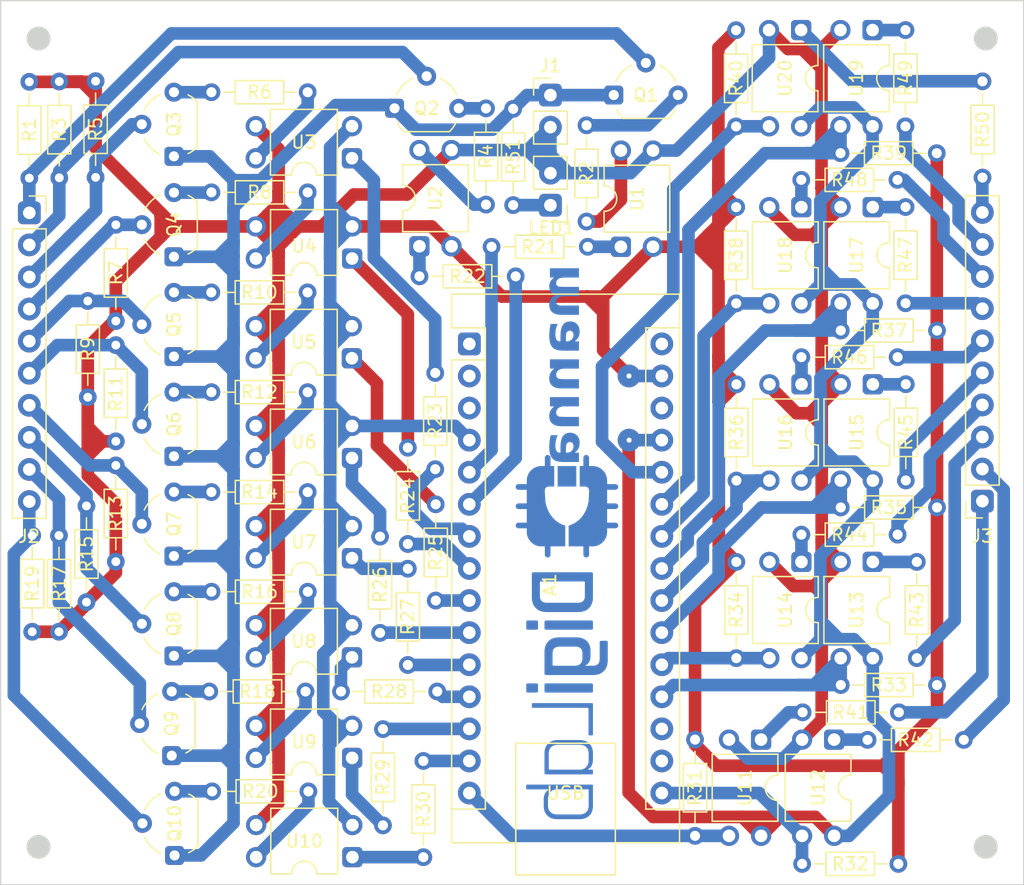
<source format=kicad_pcb>
(kicad_pcb (version 20241229) (generator "pcbnew") (generator_version "9.0")
  (layers (0 "F.Cu" signal) (2 "B.Cu" signal) (13 "F.Paste" user) (15 "B.Paste" user) (5 "F.SilkS" user "F.Silkscreen") (7 "B.SilkS" user "B.Silkscreen") (1 "F.Mask" user) (3 "B.Mask" user) (25 "Edge.Cuts" user))
  (net 0 "")
  (net 4 "Net-(A1-D2)")
  (net 5 "Net-(A1-D3)")
  (net 6 "Net-(A1-D4)")
  (net 7 "Net-(A1-D5)")
  (net 8 "Net-(A1-D6)")
  (net 9 "Net-(A1-D7)")
  (net 10 "Net-(A1-D8)")
  (net 11 "Net-(A1-D9)")
  (net 12 "Net-(A1-D10)")
  (net 13 "Net-(A1-D11)")
  (net 16 "Net-(A1-A0)")
  (net 17 "Net-(A1-A1)")
  (net 18 "Net-(A1-A2)")
  (net 19 "Net-(A1-A3)")
  (net 20 "Net-(A1-A4)")
  (net 21 "Net-(A1-A5)")
  (net 22 "Net-(A1-A6)")
  (net 23 "Net-(A1-A7)")
  (net 24 "Net-(A1-+5V)")
  (net 27 "Net-(J2-Pin_5)")
  (net 28 "Net-(J2-Pin_6)")
  (net 29 "Net-(J2-Pin_2)")
  (net 30 "Net-(J2-Pin_7)")
  (net 31 "Net-(J2-Pin_3)")
  (net 32 "Net-(J2-Pin_9)")
  (net 33 "Net-(J2-Pin_10)")
  (net 34 "Net-(J2-Pin_1)")
  (net 35 "Net-(J2-Pin_8)")
  (net 36 "Net-(J2-Pin_4)")
  (net 37 "A+")
  (net 38 "AGND")
  (net 39 "Net-(J3-Pin_1)")
  (net 40 "Net-(J3-Pin_9)")
  (net 41 "Net-(J3-Pin_10)")
  (net 42 "Net-(J3-Pin_2)")
  (net 43 "Net-(J3-Pin_8)")
  (net 44 "Net-(J3-Pin_5)")
  (net 45 "Net-(J3-Pin_6)")
  (net 46 "Net-(J3-Pin_7)")
  (net 47 "Net-(J3-Pin_4)")
  (net 48 "Net-(J3-Pin_3)")
  (net 49 "Net-(Q1-B)")
  (net 50 "Net-(Q2-B)")
  (net 51 "Net-(Q3-B)")
  (net 52 "Net-(Q4-B)")
  (net 53 "Net-(Q5-B)")
  (net 54 "Net-(Q6-B)")
  (net 55 "Net-(Q7-B)")
  (net 56 "Net-(Q8-B)")
  (net 57 "Net-(Q10-B)")
  (net 58 "Net-(R21-Pad1)")
  (net 59 "Net-(R22-Pad1)")
  (net 60 "Net-(R23-Pad1)")
  (net 61 "Net-(R24-Pad1)")
  (net 62 "Net-(R25-Pad1)")
  (net 63 "Net-(R26-Pad1)")
  (net 64 "Net-(R27-Pad1)")
  (net 65 "Net-(R28-Pad1)")
  (net 66 "Net-(R29-Pad1)")
  (net 67 "Net-(R30-Pad1)")
  (net 68 "Net-(R41-Pad1)")
  (net 69 "Net-(R42-Pad1)")
  (net 70 "Net-(R43-Pad1)")
  (net 71 "Net-(R44-Pad1)")
  (net 72 "Net-(R45-Pad1)")
  (net 73 "Net-(R46-Pad1)")
  (net 74 "Net-(R47-Pad1)")
  (net 75 "Net-(R48-Pad1)")
  (net 76 "Net-(R49-Pad1)")
  (net 77 "Net-(R50-Pad1)")
  (net 78 "D12")
  (net 79 "D13")
  (net 80 "GND")
  (net 81 "Net-(Q9-B)")
  (net 82 "Net-(R2-Pad2)")
  (net 83 "Net-(R4-Pad2)")
  (net 84 "Net-(R6-Pad2)")
  (net 85 "Net-(R8-Pad2)")
  (net 86 "Net-(R10-Pad2)")
  (net 87 "Net-(R12-Pad2)")
  (net 88 "Net-(R14-Pad2)")
  (net 89 "Net-(R16-Pad2)")
  (net 90 "Net-(R18-Pad2)")
  (net 91 "Net-(R20-Pad2)")
  (net 92 "Net-(LED1-Pin_1)")
  (footprint "Resistor_THT:R_Axial_DIN0204_L3.6mm_D1.6mm_P7.62mm_Horizontal" (layer "F.Cu") (at 70.24 28.35 -90)
    (property "Reference" "R38")
    (property "Value" "10K" (hide yes))
  )
  (footprint "Resistor_THT:R_Axial_DIN0204_L3.6mm_D1.6mm_P7.62mm_Horizontal" (layer "F.Cu") (at 28.69 43)
    (property "Reference" "R12")
    (property "Value" "470" (hide yes))
  )
  (footprint "Package_DIP:DIP-4_W7.62mm" (layer "F.Cu") (at 75.41 42.38 -90)
    (property "Reference" "U16")
    (property "Value" "PC817" (hide yes))
  )
  (footprint "Resistor_THT:R_Axial_DIN0204_L3.6mm_D1.6mm_P7.62mm_Horizontal" (layer "F.Cu") (at 66.98 70.51 -90)
    (property "Reference" "R31")
    (property "Value" "10K" (hide yes))
  )
  (footprint "Resistor_THT:R_Axial_DIN0204_L3.6mm_D1.6mm_P7.62mm_Horizontal" (layer "F.Cu") (at 21.12 37.37 90)
    (property "Reference" "R7")
    (property "Value" "1K" (hide yes))
  )
  (footprint "Resistor_THT:R_Axial_DIN0204_L3.6mm_D1.6mm_P7.62mm_Horizontal" (layer "F.Cu") (at 45.47 79.82 90)
    (property "Reference" "R30")
    (property "Value" "390" (hide yes))
  )
  (footprint "Package_DIP:DIP-4_W7.62mm" (layer "F.Cu") (at 45.16 31.45 90)
    (property "Reference" "U2")
    (property "Value" "PC817" (hide yes))
  )
  (footprint "Resistor_THT:R_Axial_DIN0204_L3.6mm_D1.6mm_P7.62mm_Horizontal" (layer "F.Cu") (at 16.645 18.405 -90)
    (property "Reference" "R3")
    (property "Value" "1K" (hide yes))
  )
  (footprint "Package_DIP:DIP-4_W7.62mm" (layer "F.Cu") (at 39.82 24.48 180)
    (property "Reference" "U3")
    (property "Value" "PC817" (hide yes))
  )
  (footprint "Resistor_THT:R_Axial_DIN0204_L3.6mm_D1.6mm_P7.62mm_Horizontal" (layer "F.Cu") (at 21.12 56.42 90)
    (property "Reference" "R13")
    (property "Value" "1K" (hide yes))
  )
  (footprint "Resistor_THT:R_Axial_DIN0204_L3.6mm_D1.6mm_P7.62mm_Horizontal" (layer "F.Cu") (at 14.5 61.97 90)
    (property "Reference" "R19")
    (property "Value" "1K" (hide yes))
  )
  (footprint "Package_DIP:DIP-4_W7.62mm" (layer "F.Cu") (at 39.82 56.145 180)
    (property "Reference" "U7")
    (property "Value" "PC817" (hide yes))
  )
  (footprint "Package_DIP:DIP-4_W7.62mm" (layer "F.Cu") (at 81.06 42.38 -90)
    (property "Reference" "U15")
    (property "Value" "PC817" (hide yes))
  )
  (footprint "Resistor_THT:R_Axial_DIN0204_L3.6mm_D1.6mm_P7.62mm_Horizontal" (layer "F.Cu") (at 46.45 51.88 -90)
    (property "Reference" "R25")
    (property "Value" "390" (hide yes))
  )
  (footprint "Package_DIP:DIP-4_W7.62mm" (layer "F.Cu") (at 39.83 71.96 180)
    (property "Reference" "U9")
    (property "Value" "PC817" (hide yes))
  )
  (footprint "Resistor_THT:R_Axial_DIN0204_L3.6mm_D1.6mm_P7.62mm_Horizontal" (layer "F.Cu") (at 86.12 24.08 180)
    (property "Reference" "R39")
    (property "Value" "10K" (hide yes))
  )
  (footprint "Package_TO_SOT_THT:TO-92_Wide" (layer "F.Cu") (at 60.545 19.475)
    (property "Reference" "Q1")
    (property "Value" "BC636" (hide yes))
  )
  (footprint "Resistor_THT:R_Axial_DIN0204_L3.6mm_D1.6mm_P7.62mm_Horizontal" (layer "F.Cu") (at 19.52 18.375 -90)
    (property "Reference" "R5")
    (property "Value" "1K" (hide yes))
  )
  (footprint "Resistor_THT:R_Axial_DIN0204_L3.6mm_D1.6mm_P7.62mm_Horizontal" (layer "F.Cu") (at 28.69 27.18)
    (property "Reference" "R8")
    (property "Value" "470" (hide yes))
  )
  (footprint "Resistor_THT:R_Axial_DIN0204_L3.6mm_D1.6mm_P7.62mm_Horizontal" (layer "F.Cu") (at 28.75 74.61)
    (property "Reference" "R20")
    (property "Value" "470" (hide yes))
  )
  (footprint "Package_DIP:DIP-4_W7.62mm" (layer "F.Cu") (at 81.055 56.44 -90)
    (property "Reference" "U13")
    (property "Value" "PC817" (hide yes))
  )
  (footprint "Resistor_THT:R_Axial_DIN0204_L3.6mm_D1.6mm_P7.62mm_Horizontal" (layer "F.Cu") (at 75.5 68.35)
    (property "Reference" "R41")
    (property "Value" "390" (hide yes))
  )
  (footprint "Resistor_THT:R_Axial_DIN0204_L3.6mm_D1.6mm_P7.62mm_Horizontal" (layer "F.Cu") (at 28.69 19.25)
    (property "Reference" "R6")
    (property "Value" "470" (hide yes))
  )
  (footprint "Connector_PinSocket_2.54mm:PinSocket_1x10_P2.54mm_Vertical" (layer "F.Cu") (at 89.73 51.63 180)
    (property "Reference" "J3")
    (property "Value" "IN")
  )
  (footprint "Package_DIP:DIP-4_W7.62mm" (layer "F.Cu") (at 77.995 70.51 -90)
    (property "Reference" "U12")
    (property "Value" "PC817" (hide yes))
  )
  (footprint "Connector_PinHeader_2.54mm:PinHeader_1x02_P2.54mm_Vertical" (layer "F.Cu") (at 55.53 28.2 180)
    (property "Reference" "LED1")
    (property "Value" "AE" (hide yes))
  )
  (footprint "Package_TO_SOT_THT:TO-92_Wide" (layer "F.Cu") (at 25.72 48.08 90)
    (property "Reference" "Q6")
    (property "Value" "BC636" (hide yes))
  )
  (footprint "Resistor_THT:R_Axial_DIN0204_L3.6mm_D1.6mm_P7.62mm_Horizontal" (layer "F.Cu") (at 50.43 20.53 -90)
    (property "Reference" "R4")
    (property "Value" "470" (hide yes))
  )
  (footprint "Resistor_THT:R_Axial_DIN0204_L3.6mm_D1.6mm_P7.62mm_Horizontal" (layer "F.Cu") (at 46.41 41.48 -90)
    (property "Reference" "R23")
    (property "Value" "390" (hide yes))
  )
  (footprint "Package_TO_SOT_THT:TO-92_Wide" (layer "F.Cu") (at 25.72 55.98 90)
    (property "Reference" "Q7")
    (property "Value" "BC636" (hide yes))
  )
  (footprint "Package_DIP:DIP-4_W7.62mm" (layer "F.Cu") (at 39.83 32.42 180)
    (property "Reference" "U4")
    (property "Value" "PC817" (hide yes))
  )
  (footprint "Resistor_THT:R_Axial_DIN0204_L3.6mm_D1.6mm_P7.62mm_Horizontal" (layer "F.Cu") (at 58.39 21.87 -90)
    (property "Reference" "R2")
    (property "Value" "470" (hide yes))
  )
  (footprint "Package_TO_SOT_THT:TO-92_Wide" (layer "F.Cu") (at 25.545 71.78 90)
    (property "Reference" "Q9")
    (property "Value" "BC636" (hide yes))
  )
  (footprint "Resistor_THT:R_Axial_DIN0204_L3.6mm_D1.6mm_P7.62mm_Horizontal" (layer "F.Cu") (at 83.65 28.34 -90)
    (property "Reference" "R47")
    (property "Value" "390" (hide yes))
  )
  (footprint "Package_DIP:DIP-4_W7.62mm" (layer "F.Cu") (at 81.05 28.35 -90)
    (property "Reference" "U17")
    (property "Value" "PC817" (hide yes))
  )
  (footprint "Resistor_THT:R_Axial_DIN0204_L3.6mm_D1.6mm_P7.62mm_Horizontal" (layer "F.Cu") (at 28.7 58.8)
    (property "Reference" "R16")
    (property "Value" "470" (hide yes))
  )
  (footprint "Resistor_THT:R_Axial_DIN0204_L3.6mm_D1.6mm_P7.62mm_Horizontal" (layer "F.Cu") (at 83.08 80.35 180)
    (property "Reference" "R32")
    (property "Value" "10K" (hide yes))
  )
  (footprint "Resistor_THT:R_Axial_DIN0204_L3.6mm_D1.6mm_P7.62mm_Horizontal" (layer "F.Cu") (at 42.27 77.3 90)
    (property "Reference" "R29")
    (property "Value" "390" (hide yes))
  )
  (footprint "Package_DIP:DIP-4_W7.62mm" (layer "F.Cu") (at 39.85 79.815 180)
    (property "Reference" "U10")
    (property "Value" "PC817" (hide yes))
  )
  (footprint "Resistor_THT:R_Axial_DIN0204_L3.6mm_D1.6mm_P7.62mm_Horizontal" (layer "F.Cu") (at 83.67 42.37 -90)
    (property "Reference" "R45")
    (property "Value" "390" (hide yes))
  )
  (footprint "Connector_PinHeader_2.54mm:PinHeader_1x02_P2.54mm_Vertical" (layer "F.Cu") (at 55.53 19.48)
    (property "Reference" "J1")
    (property "Value" "AE" (hide yes))
  )
  (footprint "Resistor_THT:R_Axial_DIN0204_L3.6mm_D1.6mm_P7.62mm_Horizontal" (layer "F.Cu") (at 16.62 61.97 90)
    (property "Reference" "R17")
    (property "Value" "1K" (hide yes))
  )
  (footprint "Resistor_THT:R_Axial_DIN0204_L3.6mm_D1.6mm_P7.62mm_Horizontal" (layer "F.Cu") (at 84.54 56.44 -90)
    (property "Reference" "R43")
    (property "Value" "390" (hide yes))
  )
  (footprint "Package_DIP:DIP-4_W7.62mm" (layer "F.Cu") (at 81.035 14.33 -90)
    (property "Reference" "U19")
    (property "Value" "PC817" (hide yes))
  )
  (footprint "Module:Arduino_Nano" (layer "F.Cu") (at 49.11 39.18)
    (property "Reference" "A1")
    (property "Value" "Arduino_Nano_v3.x")
  )
  (footprint "Package_DIP:DIP-4_W7.62mm" (layer "F.Cu") (at 72.21 70.51 -90)
    (property "Reference" "U11")
    (property "Value" "PC817" (hide yes))
  )
  (footprint "Resistor_THT:R_Axial_DIN0204_L3.6mm_D1.6mm_P7.62mm_Horizontal" (layer "F.Cu") (at 86.14 66.19 180)
    (property "Reference" "R33")
    (property "Value" "10K" (hide yes))
  )
  (footprint "Package_TO_SOT_THT:TO-92_Wide" (layer "F.Cu") (at 43.19 20.525)
    (property "Reference" "Q2")
    (property "Value" "BC636" (hide yes))
  )
  (footprint "Resistor_THT:R_Axial_DIN0204_L3.6mm_D1.6mm_P7.62mm_Horizontal" (layer "F.Cu") (at 70.25 56.44 -90)
    (property "Reference" "R34")
    (property "Value" "10K" (hide yes))
  )
  (footprint "Resistor_THT:R_Axial_DIN0204_L3.6mm_D1.6mm_P7.62mm_Horizontal" (layer "F.Cu") (at 52.58 20.57 -90)
    (property "Reference" "R51")
    (property "Value" "390" (hide yes))
  )
  (footprint "Resistor_THT:R_Axial_DIN0204_L3.6mm_D1.6mm_P7.62mm_Horizontal" (layer "F.Cu") (at 86.14 38.12 180)
    (property "Reference" "R37")
    (property "Value" "10K" (hide yes))
  )
  (footprint "Resistor_THT:R_Axial_DIN0204_L3.6mm_D1.6mm_P7.62mm_Horizontal" (layer "F.Cu") (at 18.9 43.4 90)
    (property "Reference" "R9")
    (property "Value" "1K" (hide yes))
  )
  (footprint "Package_DIP:DIP-4_W7.62mm" (layer "F.Cu") (at 39.81 40.315 180)
    (property "Reference" "U5")
    (property "Value" "PC817" (hide yes))
  )
  (footprint "Resistor_THT:R_Axial_DIN0204_L3.6mm_D1.6mm_P7.62mm_Horizontal" (layer "F.Cu") (at 14.27 18.43 -90)
    (property "Reference" "R1")
    (property "Value" "1K" (hide yes))
  )
  (footprint "Resistor_THT:R_Axial_DIN0204_L3.6mm_D1.6mm_P7.62mm_Horizontal" (layer "F.Cu") (at 28.69 50.91)
    (property "Reference" "R14")
    (property "Value" "470" (hide yes))
  )
  (footprint "Resistor_THT:R_Axial_DIN0204_L3.6mm_D1.6mm_P7.62mm_Horizontal" (layer "F.Cu") (at 28.52 66.7)
    (property "Reference" "R18")
    (property "Value" "470" (hide yes))
  )
  (footprint "Package_TO_SOT_THT:TO-92_Wide" (layer "F.Cu") (at 25.77 79.68 90)
    (property "Reference" "Q10")
    (property "Value" "BC636" (hide yes))
  )
  (footprint "Package_TO_SOT_THT:TO-92_Wide" (layer "F.Cu") (at 25.72 32.28 90)
    (property "Reference" "Q4")
    (property "Value" "BC636" (hide yes))
  )
  (footprint "Resistor_THT:R_Axial_DIN0204_L3.6mm_D1.6mm_P7.62mm_Horizontal" (layer "F.Cu") (at 18.795 59.625 90)
    (property "Reference" "R15")
    (property "Value" "1K" (hide yes))
  )
  (footprint "Package_TO_SOT_THT:TO-92_Wide" (layer "F.Cu") (at 25.72 40.18 90)
    (property "Reference" "Q5")
    (property "Value" "BC636" (hide yes))
  )
  (footprint "Resistor_THT:R_Axial_DIN0204_L3.6mm_D1.6mm_P7.62mm_Horizontal" (layer "F.Cu") (at 45.16 33.83)
    (property "Reference" "R22")
    (property "Value" "390" (hide yes))
  )
  (footprint "Package_DIP:DIP-4_W7.62mm" (layer "F.Cu") (at 39.82 48.215 180)
    (property "Reference" "U6")
    (property "Value" "PC817" (hide yes))
  )
  (footprint "Resistor_THT:R_Axial_DIN0204_L3.6mm_D1.6mm_P7.62mm_Horizontal" (layer "F.Cu") (at 80.64 70.53)
    (property "Reference" "R42")
    (property "Value" "390" (hide yes))
  )
  (footprint "Resistor_THT:R_Axial_DIN0204_L3.6mm_D1.6mm_P7.62mm_Horizontal" (layer "F.Cu") (at 28.68 35.1)
    (property "Reference" "R10")
    (property "Value" "470" (hide yes))
  )
  (footprint "Package_DIP:DIP-4_W7.62mm" (layer "F.Cu") (at 75.405 56.44 -90)
    (property "Reference" "U14")
    (property "Value" "PC817" (hide yes))
  )
  (footprint "Resistor_THT:R_Axial_DIN0204_L3.6mm_D1.6mm_P7.62mm_Horizontal" (layer "F.Cu") (at 83.64 14.33 -90)
    (property "Reference" "R49")
    (property "Value" "390" (hide yes))
  )
  (footprint "Resistor_THT:R_Axial_DIN0204_L3.6mm_D1.6mm_P7.62mm_Horizontal" (layer "F.Cu") (at 86.14 52.13 180)
    (property "Reference" "R35")
    (property "Value" "10K" (hide yes))
  )
  (footprint "Resistor_THT:R_Axial_DIN0204_L3.6mm_D1.6mm_P7.62mm_Horizontal" (layer "F.Cu") (at 58.49 31.49 180)
    (property "Reference" "R21")
    (property "Value" "390" (hide yes))
  )
  (footprint "Package_DIP:DIP-4_W7.62mm" (layer "F.Cu") (at 39.82 63.995 180)
    (property "Reference" "U8")
    (property "Value" "PC817" (hide yes))
  )
  (footprint "Resistor_THT:R_Axial_DIN0204_L3.6mm_D1.6mm_P7.62mm_Horizontal" (layer "F.Cu") (at 42.04 54.44 -90)
    (property "Reference" "R26")
    (property "Value" "390" (hide yes))
  )
  (footprint "Resistor_THT:R_Axial_DIN0204_L3.6mm_D1.6mm_P7.62mm_Horizontal" (layer "F.Cu") (at 38.95 66.7)
    (property "Reference" "R28")
    (property "Value" "390" (hide yes))
  )
  (footprint "Resistor_THT:R_Axial_DIN0204_L3.6mm_D1.6mm_P7.62mm_Horizontal" (layer "F.Cu") (at 70.23 14.34 -90)
    (property "Reference" "R40")
    (property "Value" "10K" (hide yes))
  )
  (footprint "Resistor_THT:R_Axial_DIN0204_L3.6mm_D1.6mm_P7.62mm_Horizontal" (layer "F.Cu") (at 44.24 56.98 -90)
    (property "Reference" "R27")
    (property "Value" "390" (hide yes))
  )
  (footprint "Package_TO_SOT_THT:TO-92_Wide" (layer "F.Cu") (at 25.72 24.33 90)
    (property "Reference" "Q3")
    (property "Value" "BC636" (hide yes))
  )
  (footprint "Resistor_THT:R_Axial_DIN0204_L3.6mm_D1.6mm_P7.62mm_Horizontal" (layer "F.Cu") (at 75.4 54.28)
    (property "Reference" "R44")
    (property "Value" "390" (hide yes))
  )
  (footprint "Resistor_THT:R_Axial_DIN0204_L3.6mm_D1.6mm_P7.62mm_Horizontal" (layer "F.Cu") (at 70.26 42.38 -90)
    (property "Reference" "R36")
    (property "Value" "10K" (hide yes))
  )
  (footprint "Resistor_THT:R_Axial_DIN0204_L3.6mm_D1.6mm_P7.62mm_Horizontal" (layer "F.Cu") (at 44.24 47.4 -90)
    (property "Reference" "R24")
    (property "Value" "390" (hide yes))
  )
  (footprint "Package_DIP:DIP-4_W7.62mm" (layer "F.Cu") (at 61.11 31.49 90)
    (property "Reference" "U1")
    (property "Value" "PC817" (hide yes))
  )
  (footprint "Resistor_THT:R_Axial_DIN0204_L3.6mm_D1.6mm_P7.62mm_Horizontal" (layer "F.Cu") (at 75.39 26.19)
    (property "Reference" "R48")
    (property "Value" "390" (hide yes))
  )
  (footprint "Package_TO_SOT_THT:TO-92_Wide" (layer "F.Cu") (at 25.72 63.88 90)
    (property "Reference" "Q8")
    (property "Value" "BC636" (hide yes))
  )
  (footprint "Package_DIP:DIP-4_W7.62mm" (layer "F.Cu") (at 75.4 28.35 -90)
    (property "Reference" "U18")
    (property "Value" "PC817" (hide yes))
  )
  (footprint "Resistor_THT:R_Axial_DIN0204_L3.6mm_D1.6mm_P7.62mm_Horizontal" (layer "F.Cu") (at 21.12 46.895 90)
    (property "Reference" "R11")
    (property "Value" "1K" (hide yes))
  )
  (footprint "Package_DIP:DIP-4_W7.62mm" (layer "F.Cu") (at 75.38 14.33 -90)
    (property "Reference" "U20")
    (property "Value" "PC817" (hide yes))
  )
  (footprint "Connector_PinSocket_2.54mm:PinSocket_1x10_P2.54mm_Vertical" (layer "F.Cu") (at 14.27 28.8)
    (property "Reference" "J2")
    (property "Value" "OUT")
  )
  (footprint "Resistor_THT:R_Axial_DIN0204_L3.6mm_D1.6mm_P7.62mm_Horizontal" (layer "F.Cu") (at 89.74 18.39 -90)
    (property "Reference" "R50")
    (property "Value" "390" (hide yes))
  )
  (footprint "Resistor_THT:R_Axial_DIN0204_L3.6mm_D1.6mm_P7.62mm_Horizontal" (layer "F.Cu") (at 75.4 40.23)
    (property "Reference" "R46")
    (property "Value" "390" (hide yes))
  )
  (gr_poly (pts (xy 54.06116 59.304702) (xy 54.064774 59.370529) (xy 54.070799 59.434475) (xy 54.079234 59.49654) (xy 54.090078 59.556725) (xy 54.103332 59.615029) (xy 54.118997 59.671452) (xy 54.137071 59.725995) (xy 54.157555 59.778658) (xy 54.180448 59.82944) (xy 54.205752 59.878341) (xy 54.233465 59.925361) (xy 54.263589 59.970501) (xy 54.296122 60.013761) (xy 54.331065 60.05514) (xy 54.368418 60.094638) (xy 54.407029 60.1329) (xy 54.447639 60.168693) (xy 54.490248 60.202018) (xy 54.534856 60.232875) (xy 54.581463 60.261262) (xy 54.630069 60.287182) (xy 54.680673 60.310633) (xy 54.733276 60.331615) (xy 54.787879 60.350129) (xy 54.84448 60.366174) (xy 54.903079 60.379751) (xy 54.963678 60.39086) (xy 55.026275 60.399499) (xy 55.090872 60.405671) (xy 55.157467 60.409373) (xy 55.226061 60.410608) (xy 57.731208 60.410608) (xy 57.798915 60.409373) (xy 57.864742 60.405671) (xy 57.928688 60.399499) (xy 57.990753 60.39086) (xy 58.050938 60.379751) (xy 58.109242 60.366174) (xy 58.165665 60.350129) (xy 58.220208 60.331615) (xy 58.27287 60.310633) (xy 58.323652 60.287182) (xy 58.372553 60.261262) (xy 58.419574 60.232875) (xy 58.464713 60.202018) (xy 58.507973 60.168693) (xy 58.549351 60.1329) (xy 58.588849 60.094638) (xy 58.626195 60.05514) (xy 58.661131 60.013761) (xy 58.693657 59.970501) (xy 58.723774 59.925361) (xy 58.751482 59.878341) (xy 58.776781 59.82944) (xy 58.79967 59.778658) (xy 58.820149 59.725995) (xy 58.83822 59.671453) (xy 58.853881 59.615029) (xy 58.867132 59.556725) (xy 58.877974 59.49654) (xy 58.886407 59.434475) (xy 58.892431 59.370529) (xy 58.896045 59.304703) (xy 58.897249 59.236996) (xy 58.897249 57.386339) (xy 58.897125 57.378471) (xy 58.89675 57.370852) (xy 58.896126 57.363483) (xy 58.895252 57.356364) (xy 58.894128 57.349495) (xy 58.892754 57.342875) (xy 58.891131 57.336505) (xy 58.889258 57.330385) (xy 58.887135 57.324515) (xy 58.884763 57.318895) (xy 58.882141 57.313524) (xy 58.879269 57.308403) (xy 58.876147 57.303532) (xy 58.872776 57.298911) (xy 58.869155 57.29454) (xy 58.865284 57.290418) (xy 58.861163 57.286546) (xy 58.856793 57.282924) (xy 58.852173 57.279552) (xy 58.847303 57.276429) (xy 58.842184 57.273557) (xy 58.836815 57.270934) (xy 58.831196 57.268561) (xy 58.825327 57.266438) (xy 58.819208 57.264564) (xy 58.81284 57.26294) (xy 58.806222 57.261567) (xy 58.799354 57.260442) (xy 58.792237 57.259568) (xy 58.78487 57.258944) (xy 58.777253 57.258569) (xy 58.769386 57.258444) (xy 58.769388 57.258443) (xy 54.774661 57.258443) (xy 54.774661 57.98819) (xy 58.175047 57.98819) (xy 58.180139 57.988271) (xy 58.185069 57.988514) (xy 58.189837 57.988918) (xy 58.194444 57.989483) (xy 58.198889 57.990211) (xy 58.203173 57.9911) (xy 58.207294 57.992151) (xy 58.211255 57.993363) (xy 58.215053 57.994737) (xy 58.21869 57.996272) (xy 58.222166 57.99797) (xy 58.225479 57.999829) (xy 58.228631 58.001849) (xy 58.231622 58.004031) (xy 58.23445 58.006375) (xy 58.237118 58.008881) (xy 58.239623 58.011548) (xy 58.241967 58.014377) (xy 58.244149 58.017367) (xy 58.24617 58.020519) (xy 58.248029 58.023833) (xy 58.249726 58.027308) (xy 58.251262 58.030945) (xy 58.252636 58.034744) (xy 58.253848 58.038704) (xy 58.254899 58.042826) (xy 58.255788 58.047109) (xy 58.256515 58.051554) (xy 58.257081 58.056161) (xy 58.257485 58.06093) (xy 58.257728 58.06586) (xy 58.257809 58.070952) (xy 58.257804 58.070952) (xy 58.257804 59.131682) (xy 58.25726 59.165008) (xy 58.255629 59.197275) (xy 58.252911 59.228485) (xy 58.249106 59.258636) (xy 58.244213 59.28773) (xy 58.238233 59.315766) (xy 58.231166 59.342744) (xy 58.223011 59.368663) (xy 58.213769 59.393525) (xy 58.20344 59.417329) (xy 58.192024 59.440075) (xy 58.17952 59.461763) (xy 58.165929 59.482393) (xy 58.151251 59.501965) (xy 58.135485 59.520479) (xy 58.118633 59.537936) (xy 58.100693 59.554334) (xy 58.081665 59.569674) (xy 58.061551 59.583956) (xy 58.040349 59.597181) (xy 58.01806 59.609347) (xy 57.994683 59.620456) (xy 57.97022 59.630506) (xy 57.944669 59.639499) (xy 57.91803 59.647434) (xy 57.890305 59.65431) (xy 57.861492 59.660129) (xy 57.831592 59.66489) (xy 57.800605 59.668593) (xy 57.76853 59.671238) (xy 57.735369 59.672824) (xy 57.701119 59.673353) (xy 55.25612 59.673353) (xy 55.188709 59.671238) (xy 55.156635 59.668593) (xy 55.125648 59.66489) (xy 55.095748 59.660129) (xy 55.066935 59.65431) (xy 55.039209 59.647434) (xy 55.012571 59.639499) (xy 54.98702 59.630506) (xy 54.962557 59.620456) (xy 54.93918 59.609347) (xy 54.916891 59.597181) (xy 54.895689 59.583956) (xy 54.875575 59.569674) (xy 54.856547 59.554334) (xy 54.838607 59.537936) (xy 54.821755 59.520479) (xy 54.805989 59.501965) (xy 54.791311 59.482393) (xy 54.77772 59.461763) (xy 54.765216 59.440075) (xy 54.7538 59.417329) (xy 54.743471 59.393525) (xy 54.734229 59.368663) (xy 54.726074 59.342744) (xy 54.719007 59.315766) (xy 54.713027 59.28773) (xy 54.708134 59.258636) (xy 54.704329 59.228485) (xy 54.701611 59.197275) (xy 54.69998 59.165008) (xy 54.699436 59.131682) (xy 54.699436 58.070952) (xy 54.69973 58.06093) (xy 54.700611 58.051554) (xy 54.701273 58.047109) (xy 54.702081 58.042826) (xy 54.703036 58.038704) (xy 54.704138 58.034744) (xy 54.705386 58.030945) (xy 54.706782 58.027308) (xy 54.708325 58.023833) (xy 54.710014 58.020519) (xy 54.711851 58.017367) (xy 54.713834 58.014377) (xy 54.715965 58.011548) (xy 54.718242 58.008881) (xy 54.720666 58.006375) (xy 54.723237 58.004031) (xy 54.725955 58.001849) (xy 54.72882 57.999829) (xy 54.731832 57.99797) (xy 54.734991 57.996272) (xy 54.738297 57.994737) (xy 54.74175 57.993363) (xy 54.745349 57.992151) (xy 54.749096 57.9911) (xy 54.752989 57.990211) (xy 54.75703 57.989483) (xy 54.761217 57.988918) (xy 54.765551 57.988514) (xy 54.770033 57.988271) (xy 54.774661 57.98819) (xy 54.774661 57.258443) (xy 54.187851 57.258443) (xy 54.179982 57.258568) (xy 54.172363 57.258943) (xy 54.164994 57.259568) (xy 54.157875 57.260442) (xy 54.151005 57.261567) (xy 54.144386 57.262941) (xy 54.138016 57.264565) (xy 54.131896 57.266439) (xy 54.126026 57.268563) (xy 54.120405 57.270936) (xy 54.115035 57.27356) (xy 54.109914 57.276433) (xy 54.105043 57.279556) (xy 54.100422 57.282929) (xy 54.09605 57.286552) (xy 54.091928 57.290425) (xy 54.088057 57.294548) (xy 54.084435 57.29892) (xy 54.081062 57.303543) (xy 54.07794 57.308415) (xy 54.075067 57.313537) (xy 54.072444 57.318909) (xy 54.070071 57.324531) (xy 54.067948 57.330402) (xy 54.066075 57.336524) (xy 54.064451 57.342895) (xy 54.063077 57.349517) (xy 54.061953 57.356388) (xy 54.061079 57.363509) (xy 54.060454 57.370879) (xy 54.06008 57.3785) (xy 54.059955 57.386371) (xy 54.059955 59.236995)) (fill yes) (layer "B.Cu"))
  (gr_poly (pts (xy 54.060041 67.91641) (xy 54.060306 67.921338) (xy 54.060747 67.926105) (xy 54.061364 67.93071) (xy 54.062158 67.935153) (xy 54.063128 67.939435) (xy 54.064274 67.943556) (xy 54.065597 67.947514) (xy 54.067096 67.951312) (xy 54.068771 67.954947) (xy 54.070623 67.958421) (xy 54.072651 67.961734) (xy 54.074856 67.964885) (xy 54.077237 67.967874) (xy 54.079794 67.970701) (xy 54.082528 67.973368) (xy 54.085438 67.975872) (xy 54.088524 67.978215) (xy 54.091787 67.980396) (xy 54.095226 67.982416) (xy 54.098842 67.984274) (xy 54.102634 67.985971) (xy 54.106602 67.987506) (xy 54.110747 67.988879) (xy 54.115068 67.990091) (xy 54.119565 67.991141) (xy 54.124239 67.99203) (xy 54.129089 67.992757) (xy 54.134115 67.993323) (xy 54.139318 67.993727) (xy 54.144697 67.993969) (xy 54.150253 67.99405) (xy 58.475998 67.99405) (xy 58.480162 67.994123) (xy 58.484194 67.994344) (xy 58.488094 67.994711) (xy 58.491862 67.995225) (xy 58.495497 67.995887) (xy 58.499001 67.996695) (xy 58.502372 67.99765) (xy 58.505611 67.998753) (xy 58.508717 68.000002) (xy 58.511692 68.001398) (xy 58.514534 68.002942) (xy 58.517244 68.004632) (xy 58.519822 68.006469) (xy 58.522267 68.008453) (xy 58.524581 68.010584) (xy 58.526762 68.012862) (xy 58.528811 68.015288) (xy 58.530728 68.01786) (xy 58.532513 68.020579) (xy 58.534165 68.023445) (xy 58.535685 68.026458) (xy 58.537073 68.029618) (xy 58.538329 68.032925) (xy 58.539453 68.036379) (xy 58.540444 68.039981) (xy 58.541303 68.043729) (xy 58.54203 68.047624) (xy 58.542625 68.051666) (xy 58.543088 68.055855) (xy 58.543418 68.060191) (xy 58.543617 68.064674) (xy 58.543683 68.069304) (xy 58.543683 70.085482) (xy 58.544006 70.096413) (xy 58.544976 70.106639) (xy 58.545703 70.111488) (xy 58.546592 70.11616) (xy 58.547643 70.120656) (xy 58.548856 70.124975) (xy 58.55023 70.129118) (xy 58.551765 70.133085) (xy 58.553462 70.136876) (xy 58.555321 70.14049) (xy 58.557342 70.143928) (xy 58.559524 70.14719) (xy 58.561868 70.150275) (xy 58.564374 70.153184) (xy 58.567041 70.155917) (xy 58.56987 70.158474) (xy 58.57286 70.160854) (xy 58.576012 70.163057) (xy 58.579326 70.165085) (xy 58.582801 70.166936) (xy 58.586438 70.168611) (xy 58.590237 70.17011) (xy 58.594197 70.171432) (xy 58.598319 70.172578) (xy 58.602602 70.173548) (xy 58.607047 70.174341) (xy 58.611654 70.174958) (xy 58.616422 70.175399) (xy 58.621352 70.175663) (xy 58.626444 70.175751) (xy 58.814519 70.175751) (xy 58.819609 70.175663) (xy 58.824537 70.175399) (xy 58.829304 70.174958) (xy 58.833909 70.17434) (xy 58.838353 70.173547) (xy 58.842635 70.172577) (xy 58.846755 70.17143) (xy 58.850714 70.170107) (xy 58.854511 70.168608) (xy 58.858147 70.166933) (xy 58.861621 70.165081) (xy 58.864933 70.163053) (xy 58.868084 70.160848) (xy 58.871073 70.158467) (xy 58.873901 70.15591) (xy 58.876567 70.153176) (xy 58.879072 70.150266) (xy 58.881415 70.147179) (xy 58.883596 70.143916) (xy 58.885616 70.140477) (xy 58.887474 70.136861) (xy 58.889171 70.13307) (xy 58.890706 70.129101) (xy 58.892079 70.124957) (xy 58.893291 70.120635) (xy 58.894341 70.116138) (xy 58.89523 70.111464) (xy 58.895957 70.106614) (xy 58.896522 70.101588) (xy 58.896926 70.096385) (xy 58.897169 70.091005) (xy 58.897249 70.08545) (xy 58.89728 70.08545) (xy 58.89728 67.693154) (xy 58.897192 67.688524) (xy 58.896928 67.684041) (xy 58.896487 67.679706) (xy 58.895869 67.675517) (xy 58.895076 67.671475) (xy 58.894106 67.66758) (xy 58.892959 67.663832) (xy 58.891637 67.660231) (xy 58.890138 67.656777) (xy 58.888462 67.65347) (xy 58.88661 67.65031) (xy 58.884582 67.647297) (xy 58.882377 67.644431) (xy 58.879996 67.641712) (xy 58.877439 67.63914) (xy 58.874705 67.636714) (xy 58.871795 67.634436) (xy 58.868709 67.632305) (xy 58.865446 67.630321) (xy 58.862007 67.628483) (xy 58.858392 67.626793) (xy 58.8546 67.62525) (xy 58.850631 67.623854) (xy 58.846487 67.622604) (xy 58.842166 67.621502) (xy 58.837669 67.620546) (xy 58.832995 67.619738) (xy 58.828145 67.619077) (xy 58.823118 67.618562) (xy 58.817915 67.618195) (xy 58.812536 67.617974) (xy 58.806981 67.617901) (xy 54.150253 67.617901) (xy 54.139318 67.618195) (xy 54.129089 67.619077) (xy 54.119565 67.620546) (xy 54.115068 67.621502) (xy 54.110747 67.622604) (xy 54.106602 67.623854) (xy 54.102634 67.62525) (xy 54.098842 67.626793) (xy 54.095226 67.628483) (xy 54.091787 67.630321) (xy 54.088524 67.632305) (xy 54.085438 67.634436) (xy 54.082528 67.636714) (xy 54.079794 67.63914) (xy 54.077237 67.641712) (xy 54.074856 67.644431) (xy 54.072651 67.647297) (xy 54.070623 67.65031) (xy 54.068771 67.65347) (xy 54.067096 67.656777) (xy 54.065597 67.660231) (xy 54.064274 67.663832) (xy 54.063128 67.66758) (xy 54.062158 67.671475) (xy 54.061364 67.675517) (xy 54.060747 67.679706) (xy 54.060306 67.684041) (xy 54.060041 67.688524) (xy 54.059953 67.693154) (xy 54.059953 67.91132)) (fill yes) (layer "B.Cu"))
  (gr_poly (pts (xy 57.5796 50.474345) (xy 57.5796 48.85) (xy 56.1 48.85) (xy 56.1 50.474345)) (fill yes) (layer "B.Cu") (net 42))
  (gr_poly (pts (xy 52.781392 50.504907) (xy 52.781391 50.504877) (xy 52.781391 50.504937)) (fill yes) (layer "B.Cu") (net 5))
  (gr_poly (pts (xy 58.139927 55.210024) (xy 58.139927 55.863412) (xy 58.140222 55.874991) (xy 58.141092 55.886418) (xy 58.142525 55.897679) (xy 58.144505 55.90876) (xy 58.147019 55.919647) (xy 58.150053 55.930324) (xy 58.153592 55.940779) (xy 58.157622 55.950997) (xy 58.162129 55.960965) (xy 58.167099 55.970666) (xy 58.172517 55.980089) (xy 58.178371 55.989218) (xy 58.184644 55.99804) (xy 58.191325 56.00654) (xy 58.198397 56.014704) (xy 58.205847 56.022519) (xy 58.213662 56.029969) (xy 58.221826 56.037041) (xy 58.230326 56.04372) (xy 58.239147 56.049994) (xy 58.248275 56.055846) (xy 58.257697 56.061264) (xy 58.267397 56.066233) (xy 58.277363 56.070738) (xy 58.287579 56.074767) (xy 58.298032 56.078305) (xy 58.308708 56.081336) (xy 58.319591 56.083849) (xy 58.330669 56.085827) (xy 58.341927 56.087258) (xy 58.353351 56.088127) (xy 58.364926 56.08842) (xy 58.376086 56.088144) (xy 58.38717 56.087319) (xy 58.39816 56.085955) (xy 58.409037 56.084057) (xy 58.419783 56.081634) (xy 58.43038 56.078694) (xy 58.440809 56.075244) (xy 58.451051 56.071291) (xy 58.461088 56.066844) (xy 58.470902 56.06191) (xy 58.480474 56.056497) (xy 58.489787 56.050611) (xy 58.49882 56.044262) (xy 58.507556 56.037457) (xy 58.515977 56.030202) (xy 58.524064 56.022507) (xy 58.531759 56.01442) (xy 58.539014 56.005999) (xy 58.54582 55.997263) (xy 58.552169 55.988229) (xy 58.558054 55.978917) (xy 58.563468 55.969345) (xy 58.568402 55.959531) (xy 58.572849 55.949494) (xy 58.576801 55.939251) (xy 58.580252 55.928823) (xy 58.583192 55.918226) (xy 58.585614 55.90748) (xy 58.587512 55.896602) (xy 58.588877 55.885612) (xy 58.589701 55.874528) (xy 58.589977 55.863368) (xy 58.589977 55.210024) (xy 58.867686 55.210024) (xy 58.927149 55.208531) (xy 58.985813 55.204098) (xy 59.043605 55.196797) (xy 59.100454 55.186699) (xy 59.156289 55.173875) (xy 59.211038 55.158398) (xy 59.26463 55.140337) (xy 59.316994 55.119765) (xy 59.368059 55.096752) (xy 59.417753 55.07137) (xy 59.466005 55.043691) (xy 59.512743 55.013785) (xy 59.557897 54.981724) (xy 59.601394 54.947579) (xy 59.643164 54.911421) (xy 59.683136 54.873322) (xy 59.721237 54.833353) (xy 59.757397 54.791585) (xy 59.791544 54.74809) (xy 59.823608 54.702939) (xy 59.853516 54.656203) (xy 59.881198 54.607953) (xy 59.906582 54.558261) (xy 59.929596 54.507199) (xy 59.95017 54.454836) (xy 59.968233 54.401246) (xy 59.983712 54.346498) (xy 59.996536 54.290664) (xy 60.006635 54.233816) (xy 60.013937 54.176025) (xy 60.01837 54.117362) (xy 60.019864 54.057898) (xy 60.019864 53.780137) (xy 60.673208 53.780137) (xy 60.684368 53.779861) (xy 60.695452 53.779037) (xy 60.706442 53.777672) (xy 60.717319 53.775775) (xy 60.728066 53.773352) (xy 60.738662 53.770412) (xy 60.749091 53.766962) (xy 60.759333 53.763009) (xy 60.769371 53.758562) (xy 60.779185 53.753628) (xy 60.788757 53.748215) (xy 60.798069 53.74233) (xy 60.807103 53.73598) (xy 60.815839 53.729175) (xy 60.82426 53.72192) (xy 60.832346 53.714225) (xy 60.840042 53.706138) (xy 60.847296 53.697717) (xy 60.854102 53.688981) (xy 60.860451 53.679947) (xy 60.866337 53.670635) (xy 60.87175 53.661063) (xy 60.876684 53.651249) (xy 60.881132 53.641212) (xy 60.885084 53.63097) (xy 60.888534 53.620542) (xy 60.891474 53.609946) (xy 60.893897 53.599201) (xy 60.895795 53.588325) (xy 60.897159 53.577336) (xy 60.897984 53.566253) (xy 60.89826 53.555095) (xy 60.897965 53.543516) (xy 60.897095 53.532088) (xy 60.895662 53.520827) (xy 60.893682 53.509746) (xy 60.891168 53.49886) (xy 60.888134 53.488182) (xy 60.884595 53.477727) (xy 60.880565 53.467509) (xy 60.876058 53.457542) (xy 60.871087 53.44784) (xy 60.865668 53.438418) (xy 60.859814 53.429288) (xy 60.853539 53.420467) (xy 60.846858 53.411967) (xy 60.839785 53.403802) (xy 60.832333 53.395988) (xy 60.824518 53.388538) (xy 60.816352 53.381466) (xy 60.807851 53.374786) (xy 60.799028 53.368513) (xy 60.789897 53.362661) (xy 60.780473 53.357243) (xy 60.77077 53.352274) (xy 60.760802 53.347769) (xy 60.750583 53.34374) (xy 60.740126 53.340203) (xy 60.729448 53.337171) (xy 60.71856 53.334658) (xy 60.707479 53.33268) (xy 60.696217 53.331249) (xy 60.684789 53.33038) (xy 60.673208 53.330087) (xy 60.019864 53.330087) (xy 60.019864 52.255062) (xy 60.673208 52.255062) (xy 60.684368 52.254786) (xy 60.695452 52.253962) (xy 60.706442 52.252597) (xy 60.717319 52.2507) (xy 60.728066 52.248277) (xy 60.738662 52.245337) (xy 60.749091 52.241886) (xy 60.759333 52.237934) (xy 60.769371 52.233487) (xy 60.779185 52.228553) (xy 60.788757 52.223139) (xy 60.798069 52.217254) (xy 60.807103 52.210905) (xy 60.815839 52.204099) (xy 60.82426 52.196845) (xy 60.832346 52.189149) (xy 60.840042 52.181063) (xy 60.847296 52.172642) (xy 60.854102 52.163905) (xy 60.860451 52.154872) (xy 60.866337 52.14556) (xy 60.87175 52.135988) (xy 60.876684 52.126174) (xy 60.881132 52.116137) (xy 60.885084 52.105895) (xy 60.888534 52.095467) (xy 60.891474 52.084871) (xy 60.893897 52.074126) (xy 60.895795 52.063249) (xy 60.897159 52.052261) (xy 60.897984 52.041178) (xy 60.89826 52.03002) (xy 60.897984 52.01886) (xy 60.89716 52.007776) (xy 60.895796 51.996786) (xy 60.893898 51.985909) (xy 60.891476 51.975162) (xy 60.888536 51.964566) (xy 60.885086 51.954137) (xy 60.881134 51.943895) (xy 60.876687 51.933857) (xy 60.871753 51.924043) (xy 60.86634 51.91447) (xy 60.860456 51.905158) (xy 60.854107 51.896124) (xy 60.847301 51.887388) (xy 60.840047 51.878967) (xy 60.832352 51.87088) (xy 60.824266 51.863184) (xy 60.815845 51.855929) (xy 60.807109 51.849123) (xy 60.798076 51.842774) (xy 60.788764 51.836888) (xy 60.779191 51.831475) (xy 60.769377 51.82654) (xy 60.75934 51.822093) (xy 60.749097 51.81814) (xy 60.738668 51.814689) (xy 60.728071 51.811749) (xy 60.717324 51.809325) (xy 60.706446 51.807427) (xy 60.695455 51.806062) (xy 60.68437 51.805237) (xy 60.673208 51.804961) (xy 60.019864 51.804961) (xy 60.019864 50.729988) (xy 60.673208 50.729988) (xy 60.684368 50.729712) (xy 60.695452 50.728887) (xy 60.706442 50.727523) (xy 60.717319 50.725625) (xy 60.728065 50.723202) (xy 60.738662 50.720262) (xy 60.749091 50.716812) (xy 60.759333 50.712859) (xy 60.76937 50.708412) (xy 60.779184 50.703478) (xy 60.788757 50.698064) (xy 60.798069 50.692179) (xy 60.807102 50.68583) (xy 60.815838 50.679024) (xy 60.824259 50.67177) (xy 60.832346 50.664075) (xy 60.840042 50.655988) (xy 60.847296 50.647567) (xy 60.854102 50.638831) (xy 60.860451 50.629798) (xy 60.866336 50.620486) (xy 60.87175 50.610914) (xy 60.876684 50.6011) (xy 60.881131 50.591063) (xy 60.885084 50.580821) (xy 60.888534 50.570393) (xy 60.891474 50.559797) (xy 60.893897 50.549052) (xy 60.895795 50.538176) (xy 60.897159 50.527187) (xy 60.897984 50.516105) (xy 60.89826 50.504946) (xy 60.897984 50.493787) (xy 60.89716 50.482702) (xy 60.895796 50.471712) (xy 60.893898 50.460835) (xy 60.891476 50.450089) (xy 60.888536 50.439492) (xy 60.885086 50.429063) (xy 60.881134 50.418821) (xy 60.876687 50.408783) (xy 60.871753 50.398969) (xy 60.86634 50.389397) (xy 60.860456 50.380084) (xy 60.854107 50.371051) (xy 60.847301 50.362314) (xy 60.840047 50.353893) (xy 60.832352 50.345806) (xy 60.824266 50.33811) (xy 60.815845 50.330855) (xy 60.807109 50.324049) (xy 60.798076 50.3177) (xy 60.788764 50.311814) (xy 60.779191 50.3064) (xy 60.769377 50.301466) (xy 60.75934 50.297018) (xy 60.749097 50.293065) (xy 60.738668 50.289615) (xy 60.728071 50.286674) (xy 60.717324 50.284251) (xy 60.706446 50.282353) (xy 60.695455 50.280987) (xy 60.68437 50.280163) (xy 60.673208 50.279886) (xy 60.019864 50.279886) (xy 60.019864 50.002177) (xy 60.01837 49.942713) (xy 60.013937 49.88405) (xy 60.006635 49.826258) (xy 59.996536 49.769409) (xy 59.983712 49.713574) (xy 59.968232 49.658825) (xy 59.95017 49.605233) (xy 59.929596 49.552869) (xy 59.906582 49.501804) (xy 59.881198 49.45211) (xy 59.853516 49.403859) (xy 59.823608 49.35712) (xy 59.791544 49.311967) (xy 59.757397 49.268469) (xy 59.721237 49.226699) (xy 59.683135 49.186728) (xy 59.643164 49.148626) (xy 59.601394 49.112466) (xy 59.557896 49.078319) (xy 59.512742 49.046255) (xy 59.466004 49.016347) (xy 59.417752 48.988666) (xy 59.368058 48.963282) (xy 59.316994 48.940267) (xy 59.26463 48.919693) (xy 59.211037 48.901631) (xy 59.156288 48.886152) (xy 59.100453 48.873327) (xy 59.043604 48.863228) (xy 58.985812 48.855927) (xy 58.927149 48.851493) (xy 58.867685 48.85) (xy 58.589976 48.85) (xy 58.589976 48.196663) (xy 58.5897 48.185504) (xy 58.588877 48.174419) (xy 58.587512 48.16343) (xy 58.585615 48.152552) (xy 58.583193 48.141806) (xy 58.580253 48.131209) (xy 58.576803 48.12078) (xy 58.572851 48.110538) (xy 58.568404 48.100501) (xy 58.563471 48.090686) (xy 58.558058 48.081114) (xy 58.552173 48.071801) (xy 58.545824 48.062768) (xy 58.539019 48.054031) (xy 58.531765 48.04561) (xy 58.524069 48.037523) (xy 58.515983 48.029827) (xy 58.507562 48.022573) (xy 58.498826 48.015767) (xy 58.489793 48.009417) (xy 58.480481 48.003531) (xy 58.470909 47.998118) (xy 58.461095 47.993183) (xy 58.451057 47.988736) (xy 58.440814 47.984783) (xy 58.430385 47.981332) (xy 58.419788 47.978391) (xy 58.409041 47.975968) (xy 58.398163 47.97407) (xy 58.387171 47.972705) (xy 58.376086 47.97188) (xy 58.364924 47.971604) (xy 58.353345 47.971899) (xy 58.341918 47.97277) (xy 58.330657 47.974203) (xy 58.319576 47.976183) (xy 58.30869 47.978698) (xy 58.298012 47.981732) (xy 58.287557 47.985271) (xy 58.277339 47.989302) (xy 58.267373 47.99381) (xy 58.257671 47.99878) (xy 58.248248 48.0042) (xy 58.239119 48.010054) (xy 58.230298 48.016329) (xy 58.221798 48.02301) (xy 58.213634 48.030084) (xy 58.20582 48.037535) (xy 58.198371 48.045351) (xy 58.191299 48.053516) (xy 58.18462 48.062018) (xy 58.178347 48.070841) (xy 58.172495 48.079971) (xy 58.167078 48.089395) (xy 58.162109 48.099098) (xy 58.157604 48.109066) (xy 58.153576 48.119284) (xy 58.150039 48.12974) (xy 58.147007 48.140418) (xy 58.144495 48.151305) (xy 58.142517 48.162386) (xy 58.141087 48.173648) (xy 58.140219 48.185075) (xy 58.139926 48.196655) (xy 58.139926 48.85) (xy 57.847179 48.85) (xy 57.847179 50.474346) (xy 58.282812 50.474346) (xy 58.298613 50.474745) (xy 58.314208 50.475929) (xy 58.329576 50.477879) (xy 58.344699 50.480576) (xy 58.359557 50.484) (xy 58.374131 50.488133) (xy 58.388402 50.492955) (xy 58.402351 50.498446) (xy 58.415958 50.504588) (xy 58.429204 50.511362) (xy 58.442069 50.518747) (xy 58.454535 50.526726) (xy 58.466582 50.535278) (xy 58.478192 50.544385) (xy 58.489343 50.554027) (xy 58.500019 50.564185) (xy 58.510198 50.574839) (xy 58.519862 50.585972) (xy 58.528992 50.597562) (xy 58.537568 50.609592) (xy 58.545572 50.622041) (xy 58.552983 50.634892) (xy 58.559783 50.648123) (xy 58.565952 50.661717) (xy 58.571471 50.675654) (xy 58.57632 50.689915) (xy 58.580482 50.70448) (xy 58.583935 50.71933) (xy 58.586662 50.734447) (xy 58.588642 50.74981) (xy 58.589857 50.765401) (xy 58.590286 50.7812) (xy 58.588809 50.909952) (xy 58.585063 51.049454) (xy 58.577626 51.219985) (xy 58.565991 51.406853) (xy 58.557998 51.50302) (xy 58.547882 51.599712) (xy 58.53514 51.695957) (xy 58.519271 51.790784) (xy 58.510005 51.837361) (xy 58.499769 51.883219) (xy 58.488499 51.928235) (xy 58.476133 51.97229) (xy 58.451443 52.051798) (xy 58.425332 52.1289) (xy 58.397769 52.203696) (xy 58.368718 52.276281) (xy 58.338148 52.346755) (xy 58.306024 52.415215) (xy 58.272313 52.481758) (xy 58.236981 52.546484) (xy 58.199996 52.609489) (xy 58.161323 52.670872) (xy 58.12093 52.730729) (xy 58.078783 52.78916) (xy 58.034848 52.846262) (xy 57.989092 52.902133) (xy 57.941482 52.956871) (xy 57.891984 53.010573) (xy 57.826497 53.07637) (xy 57.759997 53.137111) (xy 57.692933 53.192984) (xy 57.625752 53.244175) (xy 57.558903 53.290871) (xy 57.492833 53.333259) (xy 57.427991 53.371526) (xy 57.364825 53.405859) (xy 57.303783 53.436445) (xy 57.245312 53.463472) (xy 57.189862 53.487125) (xy 57.137879 53.507592) (xy 57.089812 53.525061) (xy 57.04611 53.539717) (xy 56.973589 53.56134) (xy 56.973589 55.210024)) (fill yes) (layer "B.Cu") (net 23))
  (gr_poly (pts (xy 55.061038 65.279473) (xy 55.061662 65.287276) (xy 55.062536 65.294815) (xy 55.06366 65.30209) (xy 55.065034 65.309099) (xy 55.066658 65.315845) (xy 55.068531 65.322325) (xy 55.070654 65.328542) (xy 55.073027 65.334493) (xy 55.07565 65.340181) (xy 55.078523 65.345603) (xy 55.081645 65.350762) (xy 55.085017 65.355655) (xy 55.088639 65.360284) (xy 55.092511 65.364649) (xy 55.096632 65.368749) (xy 55.101004 65.372585) (xy 55.105625 65.376156) (xy 55.110496 65.379462) (xy 55.115617 65.382504) (xy 55.120987 65.385282) (xy 55.126608 65.387795) (xy 55.132478 65.390043) (xy 55.138598 65.392027) (xy 55.144968 65.393747) (xy 55.151587 65.395202) (xy 55.158457 65.396392) (xy 55.165576 65.397318) (xy 55.172945 65.397979) (xy 55.180564 65.398376) (xy 55.188432 65.398508) (xy 58.912295 65.398508) (xy 58.979973 65.397274) (xy 59.045712 65.393571) (xy 59.109511 65.3874) (xy 59.171371 65.37876) (xy 59.231292 65.367652) (xy 59.289273 65.354075) (xy 59.345316 65.33803) (xy 59.399419 65.319516) (xy 59.451582 65.298533) (xy 59.501807 65.275082) (xy 59.550092 65.249163) (xy 59.596439 65.220775) (xy 59.640846 65.189919) (xy 59.683313 65.156594) (xy 59.723842 65.1208) (xy 59.762431 65.082538) (xy 59.799776 65.04304) (xy 59.834712 65.001661) (xy 59.867239 64.958402) (xy 59.897356 64.913262) (xy 59.925064 64.866241) (xy 59.950362 64.81734) (xy 59.973251 64.766558) (xy 59.993731 64.713895) (xy 60.011801 64.659352) (xy 60.027462 64.602929) (xy 60.040714 64.544624) (xy 60.051556 64.48444) (xy 60.059989 64.422374) (xy 60.066012 64.358428) (xy 60.069626 64.292601) (xy 60.070831 64.224894) (xy 60.070831 62.810569) (xy 60.070361 62.795081) (xy 60.069773 62.787712) (xy 60.068951 62.780593) (xy 60.067893 62.773724) (xy 60.0666 62.767104) (xy 60.065072 62.760734) (xy 60.063309 62.754614) (xy 60.061311 62.748744) (xy 60.059077 62.743123) (xy 60.056609 62.737753) (xy 60.053906 62.732632) (xy 60.050967 62.727761) (xy 60.047794 62.72314) (xy 60.044385 62.718768) (xy 60.040742 62.714647) (xy 60.036863 62.710775) (xy 60.032749 62.707153) (xy 60.0284 62.70378) (xy 60.023817 62.700658) (xy 60.018998 62.697785) (xy 60.013943 62.695162) (xy 60.008654 62.692789) (xy 60.00313 62.690666) (xy 59.997371 62.688793) (xy 59.991376 62.687169) (xy 59.985147 62.685795) (xy 59.978682 62.684671) (xy 59.971983 62.683797) (xy 59.965048 62.683172) (xy 59.957878 62.682798) (xy 59.950474 62.682673) (xy 59.559278 62.682673) (xy 59.551409 62.682798) (xy 59.543791 62.683172) (xy 59.536422 62.683797) (xy 59.529303 62.684672) (xy 59.522433 62.685796) (xy 59.515814 62.68717) (xy 59.509444 62.688794) (xy 59.503324 62.690668) (xy 59.497454 62.692792) (xy 59.491834 62.695166) (xy 59.486463 62.697789) (xy 59.481342 62.700662) (xy 59.476471 62.703786) (xy 59.47185 62.707159) (xy 59.467479 62.710782) (xy 59.463357 62.714654) (xy 59.459485 62.718777) (xy 59.455863 62.72315) (xy 59.452491 62.727772) (xy 59.449369 62.732644) (xy 59.446496 62.737766) (xy 59.443873 62.743138) (xy 59.4415 62.74876) (xy 59.439377 62.754631) (xy 59.437503 62.760753) (xy 59.43588 62.767124) (xy 59.434506 62.773745) (xy 59.433382 62.780617) (xy 59.432507 62.787737) (xy 59.431883 62.795108) (xy 59.431508 62.802729) (xy 59.431383 62.810599) (xy 59.431383 64.112076) (xy 59.43084 64.145862) (xy 59.429209 64.178575) (xy 59.426491 64.210215) (xy 59.422685 64.240783) (xy 59.417792 64.270278) (xy 59.411812 64.298701) (xy 59.404745 64.326051) (xy 59.396591 64.352328) (xy 59.387349 64.377533) (xy 59.37702 64.401666) (xy 59.365603 64.424726) (xy 59.3531 64.446713) (xy 59.339509 64.467628) (xy 59.324831 64.48747) (xy 59.309065 64.50624) (xy 59.292212 64.523937) (xy 59.274272 64.540561) (xy 59.255245 64.556113) (xy 59.23513 64.570593) (xy 59.213929 64.584) (xy 59.19164 64.596334) (xy 59.168263 64.607596) (xy 59.143799 64.617785) (xy 59.118249 64.626902) (xy 59.09161 64.634946) (xy 59.063885 64.641917) (xy 59.035072 64.647817) (xy 59.005172 64.652643) (xy 58.974185 64.656397) (xy 58.94211 64.659078) (xy 58.908948 64.660687) (xy 58.874699 64.661223) (xy 58.302937 64.661223) (xy 58.302937 64.631135) (xy 58.32793 64.619005) (xy 58.352129 64.606127) (xy 58.375535 64.592499) (xy 58.398148 64.578121) (xy 58.419967 64.562995) (xy 58.440993 64.547119) (xy 58.461226 64.530494) (xy 58.480665 64.513119) (xy 58.49931 64.494995) (xy 58.517163 64.476122) (xy 58.534221 64.456499) (xy 58.550487 64.436127) (xy 58.565959 64.415006) (xy 58.580637 64.393135) (xy 58.594522 64.370515) (xy 58.607614 64.347146) (xy 58.619912 64.323028) (xy 58.631417 64.29816) (xy 58.642128 64.272543) (xy 58.652046 64.246176) (xy 58.66117 64.21906) (xy 58.669501 64.191195) (xy 58.677039 64.162581) (xy 58.683783 64.133217) (xy 58.689734 64.103104) (xy 58.694891 64.072241) (xy 58.699255 64.04063) (xy 58.702826 64.008268) (xy 58.705603 63.975158) (xy 58.707586 63.941298) (xy 58.709173 63.871331) (xy 58.709176 63.871329) (xy 58.709176 63.532775) (xy 58.708001 63.46604) (xy 58.704475 63.401244) (xy 58.698598 63.338387) (xy 58.69037 63.277469) (xy 58.679792 63.218491) (xy 58.666863 63.161452) (xy 58.651583 63.106352) (xy 58.633953 63.053191) (xy 58.613971 63.001969) (xy 58.591639 62.952687) (xy 58.566957 62.905343) (xy 58.539923 62.859939) (xy 58.510539 62.816475) (xy 58.478804 62.774949) (xy 58.444719 62.735363) (xy 58.408282 62.697716) (xy 58.368755 62.663098) (xy 58.327288 62.630713) (xy 58.283882 62.600561) (xy 58.238537 62.572643) (xy 58.191252 62.546959) (xy 58.142029 62.523508) (xy 58.090865 62.50229) (xy 58.037763 62.483306) (xy 57.982722 62.466555) (xy 57.925741 62.452038) (xy 57.866821 62.439754) (xy 57.805962 62.429704) (xy 57.743163 62.421887) (xy 57.678426 62.416304) (xy 57.611749 62.412954) (xy 57.543133 62.411837) (xy 56.2567 62.411837) (xy 56.2567 63.14912) (xy 57.505506 63.14912) (xy 57.572921 63.151207) (xy 57.604998 63.153815) (xy 57.635987 63.157466) (xy 57.665889 63.162161) (xy 57.694703 63.167898) (xy 57.72243 63.174679) (xy 57.74907 63.182503) (xy 57.774623 63.191371) (xy 57.799088 63.201282) (xy 57.822465 63.212235) (xy 57.844756 63.224233) (xy 57.865959 63.237273) (xy 57.886075 63.251357) (xy 57.905103 63.266483) (xy 57.923044 63.282653) (xy 57.939898 63.299867) (xy 57.955664 63.318123) (xy 57.970343 63.337423) (xy 57.983935 63.357766) (xy 57.996439 63.379152) (xy 58.007856 63.401582) (xy 58.018186 63.425054) (xy 58.027429 63.44957) (xy 58.035584 63.475129) (xy 58.042651 63.501732) (xy 58.048632 63.529377) (xy 58.053525 63.558066) (xy 58.05733 63.587798) (xy 58.060049 63.618574) (xy 58.06168 63.650392) (xy 58.062223 63.683254) (xy 58.062223 64.044359) (xy 58.061606 64.082311) (xy 58.059755 64.119058) (xy 58.056669 64.1546) (xy 58.052349 64.188937) (xy 58.046795 64.22207) (xy 58.040007 64.253997) (xy 58.031984 64.28472) (xy 58.022727 64.314238) (xy 58.012236 64.342551) (xy 58.00051 64.369659) (xy 57.98755 64.395563) (xy 57.973356 64.420262) (xy 57.957928 64.443755) (xy 57.941266 64.466044) (xy 57.923369 64.487129) (xy 57.904238 64.507008) (xy 57.883873 64.525683) (xy 57.862273 64.543152) (xy 57.839439 64.559417) (xy 57.815371 64.574477) (xy 57.790069 64.588333) (xy 57.763532 64.600983) (xy 57.735762 64.612429) (xy 57.706756 64.62267) (xy 57.676517 64.631706) (xy 57.645044 64.639537) (xy 57.612336 64.646163) (xy 57.578394 64.651585) (xy 57.543218 64.655802) (xy 57.506807 64.658814) (xy 57.469162 64.660621) (xy 57.430283 64.661223) (xy 57.430282 64.661223) (xy 55.775209 64.661223) (xy 55.770581 64.661143) (xy 55.766099 64.6609) (xy 55.761765 64.660496) (xy 55.757578 64.659931) (xy 55.753538 64.659204) (xy 55.749644 64.658315) (xy 55.745898 64.657265) (xy 55.742298 64.656053) (xy 55.738845 64.654679) (xy 55.73554 64.653144) (xy 55.732381 64.651448) (xy 55.729369 64.649589) (xy 55.726504 64.64757) (xy 55.723786 64.645388) (xy 55.721215 64.643045) (xy 55.71879 64.640541) (xy 55.716513 64.637875) (xy 55.714383 64.635047) (xy 55.712399 64.632058) (xy 55.710562 64.628907) (xy 55.708873 64.625594) (xy 55.70733 64.62212) (xy 55.705934 64.618485) (xy 55.704685 64.614688) (xy 55.703583 64.610729) (xy 55.702628 64.606608) (xy 55.70182 64.602327) (xy 55.701159 64.597883) (xy 55.700645 64.593278) (xy 55.700278 64.588511) (xy 55.700057 64.583583) (xy 55.699984 64.578493) (xy 55.699984 63.683254) (xy 55.700527 63.650392) (xy 55.702158 63.618574) (xy 55.704877 63.587798) (xy 55.708682 63.558066) (xy 55.713575 63.529377) (xy 55.719556 63.501732) (xy 55.726623 63.475129) (xy 55.734778 63.44957) (xy 55.744021 63.425054) (xy 55.75435 63.401582) (xy 55.765767 63.379152) (xy 55.778272 63.357766) (xy 55.791863 63.337423) (xy 55.806543 63.318123) (xy 55.822309 63.299867) (xy 55.839163 63.282653) (xy 55.857104 63.266483) (xy 55.876132 63.251357) (xy 55.896248 63.237273) (xy 55.917451 63.224233) (xy 55.939741 63.212235) (xy 55.963119 63.201282) (xy 55.987584 63.191371) (xy 56.013137 63.182503) (xy 56.039776 63.174679) (xy 56.067503 63.167898) (xy 56.096318 63.162161) (xy 56.12622 63.157466) (xy 56.157209 63.153815) (xy 56.189285 63.151207) (xy 56.222449 63.149642) (xy 56.2567 63.14912) (xy 56.2567 62.411837) (xy 56.226581 62.411837) (xy 56.157995 62.413042) (xy 56.091406 62.416657) (xy 56.026816 62.422681) (xy 55.964224 62.431116) (xy 55.90363 62.44196) (xy 55.845034 62.455214) (xy 55.788436 62.470878) (xy 55.733836 62.488952) (xy 55.681235 62.509436) (xy 55.630631 62.53233) (xy 55.582026 62.557633) (xy 55.535418 62.585347) (xy 55.490809 62.61547) (xy 55.448198 62.648003) (xy 55.407585 62.682946) (xy 55.36897 62.720299) (xy 55.331621 62.759794) (xy 55.296681 62.801169) (xy 55.264151 62.844426) (xy 55.234031 62.889563) (xy 55.20632 62.936582) (xy 55.181019 62.985482) (xy 55.158128 63.036263) (xy 55.137646 63.088925) (xy 55.119574 63.143468) (xy 55.103911 63.199892) (xy 55.090658 63.258198) (xy 55.079815 63.318384) (xy 55.071381 63.380452) (xy 55.065357 63.4444) (xy 55.061743 63.51023) (xy 55.060538 63.577941) (xy 55.060538 65.263073)) (fill yes) (layer "B.Cu"))
  (gr_poly (pts (xy 53.616236 61.693218) (xy 53.616589 61.70039) (xy 53.617177 61.707326) (xy 53.617999 61.714027) (xy 53.619057 61.720493) (xy 53.62035 61.726724) (xy 53.621878 61.73272) (xy 53.623641 61.738481) (xy 53.625639 61.744007) (xy 53.627872 61.749297) (xy 53.630341 61.754353) (xy 53.633044 61.759173) (xy 53.635982 61.763758) (xy 53.639156 61.768108) (xy 53.642564 61.772223) (xy 53.646208 61.776103) (xy 53.650087 61.779747) (xy 53.6542 61.783157) (xy 53.658549 61.786331) (xy 53.663133 61.78927) (xy 53.667952 61.791974) (xy 53.673006 61.794443) (xy 53.678295 61.796677) (xy 53.68382 61.798676) (xy 53.689579 61.800439) (xy 53.695573 61.801968) (xy 53.701803 61.803261) (xy 53.708267 61.804319) (xy 53.714967 61.805142) (xy 53.721902 61.80573) (xy 53.729072 61.806083) (xy 53.736476 61.8062) (xy 54.421058 61.8062) (xy 54.43655 61.80573) (xy 54.44392 61.805142) (xy 54.451041 61.804319) (xy 54.457913 61.803261) (xy 54.464534 61.801968) (xy 54.470905 61.800439) (xy 54.477027 61.798676) (xy 54.482899 61.796677) (xy 54.48852 61.794443) (xy 54.493892 61.791974) (xy 54.499015 61.78927) (xy 54.503887 61.786331) (xy 54.508509 61.783157) (xy 54.512882 61.779747) (xy 54.517004 61.776103) (xy 54.520877 61.772223) (xy 54.5245 61.768108) (xy 54.527873 61.763758) (xy 54.530997 61.759173) (xy 54.53387 61.754353) (xy 54.536493 61.749297) (xy 54.538867 61.744007) (xy 54.540991 61.738481) (xy 54.542865 61.73272) (xy 54.544489 61.726724) (xy 54.545863 61.720493) (xy 54.546988 61.714027) (xy 54.547862 61.707326) (xy 54.548487 61.70039) (xy 54.548862 61.693218) (xy 54.548986 61.685811) (xy 54.548986 61.19681) (xy 54.548862 61.189405) (xy 54.548487 61.182235) (xy 54.547862 61.175301) (xy 54.546988 61.168601) (xy 54.545863 61.162137) (xy 54.544489 61.155907) (xy 54.542865 61.149913) (xy 54.540991 61.144154) (xy 54.538867 61.13863) (xy 54.536493 61.13334) (xy 54.53387 61.128286) (xy 54.530997 61.123467) (xy 54.527873 61.118883) (xy 54.5245 61.114535) (xy 54.520877 61.110421) (xy 54.517004 61.106542) (xy 54.512882 61.102899) (xy 54.508509 61.09949) (xy 54.503887 61.096317) (xy 54.499015 61.093378) (xy 54.493892 61.090675) (xy 54.48852 61.088207) (xy 54.482899 61.085974) (xy 54.477027 61.083975) (xy 54.470905 61.082212) (xy 54.464534 61.080684) (xy 54.457913 61.079392) (xy 54.451041 61.078334) (xy 54.44392 61.077511) (xy 54.43655 61.076923) (xy 54.428929 61.076571) (xy 54.421058 61.076453) (xy 53.736476 61.076453) (xy 53.729072 61.076571) (xy 53.721902 61.076923) (xy 53.714967 61.077511) (xy 53.708267 61.078334) (xy 53.701803 61.079392) (xy 53.695573 61.080684) (xy 53.689579 61.082212) (xy 53.68382 61.083975) (xy 53.678295 61.085974) (xy 53.673006 61.088207) (xy 53.667952 61.090675) (xy 53.663133 61.093378) (xy 53.658549 61.096317) (xy 53.6542 61.09949) (xy 53.650087 61.102899) (xy 53.646208 61.106542) (xy 53.642564 61.110421) (xy 53.639156 61.114535) (xy 53.635982 61.118883) (xy 53.633044 61.123467) (xy 53.630341 61.128286) (xy 53.627872 61.13334) (xy 53.625639 61.13863) (xy 53.623641 61.144154) (xy 53.621878 61.149913) (xy 53.62035 61.155907) (xy 53.619057 61.162137) (xy 53.617999 61.168601) (xy 53.617177 61.175301) (xy 53.616589 61.182235) (xy 53.616236 61.189405) (xy 53.616119 61.19681) (xy 53.616119 61.685811)) (fill yes) (layer "B.Cu"))
  (gr_poly (pts (xy 53.608703 74.371279) (xy 53.608967 74.376209) (xy 53.609408 74.380977) (xy 53.610025 74.385584) (xy 53.610818 74.390029) (xy 53.611788 74.394313) (xy 53.612934 74.398435) (xy 53.614256 74.402395) (xy 53.615755 74.406194) (xy 53.617429 74.409831) (xy 53.619281 74.413306) (xy 53.621308 74.41662) (xy 53.623512 74.419772) (xy 53.625892 74.422763) (xy 53.628448 74.425591) (xy 53.631181 74.428259) (xy 53.63409 74.430764) (xy 53.637175 74.433108) (xy 53.640437 74.435291) (xy 53.643875 74.437311) (xy 53.647489 74.43917) (xy 53.65128 74.440868) (xy 53.655246 74.442404) (xy 53.65939 74.443778) (xy 53.663709 74.44499) (xy 53.668205 74.446041) (xy 53.672877 74.44693) (xy 53.677725 74.447657) (xy 53.68275 74.448223) (xy 53.687951 74.448627) (xy 53.693328 74.44887) (xy 53.698882 74.448951) (xy 55.391584 74.448951) (xy 55.391584 74.479038) (xy 55.367516 74.492557) (xy 55.344212 74.50678) (xy 55.321673 74.521709) (xy 55.299897 74.537344) (xy 55.278886 74.553683) (xy 55.258639 74.570728) (xy 55.239155 74.588478) (xy 55.220436 74.606933) (xy 55.202481 74.626094) (xy 55.185289 74.645959) (xy 55.168862 74.66653) (xy 55.153199 74.687806) (xy 55.1383 74.709788) (xy 55.124165 74.732475) (xy 55.110794 74.755866) (xy 55.098187 74.779964) (xy 55.086344 74.804766) (xy 55.075266 74.830273) (xy 55.064951 74.856486) (xy 55.0554 74.883404) (xy 55.046614 74.911027) (xy 55.038591 74.939356) (xy 55.031332 74.96839) (xy 55.024838 74.998128) (xy 55.019108 75.028572) (xy 55.014141 75.059722) (xy 55.009939 75.091576) (xy 55.006501 75.124136) (xy 55.003826 75.157401) (xy 55.001916 75.191371) (xy 55.000388 75.261426) (xy 55.000388 75.757963) (xy 55.001505 75.818261) (xy 55.004855 75.876914) (xy 55.010439 75.933921) (xy 55.018256 75.989284) (xy 55.028306 76.043001) (xy 55.04059 76.095073) (xy 55.055108 76.1455) (xy 55.071859 76.194282) (xy 55.090843 76.241418) (xy 55.112061 76.286909) (xy 55.135512 76.330755) (xy 55.161197 76.372956) (xy 55.189115 76.413511) (xy 55.219267 76.452421) (xy 55.251652 76.489686) (xy 55.28627 76.525306) (xy 55.322798 76.559924) (xy 55.360913 76.592308) (xy 55.400615 76.62246) (xy 55.441903 76.650378) (xy 55.484778 76.676062) (xy 55.52924 76.699513) (xy 55.575288 76.720731) (xy 55.622923 76.739715) (xy 55.672144 76.756466) (xy 55.722952 76.770983) (xy 55.775347 76.783267) (xy 55.829329 76.793318) (xy 55.884896 76.801135) (xy 55.942051 76.806718) (xy 56.000792 76.810069) (xy 56.06112 76.811185) (xy 57.829012 76.811185) (xy 57.890256 76.810069) (xy 57.949855 76.806718) (xy 58.007808 76.801135) (xy 58.064115 76.793318) (xy 58.118776 76.783267) (xy 58.171792 76.770983) (xy 58.223162 76.756466) (xy 58.272886 76.739715) (xy 58.320964 76.720731) (xy 58.367397 76.699513) (xy 58.412184 76.676062) (xy 58.455325 76.650378) (xy 58.496821 76.62246) (xy 58.53667 76.592308) (xy 58.574874 76.559924) (xy 58.611432 76.525306) (xy 58.646051 76.489686) (xy 58.678436 76.452421) (xy 58.708587 76.413511) (xy 58.736505 76.372956) (xy 58.76219 76.330755) (xy 58.785641 76.286909) (xy 58.806858 76.241418) (xy 58.825843 76.194282) (xy 58.842593 76.1455) (xy 58.857111 76.095073) (xy 58.869395 76.043001) (xy 58.879445 75.989284) (xy 58.887262 75.933921) (xy 58.892846 75.876914) (xy 58.896196 75.818261) (xy 58.897312 75.757963) (xy 58.897312 74.148023) (xy 58.897224 74.143395) (xy 58.89696 74.138914) (xy 58.896519 74.13458) (xy 58.895901 74.130392) (xy 58.895108 74.126352) (xy 58.894138 74.122458) (xy 58.892991 74.118712) (xy 58.891669 74.115112) (xy 58.89017 74.111659) (xy 58.888494 74.108354) (xy 58.886642 74.105195) (xy 58.884614 74.102183) (xy 58.882409 74.099318) (xy 58.880028 74.0966) (xy 58.877471 74.094028) (xy 58.874737 74.091604) (xy 58.871827 74.089327) (xy 58.868741 74.087196) (xy 58.865478 74.085213) (xy 58.862039 74.083376) (xy 58.858424 74.081686) (xy 58.854632 74.080144) (xy 58.850663 74.078748) (xy 58.846519 74.077499) (xy 58.842198 74.076397) (xy 58.837701 74.075442) (xy 58.833027 74.074634) (xy 58.828177 74.073973) (xy 58.82315 74.073458) (xy 58.817948 74.073091) (xy 58.812568 74.072871) (xy 58.807013 74.072797) (xy 58.806981 74.0728) (xy 56.07613 74.0728) (xy 56.07613 74.448948) (xy 58.491012 74.448948) (xy 58.495178 74.449021) (xy 58.499211 74.449242) (xy 58.503113 74.449609) (xy 58.506882 74.450123) (xy 58.510519 74.450784) (xy 58.514024 74.451592) (xy 58.517396 74.452547) (xy 58.520637 74.453649) (xy 58.523745 74.454898) (xy 58.52672 74.456294) (xy 58.529564 74.457836) (xy 58.532275 74.459526) (xy 58.534854 74.461362) (xy 58.537301 74.463346) (xy 58.539616 74.465476) (xy 58.541798 74.467753) (xy 58.543848 74.470177) (xy 58.545766 74.472748) (xy 58.547551 74.475466) (xy 58.549204 74.478331) (xy 58.550725 74.481343) (xy 58.552114 74.484502) (xy 58.553371 74.487808) (xy 58.554495 74.49126) (xy 58.555487 74.49486) (xy 58.556346 74.498606) (xy 58.557074 74.5025) (xy 58.557669 74.50654) (xy 58.558132 74.510727) (xy 58.558463 74.515061) (xy 58.558661 74.519542) (xy 58.558727 74.524171) (xy 58.558727 75.720334) (xy 58.557992 75.762945) (xy 58.555788 75.804263) (xy 58.552115 75.844288) (xy 58.546972 75.883019) (xy 58.54036 75.920457) (xy 58.532279 75.956602) (xy 58.522728 75.991454) (xy 58.511708 76.025013) (xy 58.499219 76.057279) (xy 58.48526 76.088251) (xy 58.469832 76.117931) (xy 58.452935 76.146317) (xy 58.434568 76.17341) (xy 58.414732 76.19921) (xy 58.393427 76.223717) (xy 58.370652 76.246931) (xy 58.345554 76.269709) (xy 58.319163 76.291018) (xy 58.291479 76.310858) (xy 58.262502 76.329228) (xy 58.232233 76.346128) (xy 58.20067 76.361559) (xy 58.167814 76.37552) (xy 58.133666 76.388011) (xy 58.098225 76.399033) (xy 58.061491 76.408586) (xy 58.023464 76.416668) (xy 57.984144 76.423281) (xy 57.943531 76.428425) (xy 57.901625 76.432099) (xy 57.858427 76.434303) (xy 57.813936 76.435038) (xy 56.07613 76.435038) (xy 56.032581 76.434303) (xy 55.990324 76.432099) (xy 55.949361 76.428425) (xy 55.90969 76.423281) (xy 55.871312 76.416668) (xy 55.834228 76.408586) (xy 55.798436 76.399033) (xy 55.763937 76.388011) (xy 55.73073 76.37552) (xy 55.698817 76.361559) (xy 55.668197 76.346128) (xy 55.63887 76.329228) (xy 55.610835 76.310858) (xy 55.584094 76.291018) (xy 55.558645 76.269709) (xy 55.53449 76.246931) (xy 55.510802 76.223717) (xy 55.488643 76.19921) (xy 55.468011 76.17341) (xy 55.448908 76.146317) (xy 55.431334 76.117931) (xy 55.415287 76.088251) (xy 55.400769 76.057279) (xy 55.387779 76.025013) (xy 55.376317 75.991454) (xy 55.366383 75.956602) (xy 55.357978 75.920457) (xy 55.351101 75.883019) (xy 55.345752 75.844288) (xy 55.341932 75.804263) (xy 55.339639 75.762945) (xy 55.338875 75.720334) (xy 55.338875 75.223829) (xy 55.339639 75.179278) (xy 55.341932 75.135903) (xy 55.345752 75.093703) (xy 55.351101 75.052679) (xy 55.357978 75.01283) (xy 55.366383 74.974156) (xy 55.376317 74.936658) (xy 55.387779 74.900335) (xy 55.400769 74.865188) (xy 55.415287 74.831215) (xy 55.431334 74.798419) (xy 55.448908 74.766797) (xy 55.468011 74.736351) (xy 55.488643 74.70708) (xy 55.510802 74.678984) (xy 55.53449 74.652064) (xy 55.558645 74.627467) (xy 55.584094 74.604458) (xy 55.610835 74.583035) (xy 55.63887 74.5632) (xy 55.668197 74.544951) (xy 55.698817 74.528289) (xy 55.73073 74.513214) (xy 55.763937 74.499726) (xy 55.798436 74.487825) (xy 55.834228 74.47751) (xy 55.871312 74.468783) (xy 55.90969 74.461642) (xy 55.949361 74.456088) (xy 55.990324 74.452121) (xy 56.032581 74.449741) (xy 56.07613 74.448948) (xy 56.07613 74.0728) (xy 53.698882 74.0728) (xy 53.687951 74.073094) (xy 53.677725 74.073976) (xy 53.668205 74.075445) (xy 53.663709 74.0764) (xy 53.65939 74.077502) (xy 53.655246 74.078751) (xy 53.65128 74.080147) (xy 53.647489 74.08169) (xy 53.643875 74.083379) (xy 53.640437 74.085216) (xy 53.637175 74.087199) (xy 53.63409 74.08933) (xy 53.631181 74.091607) (xy 53.628448 74.094031) (xy 53.625892 74.096603) (xy 53.623512 74.099321) (xy 53.621308 74.102186) (xy 53.619281 74.105198) (xy 53.617429 74.108357) (xy 53.615755 74.111663) (xy 53.614256 74.115115) (xy 53.612934 74.118715) (xy 53.611788 74.122461) (xy 53.610818 74.126355) (xy 53.610025 74.130395) (xy 53.609408 74.134583) (xy 53.608967 74.138917) (xy 53.608703 74.143398) (xy 53.608614 74.148026) (xy 53.608614 74.366187)) (fill yes) (layer "B.Cu"))
  (gr_poly (pts (xy 53.616236 66.673579) (xy 53.616589 66.680751) (xy 53.617177 66.687687) (xy 53.617999 66.694389) (xy 53.619057 66.700855) (xy 53.62035 66.707086) (xy 53.621878 66.713082) (xy 53.623641 66.718843) (xy 53.625639 66.724369) (xy 53.627872 66.729659) (xy 53.630341 66.734715) (xy 53.633044 66.739535) (xy 53.635982 66.74412) (xy 53.639156 66.74847) (xy 53.642564 66.752585) (xy 53.646208 66.756465) (xy 53.650087 66.76011) (xy 53.6542 66.763519) (xy 53.658549 66.766693) (xy 53.663133 66.769633) (xy 53.667952 66.772337) (xy 53.673006 66.774806) (xy 53.678295 66.777039) (xy 53.68382 66.779038) (xy 53.689579 66.780801) (xy 53.695573 66.78233) (xy 53.701803 66.783623) (xy 53.708267 66.784681) (xy 53.714967 66.785504) (xy 53.721902 66.786092) (xy 53.729072 66.786445) (xy 53.736476 66.786562) (xy 54.421058 66.786562) (xy 54.43655 66.786092) (xy 54.44392 66.785504) (xy 54.451041 66.784681) (xy 54.457913 66.783623) (xy 54.464534 66.78233) (xy 54.470905 66.780801) (xy 54.477027 66.779038) (xy 54.482899 66.777039) (xy 54.48852 66.774806) (xy 54.493892 66.772337) (xy 54.499015 66.769633) (xy 54.503887 66.766693) (xy 54.508509 66.763519) (xy 54.512882 66.76011) (xy 54.517004 66.756465) (xy 54.520877 66.752585) (xy 54.5245 66.74847) (xy 54.527873 66.74412) (xy 54.530997 66.739535) (xy 54.53387 66.734715) (xy 54.536493 66.729659) (xy 54.538867 66.724369) (xy 54.540991 66.718843) (xy 54.542865 66.713082) (xy 54.544489 66.707086) (xy 54.545863 66.700855) (xy 54.546988 66.694389) (xy 54.547862 66.687687) (xy 54.548487 66.680751) (xy 54.548862 66.673579) (xy 54.548986 66.666172) (xy 54.548986 66.177204) (xy 54.548862 66.169797) (xy 54.548487 66.162626) (xy 54.547862 66.155689) (xy 54.546988 66.148988) (xy 54.545863 66.142521) (xy 54.544489 66.13629) (xy 54.542865 66.130294) (xy 54.540991 66.124533) (xy 54.538867 66.119008) (xy 54.536493 66.113717) (xy 54.53387 66.108662) (xy 54.530997 66.103841) (xy 54.527873 66.099256) (xy 54.5245 66.094906) (xy 54.520877 66.090791) (xy 54.517004 66.086911) (xy 54.512882 66.083267) (xy 54.508509 66.079857) (xy 54.503887 66.076683) (xy 54.499015 66.073744) (xy 54.493892 66.07104) (xy 54.48852 66.068571) (xy 54.482899 66.066337) (xy 54.477027 66.064338) (xy 54.470905 66.062575) (xy 54.464534 66.061046) (xy 54.457913 66.059753) (xy 54.451041 66.058695) (xy 54.44392 66.057872) (xy 54.43655 66.057284) (xy 54.428929 66.056931) (xy 54.421058 66.056814) (xy 54.421058 66.056846) (xy 53.736476 66.056846) (xy 53.729072 66.056963) (xy 53.721902 66.057316) (xy 53.714967 66.057904) (xy 53.708267 66.058726) (xy 53.701803 66.059784) (xy 53.695573 66.061077) (xy 53.689579 66.062605) (xy 53.68382 66.064368) (xy 53.678295 66.066366) (xy 53.673006 66.0686) (xy 53.667952 66.071068) (xy 53.663133 66.073771) (xy 53.658549 66.07671) (xy 53.6542 66.079883) (xy 53.650087 66.083292) (xy 53.646208 66.086935) (xy 53.642564 66.090814) (xy 53.639156 66.094928) (xy 53.635982 66.099277) (xy 53.633044 66.103861) (xy 53.630341 66.10868) (xy 53.627872 66.113734) (xy 53.625639 66.119023) (xy 53.623641 66.124547) (xy 53.621878 66.130307) (xy 53.62035 66.136301) (xy 53.619057 66.142531) (xy 53.617999 66.148995) (xy 53.617177 66.155695) (xy 53.616589 66.162629) (xy 53.616236 66.169799) (xy 53.616119 66.177204) (xy 53.616119 66.666172)) (fill yes) (layer "B.Cu"))
  (gr_poly (pts (xy 55.060631 61.686173) (xy 55.061005 61.693792) (xy 55.06163 61.701161) (xy 55.062505 61.70828) (xy 55.063629 61.715149) (xy 55.065003 61.721769) (xy 55.066627 61.728139) (xy 55.068501 61.734259) (xy 55.070625 61.740129) (xy 55.072998 61.74575) (xy 55.075622 61.75112) (xy 55.078495 61.756241) (xy 55.081618 61.761112) (xy 55.084991 61.765733) (xy 55.088614 61.770105) (xy 55.092487 61.774226) (xy 55.09661 61.778098) (xy 55.100982 61.78172) (xy 55.105604 61.785093) (xy 55.110477 61.788215) (xy 55.115599 61.791088) (xy 55.12097 61.793711) (xy 55.126592 61.796084) (xy 55.132464 61.798207) (xy 55.138585 61.80008) (xy 55.144957 61.801704) (xy 55.151578 61.803078) (xy 55.158449 61.804202) (xy 55.16557 61.805076) (xy 55.172941 61.805701) (xy 55.180562 61.806075) (xy 55.188432 61.8062) (xy 58.769355 61.8062) (xy 58.778582 61.806083) (xy 58.787456 61.80573) (xy 58.795977 61.805142) (xy 58.804146 61.804319) (xy 58.811962 61.803262) (xy 58.819426 61.801969) (xy 58.826537 61.80044) (xy 58.833296 61.798677) (xy 58.839702 61.796679) (xy 58.845755 61.794446) (xy 58.851455 61.791977) (xy 58.856803 61.789274) (xy 58.861799 61.786336) (xy 58.866441 61.783162) (xy 58.870731 61.779754) (xy 58.874669 61.77611) (xy 58.876056 61.774654) (xy 58.877399 61.773111) (xy 58.879954 61.769759) (xy 58.882332 61.766055) (xy 58.884534 61.761998) (xy 58.886561 61.757588) (xy 58.888411 61.752826) (xy 58.890084 61.747711) (xy 58.891582 61.742244) (xy 58.892903 61.736424) (xy 58.894049 61.730251) (xy 58.895018 61.723726) (xy 58.895811 61.716848) (xy 58.896428 61.709618) (xy 58.896868 61.702035) (xy 58.897132 61.6941) (xy 58.89722 61.685811) (xy 58.89722 61.204348) (xy 58.897096 61.196479) (xy 58.896721 61.188861) (xy 58.896097 61.181492) (xy 58.895223 61.174373) (xy 58.894099 61.167503) (xy 58.892725 61.160884) (xy 58.891102 61.154514) (xy 58.889229 61.148394) (xy 58.887106 61.142524) (xy 58.884734 61.136903) (xy 58.882111 61.131533) (xy 58.879239 61.126412) (xy 58.876118 61.121541) (xy 58.872746 61.11692) (xy 58.869125 61.112548) (xy 58.865254 61.108427) (xy 58.861134 61.104555) (xy 58.856763 61.100933) (xy 58.852143 61.097561) (xy 58.847273 61.094438) (xy 58.842154 61.091566) (xy 58.836784 61.088943) (xy 58.831165 61.08657) (xy 58.825296 61.084447) (xy 58.819178 61.082573) (xy 58.812809 61.08095) (xy 58.806191 61.079576) (xy 58.799324 61.078452) (xy 58.792206 61.077577) (xy 58.784839 61.076953) (xy 58.777222 61.076578) (xy 58.769355 61.076453) (xy 55.188432 61.076453) (xy 55.172941 61.076923) (xy 55.16557 61.077511) (xy 55.158449 61.078334) (xy 55.151578 61.079392) (xy 55.144957 61.080684) (xy 55.138585 61.082212) (xy 55.132464 61.083975) (xy 55.126592 61.085974) (xy 55.12097 61.088207) (xy 55.115599 61.090675) (xy 55.110477 61.093378) (xy 55.105604 61.096317) (xy 55.100982 61.09949) (xy 55.09661 61.102899) (xy 55.092487 61.106542) (xy 55.088614 61.110421) (xy 55.084991 61.114535) (xy 55.081618 61.118883) (xy 55.078495 61.123467) (xy 55.075622 61.128286) (xy 55.072998 61.13334) (xy 55.070625 61.13863) (xy 55.068501 61.144154) (xy 55.066627 61.149913) (xy 55.065003 61.155907) (xy 55.063629 61.162137) (xy 55.062505 61.168601) (xy 55.06163 61.175301) (xy 55.061005 61.182235) (xy 55.060631 61.189405) (xy 55.060506 61.19681) (xy 55.060506 61.678304)) (fill yes) (layer "B.Cu"))
  (gr_poly (pts (xy 52.781663 53.566189) (xy 52.782485 53.577275) (xy 52.783847 53.588267) (xy 52.785742 53.599146) (xy 52.788163 53.609894) (xy 52.791101 53.620493) (xy 52.79455 53.630924) (xy 52.7985 53.641169) (xy 52.802946 53.651209) (xy 52.807879 53.661025) (xy 52.813291 53.6706) (xy 52.819176 53.679914) (xy 52.825524 53.68895) (xy 52.832329 53.697689) (xy 52.839583 53.706112) (xy 52.847279 53.714201) (xy 52.855366 53.721899) (xy 52.863787 53.729156) (xy 52.872524 53.735964) (xy 52.881558 53.742315) (xy 52.890872 53.748203) (xy 52.900446 53.753618) (xy 52.910263 53.758554) (xy 52.920304 53.763003) (xy 52.93055 53.766957) (xy 52.940984 53.770408) (xy 52.951587 53.77335) (xy 52.962341 53.775774) (xy 52.973226 53.777673) (xy 52.984226 53.779038) (xy 52.995321 53.779863) (xy 53.006493 53.78014) (xy 53.659838 53.78014) (xy 53.659838 54.0579) (xy 53.661331 54.117363) (xy 53.665764 54.176026) (xy 53.673065 54.233818) (xy 53.683163 54.290666) (xy 53.695987 54.346499) (xy 53.711464 54.401247) (xy 53.729525 54.454838) (xy 53.750097 54.5072) (xy 53.77311 54.558263) (xy 53.798492 54.607955) (xy 53.826171 54.656204) (xy 53.856077 54.70294) (xy 53.888138 54.748092) (xy 53.922284 54.791587) (xy 53.958441 54.833354) (xy 53.99654 54.873323) (xy 54.036509 54.911422) (xy 54.078277 54.94758) (xy 54.121772 54.981725) (xy 54.166923 55.013786) (xy 54.213659 55.043692) (xy 54.261909 55.071372) (xy 54.311601 55.096754) (xy 54.362664 55.119766) (xy 54.415026 55.140339) (xy 54.468617 55.158399) (xy 54.523365 55.173877) (xy 54.579198 55.1867) (xy 54.636046 55.196798) (xy 54.693837 55.204099) (xy 54.752501 55.208532) (xy 54.811964 55.210026) (xy 55.089725 55.210026) (xy 55.089725 55.863414) (xy 55.090019 55.874993) (xy 55.09089 55.88642) (xy 55.092323 55.897682) (xy 55.094303 55.908762) (xy 55.096817 55.919649) (xy 55.09985 55.930326) (xy 55.103389 55.940781) (xy 55.107419 55.950999) (xy 55.111926 55.960966) (xy 55.116896 55.970668) (xy 55.122315 55.980091) (xy 55.128168 55.98922) (xy 55.134442 55.998042) (xy 55.141122 56.006542) (xy 55.148195 56.014706) (xy 55.155645 56.02252) (xy 55.163459 56.02997) (xy 55.171623 56.037042) (xy 55.180123 56.043722) (xy 55.188944 56.049995) (xy 55.198073 56.055848) (xy 55.207494 56.061265) (xy 55.217195 56.066234) (xy 55.227161 56.07074) (xy 55.237377 56.074769) (xy 55.24783 56.078306) (xy 55.258505 56.081338) (xy 55.269389 56.08385) (xy 55.280467 56.085829) (xy 55.291725 56.08726) (xy 55.303149 56.088129) (xy 55.314724 56.088421) (xy 55.325884 56.088145) (xy 55.336968 56.087321) (xy 55.347958 56.085956) (xy 55.358835 56.084059) (xy 55.369581 56.081636) (xy 55.380178 56.078695) (xy 55.390606 56.075245) (xy 55.400849 56.071292) (xy 55.410886 56.066845) (xy 55.4207 56.061911) (xy 55.430272 56.056498) (xy 55.439584 56.050612) (xy 55.448618 56.044263) (xy 55.457354 56.037457) (xy 55.465775 56.030203) (xy 55.473861 56.022507) (xy 55.481557 56.014421) (xy 55.488811 56.006) (xy 55.495617 55.997264) (xy 55.501966 55.98823) (xy 55.507851 55.978918) (xy 55.513265 55.969346) (xy 55.518199 55.959532) (xy 55.522646 55.949495) (xy 55.526598 55.939253) (xy 55.530049 55.928824) (xy 55.532989 55.918228) (xy 55.535412 55.907482) (xy 55.537309 55.896605) (xy 55.538674 55.885615) (xy 55.539498 55.874531) (xy 55.539775 55.863371) (xy 55.539775 55.210025) (xy 56.70606 55.210025) (xy 56.70606 53.56134) (xy 56.633534 53.539717) (xy 56.541757 53.507592) (xy 56.48977 53.487125) (xy 56.434315 53.463472) (xy 56.37584 53.436445) (xy 56.314794 53.405859) (xy 56.251623 53.371526) (xy 56.186778 53.333259) (xy 56.120705 53.290871) (xy 56.053853 53.244175) (xy 55.986669 53.192984) (xy 55.919603 53.137111) (xy 55.853103 53.07637) (xy 55.787615 53.010573) (xy 55.738115 52.956868) (xy 55.690504 52.902128) (xy 55.644749 52.846256) (xy 55.600816 52.789152) (xy 55.558671 52.73072) (xy 55.518281 52.670861) (xy 55.479613 52.609478) (xy 55.442632 52.546473) (xy 55.407306 52.481747) (xy 55.3736 52.415204) (xy 55.341481 52.346745) (xy 55.310916 52.276272) (xy 55.28187 52.203688) (xy 55.254311 52.128895) (xy 55.228205 52.051794) (xy 55.203517 51.972289) (xy 55.191151 51.928235) (xy 55.179881 51.883218) (xy 55.169645 51.83736) (xy 55.16038 51.790783) (xy 55.14451 51.695957) (xy 55.131769 51.599712) (xy 55.121652 51.503019) (xy 55.113658 51.406853) (xy 55.102024 51.219984) (xy 55.09775 51.131734) (xy 55.09457 51.049454) (xy 55.092322 50.974931) (xy 55.090845 50.909952) (xy 55.089557 50.81577) (xy 55.089415 50.7812) (xy 55.089845 50.765402) (xy 55.091059 50.749812) (xy 55.093039 50.73445) (xy 55.095765 50.719334) (xy 55.099217 50.704485) (xy 55.103378 50.689921) (xy 55.108226 50.675661) (xy 55.113744 50.661725) (xy 55.119911 50.648132) (xy 55.12671 50.634901) (xy 55.134119 50.622051) (xy 55.142121 50.609602) (xy 55.150695 50.597572) (xy 55.159823 50.585982) (xy 55.169485 50.57485) (xy 55.179663 50.564195) (xy 55.190336 50.554037) (xy 55.201485 50.544395) (xy 55.213092 50.535288) (xy 55.225137 50.526735) (xy 55.237601 50.518756) (xy 55.250465 50.51137) (xy 55.263708 50.504596) (xy 55.277313 50.498454) (xy 55.29126 50.492961) (xy 55.305529 50.488139) (xy 55.320101 50.484005) (xy 55.334958 50.48058) (xy 55.350079 50.477882) (xy 55.365445 50.475931) (xy 55.381038 50.474745) (xy 55.396838 50.474345) (xy 55.832471 50.474345) (xy 55.832471 48.85) (xy 55.539776 48.85) (xy 55.539776 48.196662) (xy 55.5395 48.185503) (xy 55.538676 48.174418) (xy 55.537312 48.163429) (xy 55.535415 48.152551) (xy 55.532992 48.141805) (xy 55.530052 48.131208) (xy 55.526602 48.12078) (xy 55.52265 48.110537) (xy 55.518203 48.1005) (xy 55.51327 48.090685) (xy 55.507857 48.081113) (xy 55.501972 48.071801) (xy 55.495623 48.062767) (xy 55.488818 48.05403) (xy 55.481564 48.04561) (xy 55.473869 48.037523) (xy 55.465782 48.029827) (xy 55.457362 48.022572) (xy 55.448626 48.015766) (xy 55.439592 48.009417) (xy 55.43028 48.003531) (xy 55.420708 47.998117) (xy 55.410894 47.993183) (xy 55.400856 47.988735) (xy 55.390614 47.984782) (xy 55.380185 47.981332) (xy 55.369587 47.978391) (xy 55.35884 47.975968) (xy 55.347962 47.97407) (xy 55.336971 47.972705) (xy 55.325886 47.97188) (xy 55.314725 47.971603) (xy 55.303146 47.971898) (xy 55.291718 47.972769) (xy 55.280457 47.974202) (xy 55.269377 47.976183) (xy 55.25849 47.978697) (xy 55.247813 47.981731) (xy 55.237358 47.985271) (xy 55.22714 47.989301) (xy 55.217173 47.993809) (xy 55.207471 47.99878) (xy 55.198049 48.004199) (xy 55.18892 48.010054) (xy 55.180098 48.016328) (xy 55.171599 48.02301) (xy 55.163435 48.030083) (xy 55.155621 48.037535) (xy 55.148171 48.04535) (xy 55.141099 48.053516) (xy 55.13442 48.062017) (xy 55.128147 48.07084) (xy 55.122295 48.079971) (xy 55.116878 48.089394) (xy 55.111909 48.099097) (xy 55.107404 48.109065) (xy 55.103376 48.119284) (xy 55.099839 48.12974) (xy 55.096807 48.140418) (xy 55.094295 48.151305) (xy 55.092317 48.162386) (xy 55.090887 48.173647) (xy 55.090018 48.185075) (xy 55.089726 48.196654) (xy 55.089726 48.849999) (xy 54.811965 48.849999) (xy 54.752501 48.851493) (xy 54.693838 48.855926) (xy 54.636047 48.863228) (xy 54.579199 48.873327) (xy 54.523365 48.886152) (xy 54.468618 48.901631) (xy 54.415027 48.919693) (xy 54.362664 48.940267) (xy 54.311602 48.963281) (xy 54.26191 48.988665) (xy 54.21366 49.016347) (xy 54.166924 49.046255) (xy 54.121773 49.078319) (xy 54.078278 49.112466) (xy 54.03651 49.148626) (xy 53.996541 49.186728) (xy 53.958442 49.226699) (xy 53.922284 49.268469) (xy 53.888139 49.311967) (xy 53.856078 49.35712) (xy 53.826172 49.403858) (xy 53.798492 49.45211) (xy 53.773111 49.501804) (xy 53.750098 49.552869) (xy 53.729526 49.605233) (xy 53.711465 49.658825) (xy 53.695987 49.713574) (xy 53.683164 49.769409) (xy 53.673066 49.826258) (xy 53.665765 49.88405) (xy 53.661332 49.942713) (xy 53.659839 50.002177) (xy 53.659839 50.279886) (xy 53.006494 50.279886) (xy 52.995332 50.28016) (xy 52.984246 50.280982) (xy 52.973255 50.282344) (xy 52.962375 50.28424) (xy 52.951627 50.286661) (xy 52.941028 50.2896) (xy 52.930598 50.293049) (xy 52.920353 50.297) (xy 52.910313 50.301446) (xy 52.900497 50.306379) (xy 52.890923 50.311792) (xy 52.881608 50.317677) (xy 52.872573 50.324026) (xy 52.863834 50.330831) (xy 52.855411 50.338086) (xy 52.847322 50.345781) (xy 52.839625 50.353868) (xy 52.832369 50.36229) (xy 52.825561 50.371027) (xy 52.81921 50.380061) (xy 52.813323 50.389374) (xy 52.807908 50.398947) (xy 52.802973 50.408762) (xy 52.798525 50.418801) (xy 52.794571 50.429044) (xy 52.79112 50.439474) (xy 52.788179 50.450072) (xy 52.785755 50.46082) (xy 52.783857 50.471699) (xy 52.782492 50.48269) (xy 52.781667 50.493776) (xy 52.781392 50.504907) (xy 52.781664 50.516038) (xy 52.782486 50.527124) (xy 52.783848 50.538116) (xy 52.785743 50.548995) (xy 52.788164 50.559744) (xy 52.791102 50.570342) (xy 52.79455 50.580773) (xy 52.798501 50.591018) (xy 52.802947 50.601058) (xy 52.80788 50.610874) (xy 52.813292 50.620449) (xy 52.819176 50.629763) (xy 52.825525 50.638799) (xy 52.83233 50.647538) (xy 52.839584 50.655961) (xy 52.84728 50.66405) (xy 52.855367 50.671748) (xy 52.863788 50.679005) (xy 52.872525 50.685813) (xy 52.881559 50.692164) (xy 52.890873 50.698051) (xy 52.900447 50.703467) (xy 52.910264 50.708403) (xy 52.920305 50.712851) (xy 52.930551 50.716805) (xy 52.940985 50.720257) (xy 52.951588 50.723199) (xy 52.962342 50.725623) (xy 52.973227 50.727521) (xy 52.984227 50.728887) (xy 52.995322 50.729712) (xy 53.006494 50.729988) (xy 53.659838 50.729988) (xy 53.659838 51.804962) (xy 53.006492 51.804962) (xy 52.995331 51.805236) (xy 52.984245 51.806058) (xy 52.973253 51.807421) (xy 52.962374 51.809316) (xy 52.951626 51.811737) (xy 52.941027 51.814676) (xy 52.930597 51.818125) (xy 52.920352 51.822076) (xy 52.910313 51.826522) (xy 52.900496 51.831456) (xy 52.890922 51.836868) (xy 52.881608 51.842753) (xy 52.872572 51.849102) (xy 52.863834 51.855907) (xy 52.855411 51.863161) (xy 52.847322 51.870857) (xy 52.839624 51.878944) (xy 52.832368 51.887365) (xy 52.825561 51.896102) (xy 52.81921 51.905135) (xy 52.813323 51.914447) (xy 52.807908 51.924019) (xy 52.802972 51.933833) (xy 52.798524 51.943869) (xy 52.79457 51.954109) (xy 52.791119 51.964535) (xy 52.788178 51.975128) (xy 52.785754 51.98587) (xy 52.783856 51.996742) (xy 52.782491 52.007725) (xy 52.781666 52.018802) (xy 52.78139 52.029952) (xy 52.781663 52.041114) (xy 52.782485 52.0522) (xy 52.783847 52.063192) (xy 52.785742 52.074071) (xy 52.788163 52.084819) (xy 52.791101 52.095418) (xy 52.79455 52.105849) (xy 52.7985 52.116093) (xy 52.802946 52.126133) (xy 52.807879 52.13595) (xy 52.813291 52.145524) (xy 52.819176 52.154839) (xy 52.825524 52.163875) (xy 52.832329 52.172613) (xy 52.839583 52.181036) (xy 52.847279 52.189126) (xy 52.855366 52.196824) (xy 52.863787 52.20408) (xy 52.872524 52.210888) (xy 52.881558 52.21724) (xy 52.890872 52.223127) (xy 52.900446 52.228542) (xy 52.910263 52.233478) (xy 52.920304 52.237927) (xy 52.93055 52.241881) (xy 52.940984 52.245333) (xy 52.951587 52.248274) (xy 52.962341 52.250698) (xy 52.973226 52.252597) (xy 52.984226 52.253963) (xy 52.995321 52.254788) (xy 53.006493 52.255064) (xy 53.659838 52.255064) (xy 53.659838 53.330037) (xy 53.006493 53.330037) (xy 52.995331 53.330311) (xy 52.984245 53.331133) (xy 52.973254 53.332496) (xy 52.962374 53.334391) (xy 52.951626 53.336812) (xy 52.941027 53.339751) (xy 52.930597 53.3432) (xy 52.920352 53.347151) (xy 52.910313 53.351598) (xy 52.900496 53.356531) (xy 52.890922 53.361944) (xy 52.881607 53.367828) (xy 52.872572 53.374177) (xy 52.863833 53.380983) (xy 52.85541 53.388237) (xy 52.847322 53.395933) (xy 52.839624 53.40402) (xy 52.832368 53.412441) (xy 52.82556 53.421177) (xy 52.819209 53.430211) (xy 52.813323 53.439523) (xy 52.807908 53.449095) (xy 52.802972 53.458908) (xy 52.798524 53.468944) (xy 52.79457 53.479184) (xy 52.791119 53.48961) (xy 52.788178 53.500204) (xy 52.785754 53.510945) (xy 52.783856 53.521817) (xy 52.782491 53.532801) (xy 52.781666 53.543877) (xy 52.78139 53.555028)) (fill yes) (layer "B.Cu") (net 5))
  (gr_poly (pts (xy 55.060623 73.193388) (xy 55.060887 73.197871) (xy 55.061328 73.202207) (xy 55.061945 73.206397) (xy 55.062738 73.210439) (xy 55.063708 73.214334) (xy 55.064854 73.218082) (xy 55.066176 73.221683) (xy 55.067675 73.225138) (xy 55.06935 73.228445) (xy 55.071201 73.231605) (xy 55.073229 73.234618) (xy 55.075432 73.237485) (xy 55.077812 73.240204) (xy 55.080369 73.242776) (xy 55.083102 73.245202) (xy 55.086011 73.24748) (xy 55.089096 73.249611) (xy 55.092358 73.251595) (xy 55.095796 73.253433) (xy 55.09941 73.255123) (xy 55.1032 73.256667) (xy 55.107167 73.258063) (xy 55.111311 73.259312) (xy 55.11563 73.260415) (xy 55.120126 73.26137) (xy 55.124798 73.262178) (xy 55.129647 73.26284) (xy 55.134671 73.263354) (xy 55.139873 73.263722) (xy 55.14525 73.263942) (xy 55.150804 73.264016) (xy 58.806981 73.264016) (xy 58.817912 73.263722) (xy 58.828137 73.26284) (xy 58.837658 73.26137) (xy 58.842153 73.260415) (xy 58.846473 73.259312) (xy 58.850616 73.258063) (xy 58.854583 73.256667) (xy 58.858373 73.255123) (xy 58.861988 73.253433) (xy 58.865426 73.251595) (xy 58.868687 73.249611) (xy 58.871772 73.24748) (xy 58.874681 73.245202) (xy 58.877414 73.242776) (xy 58.87997 73.240204) (xy 58.882351 73.237485) (xy 58.884554 73.234618) (xy 58.886582 73.231605) (xy 58.888433 73.228445) (xy 58.890108 73.225138) (xy 58.891606 73.221683) (xy 58.892929 73.218082) (xy 58.894075 73.214334) (xy 58.895044 73.210439) (xy 58.895838 73.206397) (xy 58.896455 73.202207) (xy 58.896895 73.197871) (xy 58.89716 73.193388) (xy 58.897248 73.188758) (xy 58.897248 72.970597) (xy 58.89716 72.965507) (xy 58.896895 72.960579) (xy 58.896455 72.955812) (xy 58.895838 72.951207) (xy 58.895044 72.946763) (xy 58.894075 72.942481) (xy 58.892929 72.938361) (xy 58.891606 72.934402) (xy 58.890108 72.930605) (xy 58.888433 72.926969) (xy 58.886582 72.923495) (xy 58.884554 72.920183) (xy 58.882351 72.917032) (xy 58.87997 72.914043) (xy 58.877414 72.911215) (xy 58.874681 72.908549) (xy 58.871772 72.906044) (xy 58.868687 72.903702) (xy 58.865426 72.90152) (xy 58.861988 72.8995) (xy 58.858373 72.897642) (xy 58.854583 72.895946) (xy 58.850616 72.894411) (xy 58.846473 72.893037) (xy 58.842153 72.891825) (xy 58.837658 72.890775) (xy 58.832986 72.889887) (xy 58.828137 72.889159) (xy 58.823113 72.888594) (xy 58.817912 72.88819) (xy 58.812534 72.887948) (xy 58.806981 72.887867) (xy 58.506087 72.887867) (xy 58.506087 72.857744) (xy 58.530152 72.845139) (xy 58.553454 72.831769) (xy 58.575992 72.817635) (xy 58.597765 72.802737) (xy 58.618775 72.787075) (xy 58.639021 72.770648) (xy 58.658502 72.753458) (xy 58.67722 72.735503) (xy 58.695174 72.716785) (xy 58.712364 72.697302) (xy 58.728789 72.677055) (xy 58.744451 72.656044) (xy 58.759349 72.634268) (xy 58.773483 72.611729) (xy 58.786852 72.588426) (xy 58.799458 72.564358) (xy 58.8113 72.539526) (xy 58.822378 72.51393) (xy 58.832691 72.48757) (xy 58.842241 72.460446) (xy 58.851027 72.432558) (xy 58.859049 72.403906) (xy 58.866307 72.37449) (xy 58.872801 72.344309) (xy 58.87853 72.313365) (xy 58.883496 72.281656) (xy 58.887698 72.249183) (xy 58.891136 72.215946) (xy 58.89381 72.181945) (xy 58.89572 72.14718) (xy 58.897248 72.075358) (xy 58.89728 72.075358) (xy 58.89728 71.593894) (xy 58.896164 71.533563) (xy 58.892813 71.474818) (xy 58.88723 71.41766) (xy 58.879413 71.362089) (xy 58.869362 71.308105) (xy 58.857078 71.255707) (xy 58.842561 71.204897) (xy 58.82581 71.155673) (xy 58.806826 71.108037) (xy 58.785608 71.061987) (xy 58.762157 71.017524) (xy 58.736472 70.974648) (xy 58.708554 70.933359) (xy 58.678403 70.893656) (xy 58.646018 70.855541) (xy 58.6114 70.819013) (xy 58.574842 70.785308) (xy 58.536638 70.753777) (xy 58.496788 70.724421) (xy 58.455293 70.697239) (xy 58.412152 70.672232) (xy 58.367365 70.649399) (xy 58.320932 70.628741) (xy 58.272854 70.610257) (xy 58.22313 70.593948) (xy 58.17176 70.579813) (xy 58.118744 70.567853) (xy 58.064083 70.558068) (xy 58.007776 70.550457) (xy 57.949823 70.54502) (xy 57.890224 70.541759) (xy 57.82898 70.540671) (xy 56.143849 70.540671) (xy 56.143849 70.916817) (xy 57.813937 70.916817) (xy 57.85752 70.917523) (xy 57.899868 70.919639) (xy 57.940981 70.923165) (xy 57.98086 70.928103) (xy 58.019505 70.934451) (xy 58.056915 70.94221) (xy 58.09309 70.95138) (xy 58.128031 70.96196) (xy 58.161738 70.973951) (xy 58.194209 70.987353) (xy 58.225447 71.002165) (xy 58.25545 71.018388) (xy 58.284218 71.036022) (xy 58.311752 71.055067) (xy 58.338051 71.075522) (xy 58.363116 71.097388) (xy 58.386803 71.120601) (xy 58.408962 71.145107) (xy 58.429593 71.170907) (xy 58.448696 71.198) (xy 58.466271 71.226385) (xy 58.482317 71.256065) (xy 58.496835 71.287037) (xy 58.509825 71.319303) (xy 58.521287 71.352861) (xy 58.531221 71.387713) (xy 58.539626 71.423859) (xy 58.546503 71.461297) (xy 58.551852 71.500029) (xy 58.555672 71.540054) (xy 58.557965 71.581372) (xy 58.558729 71.623983) (xy 58.558729 72.112981) (xy 58.557994 72.157502) (xy 58.55579 72.200789) (xy 58.552117 72.242842) (xy 58.546974 72.28366) (xy 58.540362 72.323244) (xy 58.532281 72.361594) (xy 58.52273 72.398709) (xy 58.51171 72.43459) (xy 58.499221 72.469237) (xy 58.485262 72.502649) (xy 58.469834 72.534828) (xy 58.452937 72.565771) (xy 58.43457 72.595481) (xy 58.414734 72.623956) (xy 58.393428 72.651197) (xy 58.370654 72.677204) (xy 58.345585 72.702714) (xy 58.319283 72.726577) (xy 58.291746 72.748795) (xy 58.262975 72.769368) (xy 58.232971 72.788294) (xy 58.201732 72.805575) (xy 58.169259 72.821209) (xy 58.135552 72.835198) (xy 58.100612 72.847541) (xy 58.064437 72.858239) (xy 58.027028 72.86729) (xy 57.988386 72.874696) (xy 57.948509 72.880456) (xy 57.907399 72.884571) (xy 57.865054 72.887039) (xy 57.821475 72.887862) (xy 57.821474 72.887862) (xy 55.466773 72.887862) (xy 55.462607 72.887789) (xy 55.458573 72.887568) (xy 55.454672 72.887201) (xy 55.450902 72.886686) (xy 55.447265 72.886025) (xy 55.443761 72.885217) (xy 55.440388 72.884261) (xy 55.437148 72.883159) (xy 55.43404 72.88191) (xy 55.431064 72.880514) (xy 55.42822 72.87897) (xy 55.425509 72.87728) (xy 55.42293 72.875443) (xy 55.420483 72.873459) (xy 55.418169 72.871328) (xy 55.415987 72.86905) (xy 55.413937 72.866625) (xy 55.412019 72.864052) (xy 55.410233 72.861333) (xy 55.40858 72.858467) (xy 55.407059 72.855454) (xy 55.40567 72.852294) (xy 55.404414 72.848987) (xy 55.40329 72.845533) (xy 55.402298 72.841932) (xy 55.401438 72.838184) (xy 55.400711 72.834289) (xy 55.400115 72.830247) (xy 55.399652 72.826058) (xy 55.399322 72.821722) (xy 55.399123 72.817239) (xy 55.399057 72.812609) (xy 55.399057 71.623983) (xy 55.399821 71.581372) (xy 55.402114 71.540054) (xy 55.405934 71.500029) (xy 55.411283 71.461297) (xy 55.41816 71.423859) (xy 55.426565 71.387713) (xy 55.436498 71.352861) (xy 55.44796 71.319303) (xy 55.46095 71.287037) (xy 55.475468 71.256065) (xy 55.491514 71.226385) (xy 55.509089 71.198) (xy 55.528192 71.170907) (xy 55.548823 71.145107) (xy 55.570983 71.120601) (xy 55.59467 71.097388) (xy 55.619735 71.075522) (xy 55.646034 71.055067) (xy 55.673568 71.036022) (xy 55.702336 71.018388) (xy 55.732339 71.002165) (xy 55.763577 70.987353) (xy 55.796048 70.973951) (xy 55.829755 70.96196) (xy 55.864696 70.95138) (xy 55.900871 70.94221) (xy 55.938281 70.934451) (xy 55.976926 70.928103) (xy 56.016805 70.923165) (xy 56.057918 70.919639) (xy 56.100266 70.917523) (xy 56.143849 70.916817) (xy 56.143849 70.540671) (xy 56.128803 70.540671) (xy 56.067559 70.541759) (xy 56.00796 70.545021) (xy 55.950008 70.550458) (xy 55.893702 70.55807) (xy 55.839042 70.567856) (xy 55.786028 70.579818) (xy 55.73466 70.593954) (xy 55.684937 70.610265) (xy 55.636861 70.628751) (xy 55.590431 70.649411) (xy 55.545647 70.672247) (xy 55.502509 70.697257) (xy 55.461017 70.724442) (xy 55.421171 70.753801) (xy 55.382971 70.785336) (xy 55.346417 70.819045) (xy 55.311798 70.855574) (xy 55.279413 70.893689) (xy 55.249262 70.933391) (xy 55.221344 70.97468) (xy 55.195659 71.017555) (xy 55.172208 71.062016) (xy 55.15099 71.108064) (xy 55.132005 71.155699) (xy 55.115255 71.20492) (xy 55.100737 71.255728) (xy 55.088453 71.308123) (xy 55.078402 71.362104) (xy 55.070585 71.417671) (xy 55.065002 71.474826) (xy 55.061651 71.533566) (xy 55.060535 71.593894) (xy 55.060535 73.188758)) (fill yes) (layer "B.Cu"))
  (gr_poly (pts (xy 55.060631 66.666535) (xy 55.061005 66.674153) (xy 55.06163 66.681522) (xy 55.062505 66.688641) (xy 55.063629 66.695511) (xy 55.065003 66.70213) (xy 55.066627 66.7085) (xy 55.068501 66.71462) (xy 55.070625 66.72049) (xy 55.072998 66.726111) (xy 55.075622 66.731481) (xy 55.078495 66.736602) (xy 55.081618 66.741473) (xy 55.084991 66.746095) (xy 55.088614 66.750466) (xy 55.092487 66.754588) (xy 55.09661 66.75846) (xy 55.100982 66.762082) (xy 55.105604 66.765454) (xy 55.110477 66.768577) (xy 55.115599 66.771449) (xy 55.12097 66.774072) (xy 55.126592 66.776445) (xy 55.132464 66.778569) (xy 55.138585 66.780442) (xy 55.144957 66.782066) (xy 55.151578 66.78344) (xy 55.158449 66.784564) (xy 55.16557 66.785438) (xy 55.172941 66.786063) (xy 55.180562 66.786437) (xy 55.188432 66.786562) (xy 58.769355 66.786562) (xy 58.778582 66.786445) (xy 58.787456 66.786092) (xy 58.795977 66.785504) (xy 58.804146 66.784681) (xy 58.811962 66.783623) (xy 58.819426 66.78233) (xy 58.826537 66.780802) (xy 58.833296 66.779039) (xy 58.839702 66.777041) (xy 58.845755 66.774807) (xy 58.851455 66.772339) (xy 58.856803 66.769635) (xy 58.861799 66.766697) (xy 58.866441 66.763523) (xy 58.870731 66.760114) (xy 58.874669 66.75647) (xy 58.876056 66.755015) (xy 58.877399 66.753471) (xy 58.879954 66.75012) (xy 58.882332 66.746416) (xy 58.884534 66.742359) (xy 58.886561 66.737949) (xy 58.888411 66.733187) (xy 58.890084 66.728073) (xy 58.891582 66.722606) (xy 58.892903 66.716786) (xy 58.894049 66.710613) (xy 58.895018 66.704088) (xy 58.895811 66.69721) (xy 58.896428 66.68998) (xy 58.896868 66.682396) (xy 58.897132 66.67446) (xy 58.89722 66.666172) (xy 58.89722 66.18471) (xy 58.897096 66.176841) (xy 58.896721 66.169223) (xy 58.896097 66.161854) (xy 58.895223 66.154734) (xy 58.894099 66.147865) (xy 58.892725 66.141245) (xy 58.891102 66.134876) (xy 58.889229 66.128756) (xy 58.887106 66.122885) (xy 58.884734 66.117265) (xy 58.882111 66.111894) (xy 58.879239 66.106774) (xy 58.876118 66.101902) (xy 58.872746 66.097281) (xy 58.869125 66.09291) (xy 58.865254 66.088788) (xy 58.861134 66.084916) (xy 58.856763 66.081294) (xy 58.852143 66.077922) (xy 58.847273 66.074799) (xy 58.842154 66.071927) (xy 58.836784 66.069304) (xy 58.831165 66.066931) (xy 58.825296 66.064807) (xy 58.819178 66.062934) (xy 58.812809 66.06131) (xy 58.806191 66.059936) (xy 58.799324 66.058812) (xy 58.792206 66.057938) (xy 58.784839 66.057313) (xy 58.777222 66.056939) (xy 58.769355 66.056814) (xy 58.769357 66.056816) (xy 58.769359 66.056819) (xy 58.769361 66.056821) (xy 58.769363 66.056823) (xy 58.769365 66.056825) (xy 58.769367 66.056827) (xy 58.769371 66.056831) (xy 58.769375 66.056835) (xy 58.769379 66.056839) (xy 58.769386 66.056846) (xy 55.188432 66.056846) (xy 55.172941 66.057316) (xy 55.16557 66.057904) (xy 55.158449 66.058726) (xy 55.151578 66.059784) (xy 55.144957 66.061077) (xy 55.138585 66.062605) (xy 55.132464 66.064368) (xy 55.126592 66.066366) (xy 55.12097 66.0686) (xy 55.115599 66.071068) (xy 55.110477 66.073771) (xy 55.105604 66.07671) (xy 55.100982 66.079883) (xy 55.09661 66.083292) (xy 55.092487 66.086935) (xy 55.088614 66.090814) (xy 55.084991 66.094928) (xy 55.081618 66.099277) (xy 55.078495 66.103861) (xy 55.075622 66.10868) (xy 55.072998 66.113734) (xy 55.070625 66.119023) (xy 55.068501 66.124547) (xy 55.066627 66.130307) (xy 55.065003 66.136301) (xy 55.063629 66.142531) (xy 55.062505 66.148995) (xy 55.06163 66.155695) (xy 55.061005 66.162629) (xy 55.060631 66.169799) (xy 55.060506 66.177204) (xy 55.060506 66.658666)) (fill yes) (layer "B.Cu"))
  (gr_circle (center 90 79) (end 90.8 79) (stroke (width 0.3)) (fill yes) (layer "Edge.Cuts"))
  (gr_rect (start 12 12) (end 93 82) (stroke (width 0.1)) (fill no) (layer "Edge.Cuts"))
  (gr_circle (center 15 15) (end 15.8 15) (stroke (width 0.3)) (fill yes) (layer "Edge.Cuts"))
  (gr_circle (center 90 15) (end 90.8 15) (stroke (width 0.3)) (fill yes) (layer "Edge.Cuts"))
  (gr_circle (center 15 79) (end 15.8 79) (stroke (width 0.3)) (fill yes) (layer "Edge.Cuts"))
  (gr_text "manna" (at 58.3 40.85 90) (layer "B.Cu") (effects (font (size 3 3) (thickness 0.3) (bold yes)) (justify bottom mirror)))
  (segment (start 50.87 47.58) (end 49.11 49.34) (width 1) (layer "B.Cu") (net 4))
  (segment (start 50.87 31.49) (end 50.87 47.58) (width 1) (layer "B.Cu") (net 4))
  (segment (start 52.78 33.83) (end 52.78 48.21) (width 1) (layer "B.Cu") (net 5))
  (segment (start 52.78 48.21) (end 49.11 51.88) (width 1) (layer "B.Cu") (net 5))
  (segment (start 44.76 50.75) (end 44.76 52.5) (width 1) (layer "B.Cu") (net 6))
  (segment (start 46.41 49.1) (end 44.76 50.75) (width 1) (layer "B.Cu") (net 6))
  (segment (start 46.08 53.82) (end 44.76 52.5) (width 1) (layer "B.Cu") (net 6))
  (segment (start 48.51 53.82) (end 46.08 53.82) (width 1) (layer "B.Cu") (net 6))
  (segment (start 49.11 54.42) (end 48.51 53.82) (width 1) (layer "B.Cu") (net 6))
  (segment (start 44.24 55.02) (end 47.17 55.02) (width 1) (layer "B.Cu") (net 7))
  (segment (start 47.17 55.02) (end 49.11 56.96) (width 1) (layer "B.Cu") (net 7))
  (segment (start 44.259899 55.02) (end 44.25 55.02) (width 1) (layer "B.Cu") (net 7))
  (segment (start 49.11 59.5) (end 46.45 59.5) (width 1) (layer "B.Cu") (net 8))
  (segment (start 42.06 62.04) (end 42.04 62.06) (width 1) (layer "B.Cu") (net 9))
  (segment (start 49.11 62.04) (end 42.06 62.04) (width 1) (layer "B.Cu") (net 9))
  (segment (start 49.09 64.6) (end 49.11 64.58) (width 1) (layer "B.Cu") (net 10))
  (segment (start 44.24 64.6) (end 49.09 64.6) (width 1) (layer "B.Cu") (net 10))
  (segment (start 46.99 67.12) (end 46.57 66.7) (width 1) (layer "B.Cu") (net 11))
  (segment (start 49.11 67.12) (end 46.99 67.12) (width 1) (layer "B.Cu") (net 11))
  (segment (start 42.29 69.66) (end 42.27 69.68) (width 1) (layer "B.Cu") (net 12))
  (segment (start 49.11 69.66) (end 42.29 69.66) (width 1) (layer "B.Cu") (net 12))
  (segment (start 49.11 72.2) (end 45.47 72.2) (width 1) (layer "B.Cu") (net 13))
  (segment (start 77.46283 65.13283) (end 78.52 66.19) (width 1) (layer "B.Cu") (net 16))
  (segment (start 64.35 67.12) (end 65.28 66.19) (width 1) (layer "B.Cu") (net 16))
  (segment (start 78.515 66.185) (end 78.52 66.19) (width 1) (layer "B.Cu") (net 16))
  (segment (start 65.28 66.19) (end 75.14 66.19) (width 1) (layer "B.Cu") (net 16))
  (segment (start 77.442169 65.13283) (end 76.385 66.19) (width 1) (layer "B.Cu") (net 16))
  (segment (start 76.385 66.19) (end 75.14 66.19) (width 1) (layer "B.Cu") (net 16))
  (segment (start 77.442169 65.13283) (end 77.46283 65.13283) (width 1) (layer "B.Cu") (net 16))
  (segment (start 75.14 66.19) (end 78.52 66.19) (width 1) (layer "B.Cu") (net 16))
  (segment (start 78.515 64.06) (end 77.442169 65.13283) (width 1) (layer "B.Cu") (net 16))
  (segment (start 78.515 64.06) (end 78.515 66.185) (width 1) (layer "B.Cu") (net 16))
  (segment (start 70.25 64.06) (end 64.87 64.06) (width 1) (layer "B.Cu") (net 17))
  (segment (start 64.87 64.06) (end 64.35 64.58) (width 1) (layer "B.Cu") (net 17))
  (segment (start 72.865 64.06) (end 70.25 64.06) (width 1) (layer "B.Cu") (net 17))
  (segment (start 72.24 52.13) (end 75.42 52.13) (width 1) (layer "B.Cu") (net 18))
  (segment (start 77.55 51.16) (end 78.52 52.13) (width 1) (layer "B.Cu") (net 18))
  (segment (start 78.52 50) (end 77.36 51.16) (width 1) (layer "B.Cu") (net 18))
  (segment (start 68.85 55.52) (end 72.24 52.13) (width 1) (layer "B.Cu") (net 18))
  (segment (start 78.52 50) (end 78.52 52.13) (width 1) (layer "B.Cu") (net 18))
  (segment (start 68.85 57.54) (end 68.85 55.52) (width 1) (layer "B.Cu") (net 18))
  (segment (start 64.35 62.04) (end 68.85 57.54) (width 1) (layer "B.Cu") (net 18))
  (segment (start 75.42 52.13) (end 78.52 52.13) (width 1) (layer "B.Cu") (net 18))
  (segment (start 77.36 51.16) (end 77.55 51.16) (width 1) (layer "B.Cu") (net 18))
  (segment (start 77.36 51.16) (end 76.39 52.13) (width 1) (layer "B.Cu") (net 18))
  (segment (start 76.39 52.13) (end 75.42 52.13) (width 1) (layer "B.Cu") (net 18))
  (segment (start 67.6 54.895) (end 70.26 52.235) (width 1) (layer "B.Cu") (net 19))
  (segment (start 70.26 52.235) (end 70.26 51.62) (width 1) (layer "B.Cu") (net 19))
  (segment (start 64.35 59.5) (end 67.6 56.25) (width 1) (layer "B.Cu") (net 19))
  (segment (start 70.26 51.62) (end 70.26 50) (width 1) (layer "B.Cu") (net 19))
  (segment (start 67.6 56.25) (end 67.6 54.895) (width 1) (layer "B.Cu") (net 19))
  (segment (start 72.87 50) (end 70.26 50) (width 1) (layer "B.Cu") (net 19))
  (segment (start 70.26 51.62) (end 71.88 50) (width 1) (layer "B.Cu") (net 19))
  (segment (start 71.88 50) (end 72.87 50) (width 1) (layer "B.Cu") (net 19))
  (segment (start 77.469669 37.069669) (end 78.52 38.12) (width 1) (layer "B.Cu") (net 20))
  (segment (start 64.35 56.96) (end 66.4 54.91) (width 1) (layer "B.Cu") (net 20))
  (segment (start 72.540101 38.12) (end 74.98 38.12) (width 1) (layer "B.Cu") (net 20))
  (segment (start 74.98 38.12) (end 78.52 38.12) (width 1) (layer "B.Cu") (net 20))
  (segment (start 77.469669 37.01033) (end 76.36 38.12) (width 1) (layer "B.Cu") (net 20))
  (segment (start 66.4 54.145) (end 68.86 51.685) (width 1) (layer "B.Cu") (net 20))
  (segment (start 66.4 54.91) (end 66.4 54.145) (width 1) (layer "B.Cu") (net 20))
  (segment (start 77.469669 37.01033) (end 77.469669 37.069669) (width 1) (layer "B.Cu") (net 20))
  (segment (start 76.36 38.12) (end 74.98 38.12) (width 1) (layer "B.Cu") (net 20))
  (segment (start 68.86 41.800101) (end 72.540101 38.12) (width 1) (layer "B.Cu") (net 20))
  (segment (start 78.51 38.11) (end 78.52 38.12) (width 1) (layer "B.Cu") (net 20))
  (segment (start 78.51 35.97) (end 77.469669 37.01033) (width 1) (layer "B.Cu") (net 20))
  (segment (start 78.51 35.97) (end 78.51 38.11) (width 1) (layer "B.Cu") (net 20))
  (segment (start 68.86 51.685) (end 68.86 41.800101) (width 1) (layer "B.Cu") (net 20))
  (segment (start 67.66 38.55) (end 70.24 35.97) (width 1) (layer "B.Cu") (net 21))
  (segment (start 70.24 35.97) (end 72.86 35.97) (width 1) (layer "B.Cu") (net 21))
  (segment (start 64.35 54.32) (end 67.66 51.01) (width 1) (layer "B.Cu") (net 21))
  (segment (start 67.66 51.01) (end 67.66 38.55) (width 1) (layer "B.Cu") (net 21))
  (segment (start 64.35 54.42) (end 64.35 54.32) (width 1) (layer "B.Cu") (net 21))
  (segment (start 76.365 24.08) (end 75.8 24.08) (width 1) (layer "B.Cu") (net 22))
  (segment (start 78.495 21.95) (end 77.302169 23.14283) (width 1) (layer "B.Cu") (net 22))
  (segment (start 78.5 21.955) (end 78.495 21.95) (width 1) (layer "B.Cu") (net 22))
  (segment (start 77.56283 23.14283) (end 78.5 24.08) (width 1) (layer "B.Cu") (net 22))
  (segment (start 75.8 24.08) (end 78.5 24.08) (width 1) (layer "B.Cu") (net 22))
  (segment (start 66.46 49.77) (end 66.46 30.150101) (width 1) (layer "B.Cu") (net 22))
  (segment (start 77.302169 23.14283) (end 76.365 24.08) (width 1) (layer "B.Cu") (net 22))
  (segment (start 66.46 30.150101) (end 72.530101 24.08) (width 1) (layer "B.Cu") (net 22))
  (segment (start 64.35 51.88) (end 66.46 49.77) (width 1) (layer "B.Cu") (net 22))
  (segment (start 72.530101 24.08) (end 75.8 24.08) (width 1) (layer "B.Cu") (net 22))
  (segment (start 77.302169 23.14283) (end 77.56283 23.14283) (width 1) (layer "B.Cu") (net 22))
  (segment (start 78.5 24.08) (end 78.5 21.955) (width 1) (layer "B.Cu") (net 22))
  (segment (start 64.35 49.34) (end 62.04 49.34) (width 1) (layer "B.Cu") (net 23))
  (segment (start 60.159 47.463156) (end 60.159 47.459) (width 1) (layer "B.Cu") (net 23))
  (segment (start 72.84 21.95) (end 70.24 21.95) (width 1) (layer "B.Cu") (net 23))
  (segment (start 61.096844 48.401) (end 60.159 47.463156) (width 1) (layer "B.Cu") (net 23))
  (segment (start 59.62 46.92) (end 59.62 40.96) (width 1) (layer "B.Cu") (net 23))
  (segment (start 65.26 35.32) (end 65.26 26.93) (width 1) (layer "B.Cu") (net 23))
  (segment (start 62.04 49.34) (end 61.101 48.401) (width 1) (layer "B.Cu") (net 23))
  (segment (start 65.26 26.93) (end 70.23 21.96) (width 1) (layer "B.Cu") (net 23))
  (segment (start 61.101 48.401) (end 61.096844 48.401) (width 1) (layer "B.Cu") (net 23))
  (segment (start 59.62 40.96) (end 65.26 35.32) (width 1) (layer "B.Cu") (net 23))
  (segment (start 60.159 47.459) (end 59.62 46.92) (width 1) (layer "B.Cu") (net 23))
  (segment (start 70.24 21.95) (end 70.23 21.96) (width 1) (layer "B.Cu") (net 23))
  (segment (start 70.71 76.63) (end 72.26 76.63) (width 1) (layer "F.Cu") (net 24))
  (segment (start 77.995 78.13) (end 76.495 76.63) (width 1) (layer "F.Cu") (net 24))
  (segment (start 63.66 76.63) (end 61.725 74.695) (width 1) (layer "F.Cu") (net 24))
  (segment (start 61.725 74.695) (end 61.725 46.835) (width 1) (layer "F.Cu") (net 24))
  (segment (start 76.495 76.63) (end 73.71 76.63) (width 1) (layer "F.Cu") (net 24))
  (segment (start 72.21 78.13) (end 70.71 76.63) (width 1) (layer "F.Cu") (net 24))
  (segment (start 72.26 76.63) (end 73.71 76.63) (width 1) (layer "F.Cu") (net 24))
  (segment (start 72.21 78.13) (end 72.21 76.68) (width 1) (layer "F.Cu") (net 24))
  (segment (start 72.21 76.68) (end 72.26 76.63) (width 1) (layer "F.Cu") (net 24))
  (segment (start 61.725 46.835) (end 61.76 46.8) (width 1) (layer "F.Cu") (net 24))
  (segment (start 73.71 76.63) (end 72.21 78.13) (width 1) (layer "F.Cu") (net 24))
  (segment (start 70.71 76.63) (end 63.66 76.63) (width 1) (layer "F.Cu") (net 24))
  (via (at 61.76 46.8) (size 1.8) (drill 0.4) (layers "F.Cu" "B.Cu") (net 24))
  (segment (start 81.05 37.728679) (end 76.91 41.868679) (width 1) (layer "B.Cu") (net 24))
  (segment (start 76.91 47.19) (end 76.91 47.32) (width 1) (layer "B.Cu") (net 24))
  (segment (start 78.24 34.47) (end 79.55 34.47) (width 1) (layer "B.Cu") (net 24))
  (segment (start 75.41 50) (end 76.91 48.5) (width 1) (layer "B.Cu") (net 24))
  (segment (start 79.535 20.45) (end 81.035 21.95) (width 1) (layer "B.Cu") (net 24))
  (segment (start 76.9 31.98) (end 76.9 34.47) (width 1) (layer "B.Cu") (net 24))
  (segment (start 76.905 62.56) (end 78.38 62.56) (width 1) (layer "B.Cu") (net 24))
  (segment (start 76.905 55.928679) (end 76.905 61.07) (width 1) (layer "B.Cu") (net 24))
  (segment (start 76.9 31.98) (end 76.9 33.13) (width 1) (layer "B.Cu") (net 24))
  (segment (start 76.91 47.32) (end 78.09 48.5) (width 1) (layer "B.Cu") (net 24))
  (segment (start 81.06 51.773679) (end 76.905 55.928679) (width 1) (layer "B.Cu") (net 24))
  (segment (start 76.91 48.5) (end 78.09 48.5) (width 1) (layer "B.Cu") (net 24))
  (segment (start 79.17 78.13) (end 77.995 78.13) (width 1) (layer "B.Cu") (net 24))
  (segment (start 76.905 61.07) (end 76.905 62.56) (width 1) (layer "B.Cu") (net 24))
  (segment (start 82.33 74.97) (end 79.17 78.13) (width 1) (layer "B.Cu") (net 24))
  (segment (start 75.38 21.95) (end 76.88 20.45) (width 1) (layer "B.Cu") (net 24))
  (segment (start 78.09 48.5) (end 79.56 48.5) (width 1) (layer "B.Cu") (net 24))
  (segment (start 81.055 64.06) (end 81.055 68.675) (width 1) (layer "B.Cu") (net 24))
  (segment (start 76.9 27.838679) (end 76.9 31.98) (width 1) (layer "B.Cu") (net 24))
  (segment (start 76.91 47.19) (end 76.91 48.5) (width 1) (layer "B.Cu") (net 24))
  (segment (start 75.405 64.06) (end 76.905 62.56) (width 1) (layer "B.Cu") (net 24))
  (segment (start 76.91 41.868679) (end 76.91 47.19) (width 1) (layer "B.Cu") (net 24))
  (segment (start 78.38 62.56) (end 79.555 62.56) (width 1) (layer "B.Cu") (net 24))
  (segment (start 82.33 69.95) (end 82.33 74.97) (width 1) (layer "B.Cu") (net 24))
  (segment (start 81.035 23.703679) (end 76.9 27.838679) (width 1) (layer "B.Cu") (net 24))
  (segment (start 76.88 20.45) (end 79.535 20.45) (width 1) (layer "B.Cu") (net 24))
  (segment (start 76.9 34.47) (end 78.24 34.47) (width 1) (layer "B.Cu") (net 24))
  (segment (start 61.76 46.8) (end 64.35 46.8) (width 1) (layer "B.Cu") (net 24))
  (segment (start 79.55 34.47) (end 81.05 35.97) (width 1) (layer "B.Cu") (net 24))
  (segment (start 78.38 62.545) (end 76.905 61.07) (width 1) (layer "B.Cu") (net 24))
  (segment (start 81.035 21.95) (end 81.035 23.703679) (width 1) (layer "B.Cu") (net 24))
  (segment (start 76.9 33.13) (end 78.24 34.47) (width 1) (layer "B.Cu") (net 24))
  (segment (start 79.56 48.5) (end 81.06 50) (width 1) (layer "B.Cu") (net 24))
  (segment (start 75.4 35.97) (end 76.9 34.47) (width 1) (layer "B.Cu") (net 24))
  (segment (start 78.38 62.56) (end 78.38 62.545) (width 1) (layer "B.Cu") (net 24))
  (segment (start 81.055 68.675) (end 82.33 69.95) (width 1) (layer "B.Cu") (net 24))
  (segment (start 81.05 35.97) (end 81.05 37.728679) (width 1) (layer "B.Cu") (net 24))
  (segment (start 81.06 50) (end 81.06 51.773679) (width 1) (layer "B.Cu") (net 24))
  (segment (start 79.555 62.56) (end 81.055 64.06) (width 1) (layer "B.Cu") (net 24))
  (segment (start 21.68 35.78) (end 23.18 37.28) (width 1) (layer "B.Cu") (net 27))
  (segment (start 17.45 35.78) (end 18.9 35.78) (width 1) (layer "B.Cu") (net 27))
  (segment (start 18.9 35.78) (end 21.68 35.78) (width 1) (layer "B.Cu") (net 27))
  (segment (start 23.18 37.28) (end 23.18 37.64) (width 1) (layer "B.Cu") (net 27))
  (segment (start 14.27 38.96) (end 17.45 35.78) (width 1) (layer "B.Cu") (net 27))
  (segment (start 16.495 39.275) (end 14.27 41.5) (width 1) (layer "B.Cu") (net 28))
  (segment (start 23.18 45.54) (end 23.18 41.335) (width 1) (layer "B.Cu") (net 28))
  (segment (start 23.18 41.335) (end 21.12 39.275) (width 1) (layer "B.Cu") (net 28))
  (segment (start 21.12 39.275) (end 16.495 39.275) (width 1) (layer "B.Cu") (net 28))
  (segment (start 43.82 16.075) (end 45.73 17.985) (width 1) (layer "B.Cu") (net 29))
  (segment (start 16.645 29.005482) (end 14.310482 31.34) (width 1) (layer "B.Cu") (net 29))
  (segment (start 26.075 16.075) (end 43.82 16.075) (width 1) (layer "B.Cu") (net 29))
  (segment (start 14.310482 31.34) (end 14.27 31.34) (width 1) (layer "B.Cu") (net 29))
  (segment (start 16.645 26.025) (end 16.645 29.005482) (width 1) (layer "B.Cu") (net 29))
  (segment (start 16.645 25.505) (end 26.075 16.075) (width 1) (layer "B.Cu") (net 29))
  (segment (start 16.645 26.025) (end 16.645 25.505) (width 1) (layer "B.Cu") (net 29))
  (segment (start 19.03 48.8) (end 14.27 44.04) (width 1) (layer "B.Cu") (net 30))
  (segment (start 21.12 48.8) (end 19.03 48.8) (width 1) (layer "B.Cu") (net 30))
  (segment (start 23.18 53.44) (end 23.18 50.86) (width 1) (layer "B.Cu") (net 30))
  (segment (start 23.18 50.86) (end 21.12 48.8) (width 1) (layer "B.Cu") (net 30))
  (segment (start 19.52 25.995) (end 19.52 24.68) (width 1) (layer "B.Cu") (net 31))
  (segment (start 22.41 21.79) (end 23.18 21.79) (width 1) (layer "B.Cu") (net 31))
  (segment (start 19.52 24.68) (end 22.41 21.79) (width 1) (layer "B.Cu") (net 31))
  (segment (start 19.55 26.025) (end 19.55 28.6) (width 1) (layer "B.Cu") (net 31))
  (segment (start 19.55 28.6) (end 14.27 33.88) (width 1) (layer "B.Cu") (net 31))
  (segment (start 19.52 25.995) (end 19.55 26.025) (width 1) (layer "B.Cu") (net 31))
  (segment (start 16.62 54.35) (end 16.62 51.47) (width 1) (layer "B.Cu") (net 32))
  (segment (start 16.62 59.65) (end 16.62 54.35) (width 1) (layer "B.Cu") (net 32))
  (segment (start 23.02 69.23) (end 23.02 66.05) (width 1) (layer "B.Cu") (net 32))
  (segment (start 16.62 51.47) (end 14.27 49.12) (width 1) (layer "B.Cu") (net 32))
  (segment (start 23.03 69.24) (end 23.02 69.23) (width 1) (layer "B.Cu") (net 32))
  (segment (start 23.02 66.05) (end 16.62 59.65) (width 1) (layer "B.Cu") (net 32))
  (segment (start 23.19 77.14) (end 13.05 67) (width 1) (layer "B.Cu") (net 33))
  (segment (start 14.27 51.66) (end 14.27 54.12) (width 1) (layer "B.Cu") (net 33))
  (segment (start 13.05 55.8) (end 14.5 54.35) (width 1) (layer "B.Cu") (net 33))
  (segment (start 13.05 67) (end 13.05 55.8) (width 1) (layer "B.Cu") (net 33))
  (segment (start 23.23 77.14) (end 23.19 77.14) (width 1) (layer "B.Cu") (net 33))
  (segment (start 14.27 54.12) (end 14.5 54.35) (width 1) (layer "B.Cu") (net 33))
  (segment (start 14.27 25.85) (end 25.52 14.6) (width 1) (layer "B.Cu") (net 34))
  (segment (start 60.75 14.6) (end 63.085 16.935) (width 1) (layer "B.Cu") (net 34))
  (segment (start 14.27 28.8) (end 14.27 26.05) (width 1) (layer "B.Cu") (net 34))
  (segment (start 25.52 14.6) (end 60.75 14.6) (width 1) (layer "B.Cu") (net 34))
  (segment (start 14.27 26.05) (end 14.27 25.85) (width 1) (layer "B.Cu") (net 34))
  (segment (start 18.795 52.005) (end 18.795 56.955) (width 1) (layer "B.Cu") (net 35))
  (segment (start 18.795 56.955) (end 23.18 61.34) (width 1) (layer "B.Cu") (net 35))
  (segment (start 14.27 46.58) (end 18.795 51.105) (width 1) (layer "B.Cu") (net 35))
  (segment (start 18.795 51.105) (end 18.795 52.005) (width 1) (layer "B.Cu") (net 35))
  (segment (start 21.12 29.75) (end 23.17 29.75) (width 1) (layer "B.Cu") (net 36))
  (segment (start 14.27 36.42) (end 14.35 36.42) (width 1) (layer "B.Cu") (net 36))
  (segment (start 23.17 29.75) (end 23.18 29.74) (width 1) (layer "B.Cu") (net 36))
  (segment (start 14.27 36.42) (end 20.94 29.75) (width 1) (layer "B.Cu") (net 36))
  (segment (start 20.94 29.75) (end 21.12 29.75) (width 1) (layer "B.Cu") (net 36))
  (segment (start 30.015 32.675) (end 30.44 32.25) (width 1) (layer "B.Cu") (net 37))
  (segment (start 30.44 50.36) (end 30.44 58.73) (width 1) (layer "B.Cu") (net 37))
  (segment (start 30.44 66.49) (end 30.44 74.75) (width 1) (layer "B.Cu") (net 37))
  (segment (start 29.285 55.98) (end 30.44 57.135) (width 1) (layer "B.Cu") (net 37))
  (segment (start 55.53 19.48) (end 53.67 19.48) (width 1) (layer "B.Cu") (net 37))
  (segment (start 30.44 46.985) (end 29.345 48.08) (width 1) (layer "B.Cu") (net 37))
  (segment (start 30.44 37.975) (end 30.44 39.02) (width 1) (layer "B.Cu") (net 37))
  (segment (start 29.2 32.28) (end 29.595 32.675) (width 1) (layer "B.Cu") (net 37))
  (segment (start 29.33 63.88) (end 30.44 64.99) (width 1) (layer "B.Cu") (net 37))
  (segment (start 30.44 31.42) (end 30.44 31.04) (width 1) (layer "B.Cu") (net 37))
  (segment (start 28.55 24.33) (end 30.44 26.22) (width 1) (layer "B.Cu") (net 37))
  (segment (start 30.44 33.52) (end 30.44 34.76) (width 1) (layer "B.Cu") (net 37))
  (segment (start 25.72 40.18) (end 29.28 40.18) (width 1) (layer "B.Cu") (net 37))
  (segment (start 30.44 42.68) (end 30.44 50.36) (width 1) (layer "B.Cu") (net 37))
  (segment (start 30.44 39.02) (end 29.28 40.18) (width 1) (layer "B.Cu") (net 37))
  (segment (start 30.44 37.975) (end 30.44 42.68) (width 1) (layer "B.Cu") (net 37))
  (segment (start 30.44 64.99) (end 30.44 66.49) (width 1) (layer "B.Cu") (net 37))
  (segment (start 30.44 28.72) (end 30.44 32.25) (width 1) (layer "B.Cu") (net 37))
  (segment (start 25.72 55.98) (end 29.285 55.98) (width 1) (layer "B.Cu") (net 37))
  (segment (start 30.44 72.545) (end 29.675 71.78) (width 1) (layer "B.Cu") (net 37))
  (segment (start 25.72 32.28) (end 29.2 32.28) (width 1) (layer "B.Cu") (net 37))
  (segment (start 31.61066 27.19066) (end 32.581321 26.22) (width 1) (layer "B.Cu") (net 37))
  (segment (start 52.58 20.57) (end 50.93 22.22) (width 1) (layer "B.Cu") (net 37))
  (segment (start 30.44 57.135) (end 30.44 58.73) (width 1) (layer "B.Cu") (net 37))
  (segment (start 55.53 19.48) (end 60.54 19.48) (width 1) (layer "B.Cu") (net 37))
  (segment (start 31.61066 27.19066) (end 31.41066 27.19066) (width 1) (layer "B.Cu") (net 37))
  (segment (start 25.545 71.78) (end 29.675 71.78) (width 1) (layer "B.Cu") (net 37))
  (segment (start 30.44 31.04) (end 29.2 32.28) (width 1) (layer "B.Cu") (net 37))
  (segment (start 29.675 71.78) (end 30.44 71.015) (width 1) (layer "B.Cu") (net 37))
  (segment (start 29.595 32.675) (end 30.015 32.675) (width 1) (layer "B.Cu") (net 37))
  (segment (start 42.935 20.27) (end 38.531321 20.27) (width 1) (layer "B.Cu") (net 37))
  (segment (start 30.44 39.32) (end 30.44 38.59) (width 1) (layer "B.Cu") (net 37))
  (segment (start 30.44 34.76) (end 30.44 37.975) (width 1) (layer "B.Cu") (net 37))
  (segment (start 30.44 28.72) (end 30.44 28.361321) (width 1) (layer "B.Cu") (net 37))
  (segment (start 30.44 47.195) (end 30.44 46.985) (width 1) (layer "B.Cu") (net 37))
  (segment (start 29.2 32.28) (end 30.44 33.52) (width 1) (layer "B.Cu") (net 37))
  (segment (start 30.44 41.34) (end 30.44 42.68) (width 1) (layer "B.Cu") (net 37))
  (segment (start 30.44 32.25) (end 30.44 34.76) (width 1) (layer "B.Cu") (net 37))
  (segment (start 31.41066 27.19066) (end 30.44 26.22) (width 1) (layer "B.Cu") (net 37))
  (segment (start 30.44 49.175) (end 30.44 50.36) (width 1) (layer "B.Cu") (net 37))
  (segment (start 25.72 24.33) (end 28.55 24.33) (width 1) (layer "B.Cu") (net 37))
  (segment (start 30.44 71.015) (end 30.44 69.98) (width 1) (layer "B.Cu") (net 37))
  (segment (start 53.67 19.48) (end 52.58 20.57) (width 1) (layer "B.Cu") (net 37))
  (segment (start 30.44 54.825) (end 29.285 55.98) (width 1) (layer "B.Cu") (net 37))
  (segment (start 30.44 63.03) (end 30.44 62.77) (width 1) (layer "B.Cu") (net 37))
  (segment (start 25.72 48.08) (end 29.345 48.08) (width 1) (layer "B.Cu") (net 37))
  (segment (start 30.44 58.73) (end 30.44 66.49) (width 1) (layer "B.Cu") (net 37))
  (segment (start 30.44 26.22) (end 30.44 28.72) (width 1) (layer "B.Cu") (net 37))
  (segment (start 50.93 22.22) (end 44.885 22.22) (width 1) (layer "B.Cu") (net 37))
  (segment (start 29.28 40.18) (end 30.44 41.34) (width 1) (layer "B.Cu") (net 37))
  (segment (start 25.77 79.68) (end 27.865 79.68) (width 1) (layer "B.Cu") (net 37))
  (segment (start 29.345 48.08) (end 30.44 49.175) (width 1) (layer "B.Cu") (net 37))
  (segment (start 27.865 79.68) (end 30.44 77.105) (width 1) (layer "B.Cu") (net 37))
  (segment (start 30.44 62.77) (end 29.33 63.88) (width 1) (layer "B.Cu") (net 37))
  (segment (start 44.885 22.22) (end 42.935 20.27) (width 1) (layer "B.Cu") (net 37))
  (segment (start 25.72 63.88) (end 29.33 63.88) (width 1) (layer "B.Cu") (net 37))
  (segment (start 30.44 55.155) (end 30.44 54.825) (width 1) (layer "B.Cu") (net 37))
  (segment (start 30.44 77.105) (end 30.44 74.75) (width 1) (layer "B.Cu") (net 37))
  (segment (start 38.531321 20.27) (end 32.581321 26.22) (width 1) (layer "B.Cu") (net 37))
  (segment (start 30.44 74.75) (end 30.44 72.545) (width 1) (layer "B.Cu") (net 37))
  (segment (start 30.44 28.361321) (end 31.61066 27.19066) (width 1) (layer "B.Cu") (net 37))
  (segment (start 60.54 19.48) (end 60.545 19.475) (width 1) (layer "B.Cu") (net 37))
  (segment (start 32.581321 26.22) (end 30.44 26.22) (width 1) (layer "B.Cu") (net 37))
  (segment (start 77.6 41.46) (end 77.92 41.78) (width 1) (layer "F.Cu") (net 38))
  (segment (start 77.01 45.61) (end 77.01 46.58) (width 1) (layer "F.Cu") (net 38))
  (segment (start 34.01 56.16) (end 34.01 59.645) (width 1) (layer "F.Cu") (net 38))
  (segment (start 33.0375 62.2925) (end 33.2075 62.4625) (width 1) (layer "F.Cu") (net 38))
  (segment (start 32.2 53.605) (end 33.1925 54.5975) (width 1) (layer "F.Cu") (net 38))
  (segment (start 77.805 43.095) (end 77.01 43.89) (width 1) (layer "F.Cu") (net 38))
  (segment (start 77.01 43.89) (end 76.85 43.89) (width 1) (layer "F.Cu") (net 38))
  (segment (start 33.22 30.89) (end 33.22 29.09) (width 1) (layer "F.Cu") (net 38))
  (segment (start 34.01 59.645) (end 33.2375 60.4175) (width 1) (layer "F.Cu") (net 38))
  (segment (start 77.01 58.38) (end 77.01 58.95) (width 1) (layer "F.Cu") (net 38))
  (segment (start 77.615 27.455) (end 77.655 27.495) (width 1) (layer "F.Cu") (net 38))
  (segment (start 77.01 29.85) (end 76.32 30.54) (width 1) (layer "F.Cu") (net 38))
  (segment (start 77.01 46.58) (end 77.01 54.69) (width 1) (layer "F.Cu") (net 38))
  (segment (start 34.01 47.93) (end 34.01 51.08) (width 1) (layer "F.Cu") (net 38))
  (segment (start 78.52 42.38) (end 77.805 43.095) (width 1) (layer "F.Cu") (net 38))
  (segment (start 34.01 63.265) (end 34.01 64.2) (width 1) (layer "F.Cu") (net 38))
  (segment (start 34.01 43.865) (end 34.01 43.52) (width 1) (layer "F.Cu") (net 38))
  (segment (start 77.6225 57.3325) (end 77.01 57.945) (width 1) (layer "F.Cu") (net 38))
  (segment (start 14.5 61.97) (end 16.62 61.97) (width 1) (layer "F.Cu") (net 38))
  (segment (start 34.01 71.22) (end 34.01 72.3) (width 1) (layer "F.Cu") (net 38))
  (segment (start 20.055 46.895) (end 18.9 48.05) (width 1) (layer "F.Cu") (net 38))
  (segment (start 18.9 45) (end 18.9 48.05) (width 1) (layer "F.Cu") (net 38))
  (segment (start 33.865 61.455) (end 34.01 61.6) (width 1) (layer "F.Cu") (net 38))
  (segment (start 27.15 29.88) (end 25.75 29.88) (width 1) (layer "F.Cu") (net 38))
  (segment (start 76.32 30.54) (end 75.91 30.54) (width 1) (layer "F.Cu") (net 38))
  (segment (start 77.01 40.87) (end 77.01 40.3) (width 1) (layer "F.Cu") (net 38))
  (segment (start 77.01 54.935) (end 77.01 54.69) (width 1) (layer "F.Cu") (net 38))
  (segment (start 77.01 43.89) (end 77.01 44.67) (width 1) (layer "F.Cu") (net 38))
  (segment (start 77.01 57.75) (end 76.41 58.35) (width 1) (layer "F.Cu") (net 38))
  (segment (start 34.01 35.955) (end 34.01 34.91) (width 1) (layer "F.Cu") (net 38))
  (segment (start 35.589899 29.88) (end 32.21 29.88) (width 1) (layer "F.Cu") (net 38))
  (segment (start 76.995 17.36) (end 76.995 26.835) (width 1) (layer "F.Cu") (net 38))
  (segment (start 77.01 57.17) (end 77.01 58.38) (width 1) (layer "F.Cu") (net 38))
  (segment (start 32.21 29.88) (end 33.22 30.89) (width 1) (layer "F.Cu") (net 38))
  (segment (start 74.88 30.54) (end 75.91 30.54) (width 1) (layer "F.Cu") (net 38))
  (segment (start 34.01 40.53) (end 34.01 43.52) (width 1) (layer "F.Cu") (net 38))
  (segment (start 75.52 15.885) (end 76.995 17.36) (width 1) (layer "F.Cu") (net 38))
  (segment (start 77.5875 57.2975) (end 77.6225 57.3325) (width 1) (layer "F.Cu") (net 38))
  (segment (start 24.67 28.8) (end 19.52 23.65) (width 1) (layer "F.Cu") (net 38))
  (segment (start 77.01 58.95) (end 77.01 68.955) (width 1) (layer "F.Cu") (net 38))
  (segment (start 78.52 42.38) (end 77.6 41.46) (width 1) (layer "F.Cu") (net 38))
  (segment (start 33.1925 54.5975) (end 33.1825 54.5875) (width 1) (layer "F.Cu") (net 38))
  (segment (start 76.995 15.83) (end 76.995 17.36) (width 1) (layer "F.Cu") (net 38))
  (segment (start 32.2 21.94) (end 34.01 23.75) (width 1) (layer "F.Cu") (net 38))
  (segment (start 77.01 30.54) (end 77.01 32.63) (width 1) (layer "F.Cu") (net 38))
  (segment (start 33.2525 37.1425) (end 33.0375 36.9275) (width 1) (layer "F.Cu") (net 38))
  (segment (start 24.67 28.8) (end 24.67 29.06) (width 1) (layer "F.Cu") (net 38))
  (segment (start 21.12 37.37) (end 21.12 34.25) (width 1) (layer "F.Cu") (net 38))
  (segment (start 18.795 59.625) (end 18.795 59.795) (width 1) (layer "F.Cu") (net 38))
  (segment (start 33.1925 54.5975) (end 34.01 55.415) (width 1) (layer "F.Cu") (net 38))
  (segment (start 77.01 40.3) (end 77.01 44.67) (width 1) (layer "F.Cu") (net 38))
  (segment (start 77.655 27.495) (end 77.655 29.205) (width 1) (layer "F.Cu") (net 38))
  (segment (start 21.12 56.42) (end 21.12 57.3) (width 1) (layer "F.Cu") (net 38))
  (segment (start 72.87 42.52) (end 75.02 44.67) (width 1) (layer "F.Cu") (net 38))
  (segment (start 32.19 37.775) (end 33.2525 38.8375) (width 1) (layer "F.Cu") (net 38))
  (segment (start 34.01 68.85) (end 34.01 70.2) (width 1) (layer "F.Cu") (net 38))
  (segment (start 19.52 23.65) (end 19.52 19.5) (width 1) (layer "F.Cu") (net 38))
  (segment (start 34.01 32.25) (end 34.01 34.91) (width 1) (layer "F.Cu") (net 38))
  (segment (start 33.2525 38.8375) (end 33.2525 37.1425) (width 1) (layer "F.Cu") (net 38))
  (segment (start 32.21 69.42) (end 32.99 70.2) (width 1) (layer "F.Cu") (net 38))
  (segment (start 18.9 48.05) (end 18.9 49.6) (width 1) (layer "F.Cu") (net 38))
  (segment (start 14.27 18.43) (end 19.465 18.43) (width 1) (layer "F.Cu") (net 38))
  (segment (start 76.07 44.67) (end 77.01 45.61) (width 1) (layer "F.Cu") (net 38))
  (segment (start 77.01 57.17) (end 77.01 57.75) (width 1) (layer "F.Cu") (net 38))
  (segment (start 37.43 29.88) (end 35.589899 29.88) (width 1) (layer "F.Cu") (net 38))
  (segment (start 33.2075 62.4625) (end 34.01 63.265) (width 1) (layer "F.Cu") (net 38))
  (segment (start 75.52 15.83) (end 76.995 15.83) (width 1) (layer "F.Cu") (net 38))
  (segment (start 77.92 41.78) (end 77.92 42.98) (width 1) (layer "F.Cu") (net 38))
  (segment (start 34.01 64.2) (end 34.01 67) (width 1) (layer "F.Cu") (net 38))
  (segment (start 33.0375 36.9275) (end 34.01 35.955) (width 1) (layer "F.Cu") (net 38))
  (segment (start 32.2 45.675) (end 33.2425 46.7175) (width 1) (layer "F.Cu") (net 38))
  (segment (start 34.01 28.300101) (end 35.589899 29.88) (width 1) (layer "F.Cu") (net 38))
  (segment (start 21.12 51.82) (end 21.12 56.42) (width 1) (layer "F.Cu") (net 38))
  (segment (start 77.01 32.63) (end 77.01 31.23) (width 1) (layer "F.Cu") (net 38))
  (segment (start 33.2425 46.7175) (end 33.2375 46.7125) (width 1) (layer "F.Cu") (net 38))
  (segment (start 33.2425 46.7175) (end 34.01 47.485) (width 1) (layer "F.Cu") (net 38))
  (segment (start 19.52 19.5) (end 19.52 18.375) (width 1) (layer "F.Cu") (net 38))
  (segment (start 34.01 27.07) (end 34.01 32.25) (width 1) (layer "F.Cu") (net 38))
  (segment (start 33.2375 60.4175) (end 33.0375 60.6175) (width 1) (layer "F.Cu") (net 38))
  (segment (start 34.01 61.6) (end 34.01 64.2) (width 1) (layer "F.Cu") (net 38))
  (segment (start 77.92 42.98) (end 77.805 43.095) (width 1) (layer "F.Cu") (net 38))
  (segment (start 74.775 58.35) (end 76.41 58.35) (width 1) (layer "F.Cu") (net 38))
  (segment (start 21.12 57.3) (end 18.795 59.625) (width 1) (layer "F.Cu") (net 38))
  (segment (start 32.2 61.455) (end 33.2075 62.4625) (width 1) (layer "F.Cu") (net 38))
  (segment (start 78.495 14.33) (end 76.995 15.83) (width 1) (layer "F.Cu") (net 38))
  (segment (start 33.2375 44.6375) (end 34.01 43.865) (width 1) (layer "F.Cu") (net 38))
  (segment (start 77.01 32.63) (end 77.01 40.3) (width 1) (layer "F.Cu") (net 38))
  (segment (start 16.645 18.405) (end 18.425 18.405) (width 1) (layer "F.Cu") (net 38))
  (segment (start 72.865 56.44) (end 74.775 58.35) (width 1) (layer "F.Cu") (net 38))
  (segment (start 76.85 43.89) (end 76.07 44.67) (width 1) (layer "F.Cu") (net 38))
  (segment (start 24.67 29.06) (end 25.49 29.88) (width 1) (layer "F.Cu") (net 38))
  (segment (start 21.12 46.895) (end 20.055 46.895) (width 1) (layer "F.Cu") (net 38))
  (segment (start 72.84 14.33) (end 74.34 15.83) (width 1) (layer "F.Cu") (net 38))
  (segment (start 77.01 31.23) (end 76.32 30.54) (width 1) (layer "F.Cu") (net 38))
  (segment (start 33.22 29.09) (end 33.11 28.98) (width 1) (layer "F.Cu") (net 38))
  (segment (start 34.01 32.25) (end 34.01 31.459899) (width 1) (layer "F.Cu") (net 38))
  (segment (start 78.515 56.44) (end 77.5875 55.5125) (width 1) (layer "F.Cu") (net 38))
  (segment (start 25.75 29.88) (end 24.67 28.8) (width 1) (layer "F.Cu") (net 38))
  (segment (start 32.99 70.2) (end 34.01 70.2) (width 1) (layer "F.Cu") (net 38))
  (segment (start 33.2375 60.4175) (end 32.2 61.455) (width 1) (layer "F.Cu") (net 38))
  (segment (start 78.51 28.35) (end 77.655 29.205) (width 1) (layer "F.Cu") (net 38))
  (segment (start 74.34 15.83) (end 75.52 15.83) (width 1) (layer "F.Cu") (net 38))
  (segment (start 32.21 29.88) (end 33.11 28.98) (width 1) (layer "F.Cu") (net 38))
  (segment (start 77.5875 55.5125) (end 77.5875 57.2975) (width 1) (layer "F.Cu") (net 38))
  (segment (start 21.12 34.25) (end 24.67 30.7) (width 1) (layer "F.Cu") (net 38))
  (segment (start 77.01 54.69) (end 77.01 57.17) (width 1) (layer "F.Cu") (net 38))
  (segment (start 77.01 68.955) (end 75.455 70.51) (width 1) (layer "F.Cu") (net 38))
  (segment (start 20.98 37.37) (end 21.12 37.37) (width 1) (layer "F.Cu") (net 38))
  (segment (start 34.01 72.3) (end 34.01 75.495) (width 1) (layer "F.Cu") (net 38))
  (segment (start 32.21 29.88) (end 27.15 29.88) (width 1) (layer "F.Cu") (net 38))
  (segment (start 32.21 69.42) (end 33.44 69.42) (width 1) (layer "F.Cu") (net 38))
  (segment (start 34.01 75.495) (end 32.23 77.275) (width 1) (layer "F.Cu") (net 38))
  (segment (start 77.615 27.455) (end 78.51 28.35) (width 1) (layer "F.Cu") (net 38))
  (segment (start 34.01 51.08) (end 34.01 56.16) (width 1) (layer "F.Cu") (net 38))
  (segment (start 33.2375 46.7125) (end 33.2375 44.6375) (width 1) (layer "F.Cu") (net 38))
  (segment (start 18.9 49.6) (end 21.12 51.82) (width 1) (layer "F.Cu") (net 38))
  (segment (start 33.0375 60.6175) (end 33.0375 62.2925) (width 1) (layer "F.Cu") (net 38))
  (segment (start 72.86 28.35) (end 72.86 28.52) (width 1) (layer "F.Cu") (net 38))
  (segment (start 77.01 29.85) (end 77.01 30.54) (width 1) (layer "F.Cu") (net 38))
  (segment (start 72.87 42.38) (end 72.87 42.52) (width 1) (layer "F.Cu") (net 38))
  (segment (start 34.01 23.75) (end 34.01 27.07) (width 1) (layer "F.Cu") (net 38))
  (segment (start 27.15 29.88) (end 25.49 29.88) (width 1) (layer "F.Cu") (net 38))
  (segment (start 34.01 47.485) (end 34.01 47.93) (width 1) (layer "F.Cu") (net 38))
  (segment (start 24.67 30.7) (end 24.67 28.8) (width 1) (layer "F.Cu") (net 38))
  (segment (start 77.01 26.85) (end 76.995 26.835) (width 1) (layer "F.Cu") (net 38))
  (segment (start 33.44 69.42) (end 34.01 68.85) (width 1) (layer "F.Cu") (net 38))
  (segment (start 18.425 18.405) (end 19.52 19.5) (width 1) (layer "F.Cu") (net 38))
  (segment (start 34.01 31.459899) (end 35.589899 29.88) (width 1) (layer "F.Cu") (net 38))
  (segment (start 39.96 27.35) (end 37.43 29.88) (width 1) (layer "F.Cu") (net 38))
  (segment (start 75.52 15.83) (end 75.52 15.885) (width 1) (layer "F.Cu") (net 38))
  (segment (start 34.01 28.08) (end 34.01 27.07) (width 1) (layer "F.Cu") (net 38))
  (segment (start 75.02 44.67) (end 76.07 44.67) (width 1) (layer "F.Cu") (net 38))
  (segment (start 77.5875 55.5125) (end 77.01 54.935) (width 1) (layer "F.Cu") (net 38))
  (segment (start 33.1825 52.6225) (end 34.01 51.795) (width 1) (layer "F.Cu") (net 38))
  (segment (start 18.795 59.795) (end 16.62 61.97) (width 1) (layer "F.Cu") (net 38))
  (segment (start 19.465 18.43) (end 19.52 18.375) (width 1) (layer "F.Cu") (net 38))
  (segment (start 34.01 70.2) (end 34.01 72.3) (width 1) (layer "F.Cu") (net 38))
  (segment (start 34.01 39.595) (end 34.01 40.53) (width 1) (layer "F.Cu") (net 38))
  (segment (start 32.19 37.775) (end 33.0375 36.9275) (width 1) (layer "F.Cu") (net 38))
  (segment (start 34.01 43.52) (end 34.01 47.93) (width 1) (layer "F.Cu") (net 38))
  (segment (start 18.9 43.4) (end 18.9 45) (width 1) (layer "F.Cu") (net 38))
  (segment (start 77.01 57.945) (end 77.01 58.38) (width 1) (layer "F.Cu") (net 38))
  (segment (start 32.2 45.675) (end 33.2375 44.6375) (width 1) (layer "F.Cu") (net 38))
  (segment (start 33.2525 38.8375) (end 34.01 39.595) (width 1) (layer "F.Cu") (net 38))
  (segment (start 32.21 69.42) (end 34.01 71.22) (width 1) (layer "F.Cu") (net 38))
  (segment (start 34.01 55.415) (end 34.01 56.16) (width 1) (layer "F.Cu") (net 38))
  (segment (start 33.11 28.98) (end 34.01 28.08) (width 1) (layer "F.Cu") (net 38))
  (segment (start 32.2 53.605) (end 33.1825 52.6225) (width 1) (layer "F.Cu") (net 38))
  (segment (start 34.01 59.645) (end 34.01 61.6) (width 1) (layer "F.Cu") (net 38))
  (segment (start 32.21 69.42) (end 34.01 67.62) (width 1) (layer "F.Cu") (net 38))
  (segment (start 18.9 45.74) (end 20.055 46.895) (width 1) (layer "F.Cu") (net 38))
  (segment (start 25.49 29.88) (end 24.67 30.7) (width 1) (layer "F.Cu") (net 38))
  (segment (start 76.995 26.835) (end 77.615 27.455) (width 1) (layer "F.Cu") (net 38))
  (segment (start 34.01 27.07) (end 34.01 28.300101) (width 1) (layer "F.Cu") (net 38))
  (segment (start 75.91 30.54) (end 77.01 30.54) (width 1) (layer "F.Cu") (net 38))
  (segment (start 72.86 28.52) (end 74.88 30.54) (width 1) (layer "F.Cu") (net 38))
  (segment (start 44.18 27.35) (end 39.96 27.35) (width 1) (layer "F.Cu") (net 38))
  (segment (start 33.22 30.89) (end 34.01 31.68) (width 1) (layer "F.Cu") (net 38))
  (segment (start 18.9 39.45) (end 20.98 37.37) (width 1) (layer "F.Cu") (net 38))
  (segment (start 77.655 29.205) (end 77.01 29.85) (width 1) (layer "F.Cu") (net 38))
  (segment (start 34.01 34.91) (end 34.01 40.53) (width 1) (layer "F.Cu") (net 38))
  (segment (start 76.41 58.35) (end 77.01 58.95) (width 1) (layer "F.Cu") (net 38))
  (segment (start 77.01 29.85) (end 77.01 26.85) (width 1) (layer "F.Cu") (net 38))
  (segment (start 77.01 44.67) (end 77.01 46.58) (width 1) (layer "F.Cu") (net 38))
  (segment (start 34.01 51.795) (end 34.01 51.08) (width 1) (layer "F.Cu") (net 38))
  (segment (start 34.01 67.62) (end 34.01 67) (width 1) (layer "F.Cu") (net 38))
  (segment (start 76.07 44.67) (end 77.01 44.67) (width 1) (layer "F.Cu") (net 38))
  (segment (start 18.9 43.4) (end 18.9 39.45) (width 1) (layer "F.Cu") (net 38))
  (segment (start 32.2 61.455) (end 33.865 61.455) (width 1) (layer "F.Cu") (net 38))
  (segment (start 34.01 31.68) (end 34.01 32.25) (width 1) (layer "F.Cu") (net 38))
  (segment (start 47.7 23.83) (end 44.18 27.35) (width 1) (layer "F.Cu") (net 38))
  (segment (start 78.515 56.44) (end 77.6225 57.3325) (width 1) (layer "F.Cu") (net 38))
  (segment (start 34.01 67) (end 34.01 68.85) (width 1) (layer "F.Cu") (net 38))
  (segment (start 77.6 41.46) (end 77.01 40.87) (width 1) (layer "F.Cu") (net 38))
  (segment (start 18.9 45) (end 18.9 45.74) (width 1) (layer "F.Cu") (net 38))
  (segment (start 33.1825 54.5875) (end 33.1825 52.6225) (width 1) (layer "F.Cu") (net 38))
  (segment (start 53.72 23.83) (end 55.42 23.83) (width 1) (layer "B.Cu") (net 38))
  (segment (start 54.595 22.955) (end 54.74 22.81) (width 1) (layer "B.Cu") (net 38))
  (segment (start 53.7 23.83) (end 53.72 23.83) (width 1) (layer "B.Cu") (net 38))
  (segment (start 54.88 25.01) (end 54.595 24.725) (width 1) (layer "B.Cu") (net 38))
  (segment (start 54.88 25.01) (end 55.53 25.66) (width 1) (layer "B.Cu") (net 38))
  (segment (start 69.67 70.51) (end 71.17 72.01) (width 1) (layer "B.Cu") (net 38))
  (segment (start 73.955 72.01) (end 75.455 70.51) (width 1) (layer "B.Cu") (net 38))
  (segment (start 54.74 22.81) (end 55.53 22.02) (width 1) (layer "B.Cu") (net 38))
  (segment (start 63.65 23.87) (end 61.86 25.66) (width 1) (layer "B.Cu") (net 38))
  (segment (start 47.7 23.83) (end 53.7 23.83) (width 1) (layer "B.Cu") (net 38))
  (segment (start 55.53 23.94) (end 55.53 24.22) (width 1) (layer "B.Cu") (net 38))
  (segment (start 53.72 23.83) (end 54.74 22.81) (width 1) (layer "B.Cu") (net 38))
  (segment (start 54.595 24.725) (end 54.595 22.955) (width 1) (layer "B.Cu") (net 38))
  (segment (start 61.86 25.66) (end 56.97 25.66) (width 1) (layer "B.Cu") (net 38))
  (segment (start 65.5 23.87) (end 63.65 23.87) (width 1) (layer "B.Cu") (net 38))
  (segment (start 71.17 72.01) (end 73.955 72.01) (width 1) (layer "B.Cu") (net 38))
  (segment (start 55.53 22.02) (end 55.53 23.94) (width 1) (layer "B.Cu") (net 38))
  (segment (start 72.84 14.33) (end 72.84 16.53) (width 1) (layer "B.Cu") (net 38))
  (segment (start 56.97 25.66) (end 55.53 25.66) (width 1) (layer "B.Cu") (net 38))
  (segment (start 55.53 23.94) (end 55.53 25.66) (width 1) (layer "B.Cu") (net 38))
  (segment (start 53.7 23.83) (end 54.88 25.01) (width 1) (layer "B.Cu") (net 38))
  (segment (start 72.84 16.53) (end 65.5 23.87) (width 1) (layer "B.Cu") (net 38))
  (segment (start 55.53 24.22) (end 56.97 25.66) (width 1) (layer "B.Cu") (net 38))
  (segment (start 55.42 23.83) (end 55.53 23.94) (width 1) (layer "B.Cu") (net 38))
  (segment (start 83.12 68.35) (end 86.740661 68.35) (width 1) (layer "B.Cu") (net 39))
  (segment (start 89.73 65.360661) (end 89.73 51.63) (width 1) (layer "B.Cu") (net 39))
  (segment (start 86.740661 68.35) (end 89.73 65.360661) (width 1) (layer "B.Cu") (net 39))
  (segment (start 87.85 27.95) (end 83.64 23.74) (width 1) (layer "B.Cu") (net 40))
  (segment (start 83.64 23.74) (end 83.64 21.95) (width 1) (layer "B.Cu") (net 40))
  (segment (start 89.73 31.31) (end 87.85 29.43) (width 1) (layer "B.Cu") (net 40))
  (segment (start 87.85 29.43) (end 87.85 27.95) (width 1) (layer "B.Cu") (net 40))
  (segment (start 89.73 28.77) (end 89.73 26.02) (width 1) (layer "B.Cu") (net 41))
  (segment (start 89.73 26.02) (end 89.74 26.01) (width 1) (layer "B.Cu") (net 41))
  (segment (start 89.74 28.76) (end 89.73 28.77) (width 1) (layer "B.Cu") (net 41))
  (segment (start 89.770482 49.09) (end 91.42 50.739518) (width 1) (layer "B.Cu") (net 42))
  (segment (start 91.42 50.739518) (end 91.42 67.37) (width 1) (layer "B.Cu") (net 42))
  (segment (start 91.42 67.37) (end 88.26 70.53) (width 1) (layer "B.Cu") (net 42))
  (segment (start 89.73 49.09) (end 89.770482 49.09) (width 1) (layer "B.Cu") (net 42))
  (segment (start 86.65 30.77) (end 86.65 29.3) (width 1) (layer "B.Cu") (net 43))
  (segment (start 83.54 26.19) (end 83.01 26.19) (width 1) (layer "B.Cu") (net 43))
  (segment (start 86.65 29.3) (end 83.54 26.19) (width 1) (layer "B.Cu") (net 43))
  (segment (start 89.73 33.85) (end 86.65 30.77) (width 1) (layer "B.Cu") (net 43))
  (segment (start 83.67 49.99) (end 83.67 47.53) (width 1) (layer "B.Cu") (net 44))
  (segment (start 83.67 47.53) (end 89.73 41.47) (width 1) (layer "B.Cu") (net 44))
  (segment (start 88.43 40.23) (end 89.73 38.93) (width 1) (layer "B.Cu") (net 45))
  (segment (start 83.02 40.23) (end 88.43 40.23) (width 1) (layer "B.Cu") (net 45))
  (segment (start 89.3 35.96) (end 89.73 36.39) (width 1) (layer "B.Cu") (net 46))
  (segment (start 83.65 35.96) (end 89.3 35.96) (width 1) (layer "B.Cu") (net 46))
  (segment (start 85.560101 48.179899) (end 85.560101 50.729899) (width 1) (layer "B.Cu") (net 47))
  (segment (start 83.02 53.27) (end 83.02 54.28) (width 1) (layer "B.Cu") (net 47))
  (segment (start 85.560101 50.729899) (end 83.02 53.27) (width 1) (layer "B.Cu") (net 47))
  (segment (start 89.73 44.01) (end 85.560101 48.179899) (width 1) (layer "B.Cu") (net 47))
  (segment (start 89.73 46.55) (end 87.54 48.74) (width 1) (layer "B.Cu") (net 48))
  (segment (start 84.54 64.06) (end 87.54 61.06) (width 1) (layer "B.Cu") (net 48))
  (segment (start 87.54 61.06) (end 87.54 48.74) (width 1) (layer "B.Cu") (net 48))
  (segment (start 63.23 21.87) (end 65.625 19.475) (width 1) (layer "B.Cu") (net 49))
  (segment (start 58.39 21.87) (end 63.23 21.87) (width 1) (layer "B.Cu") (net 49))
  (segment (start 50.425 20.525) (end 50.43 20.53) (width 1) (layer "B.Cu") (net 50))
  (segment (start 48.27 20.525) (end 50.425 20.525) (width 1) (layer "B.Cu") (net 50))
  (segment (start 25.72 19.25) (end 28.69 19.25) (width 1) (layer "B.Cu") (net 51))
  (segment (start 28.7 19.26) (end 28.69 19.25) (width 1) (layer "B.Cu") (net 51))
  (segment (start 25.72 27.2) (end 28.67 27.2) (width 1) (layer "B.Cu") (net 52))
  (segment (start 28.67 27.2) (end 28.69 27.18) (width 1) (layer "B.Cu") (net 52))
  (segment (start 25.72 35.1) (end 28.68 35.1) (width 1) (layer "B.Cu") (net 53))
  (segment (start 25.72 43) (end 28.69 43) (width 1) (layer "B.Cu") (net 54))
  (segment (start 28.7 43.01) (end 28.69 43) (width 1) (layer "B.Cu") (net 54))
  (segment (start 28.68 50.9) (end 28.69 50.91) (width 1) (layer "B.Cu") (net 55))
  (segment (start 28.7 50.92) (end 28.69 50.91) (width 1) (layer "B.Cu") (net 55))
  (segment (start 25.72 50.9) (end 28.68 50.9) (width 1) (layer "B.Cu") (net 55))
  (segment (start 28.71 58.81) (end 28.7 58.8) (width 1) (layer "B.Cu") (net 56))
  (segment (start 25.72 58.8) (end 28.7 58.8) (width 1) (layer "B.Cu") (net 56))
  (segment (start 28.74 74.6) (end 28.75 74.61) (width 1) (layer "B.Cu") (net 57))
  (segment (start 25.77 74.6) (end 28.74 74.6) (width 1) (layer "B.Cu") (net 57))
  (segment (start 58.49 31.49) (end 61.11 31.49) (width 1) (layer "B.Cu") (net 58))
  (segment (start 45.16 33.83) (end 45.16 31.45) (width 1) (layer "B.Cu") (net 59))
  (segment (start 41.55 26.21) (end 39.82 24.48) (width 1) (layer "B.Cu") (net 60))
  (segment (start 46.41 37.24) (end 41.55 32.38) (width 1) (layer "B.Cu") (net 60))
  (segment (start 41.55 32.38) (end 41.55 26.21) (width 1) (layer "B.Cu") (net 60))
  (segment (start 46.41 41.48) (end 46.41 37.24) (width 1) (layer "B.Cu") (net 60))
  (segment (start 39.83 32.42) (end 44.24 36.83) (width 1) (layer "F.Cu") (net 61))
  (segment (start 44.24 36.83) (end 44.24 47.4) (width 1) (layer "F.Cu") (net 61))
  (segment (start 41.8 42.305) (end 41.8 47.21) (width 1) (layer "F.Cu") (net 62))
  (segment (start 44.7 50.11) (end 44.7 50.13) (width 1) (layer "F.Cu") (net 62))
  (segment (start 44.7 50.13) (end 46.45 51.88) (width 1) (layer "F.Cu") (net 62))
  (segment (start 39.81 40.315) (end 41.8 42.305) (width 1) (layer "F.Cu") (net 62))
  (segment (start 41.8 47.21) (end 44.7 50.11) (width 1) (layer "F.Cu") (net 62))
  (segment (start 39.82 48.215) (end 39.82 50.28) (width 1) (layer "B.Cu") (net 63))
  (segment (start 39.82 50.28) (end 42.04 52.5) (width 1) (layer "B.Cu") (net 63))
  (segment (start 42.04 52.5) (end 42.04 54.44) (width 1) (layer "B.Cu") (net 63))
  (segment (start 40.655 56.98) (end 39.82 56.145) (width 1) (layer "B.Cu") (net 64))
  (segment (start 44.24 56.98) (end 40.655 56.98) (width 1) (layer "B.Cu") (net 64))
  (segment (start 39.82 63.995) (end 39.495 63.995) (width 1) (layer "B.Cu") (net 65))
  (segment (start 38.95 64.865) (end 39.82 63.995) (width 1) (layer "B.Cu") (net 65))
  (segment (start 38.95 66.7) (end 38.95 64.865) (width 1) (layer "B.Cu") (net 65))
  (segment (start 39.83 74.86) (end 42.27 77.3) (width 1) (layer "B.Cu") (net 66))
  (segment (start 39.83 71.96) (end 39.83 74.86) (width 1) (layer "B.Cu") (net 66))
  (segment (start 45.465 79.815) (end 45.47 79.82) (width 1) (layer "B.Cu") (net 67))
  (segment (start 39.85 79.815) (end 45.465 79.815) (width 1) (layer "B.Cu") (net 67))
  (segment (start 75.5 68.35) (end 74.37 68.35) (width 1) (layer "B.Cu") (net 68))
  (segment (start 74.37 68.35) (end 72.21 70.51) (width 1) (layer "B.Cu") (net 68))
  (segment (start 80.62 70.51) (end 80.64 70.53) (width 1) (layer "B.Cu") (net 69))
  (segment (start 77.995 70.51) (end 80.62 70.51) (width 1) (layer "B.Cu") (net 69))
  (segment (start 81.055 56.44) (end 84.54 56.44) (width 1) (layer "B.Cu") (net 70))
  (segment (start 75.405 56.44) (end 75.405 54.285) (width 1) (layer "B.Cu") (net 71))
  (segment (start 75.405 54.285) (end 75.4 54.28) (width 1) (layer "B.Cu") (net 71))
  (segment (start 81.06 42.38) (end 83.66 42.38) (width 1) (layer "B.Cu") (net 72))
  (segment (start 83.66 42.38) (end 83.67 42.37) (width 1) (layer "B.Cu") (net 72))
  (segment (start 75.41 42.38) (end 75.41 40.24) (width 1) (layer "B.Cu") (net 73))
  (segment (start 75.41 40.24) (end 75.4 40.23) (width 1) (layer "B.Cu") (net 73))
  (segment (start 83.64 28.35) (end 83.65 28.34) (width 1) (layer "B.Cu") (net 74))
  (segment (start 81.05 28.35) (end 83.64 28.35) (width 1) (layer "B.Cu") (net 74))
  (segment (start 75.4 26.2) (end 75.39 26.19) (width 1) (layer "B.Cu") (net 75))
  (segment (start 75.4 28.35) (end 75.4 26.2) (width 1) (layer "B.Cu") (net 75))
  (segment (start 81.035 14.33) (end 83.64 14.33) (width 1) (layer "B.Cu") (net 76))
  (segment (start 89.73 18.38) (end 89.74 18.39) (width 1) (layer "B.Cu") (net 77))
  (segment (start 79.43 18.38) (end 89.73 18.38) (width 1) (layer "B.Cu") (net 77))
  (segment (start 75.38 14.33) (end 79.43 18.38) (width 1) (layer "B.Cu") (net 77))
  (segment (start 52.5 78.13) (end 66.98 78.13) (width 1) (layer "B.Cu") (net 78))
  (segment (start 49.11 74.74) (end 52.5 78.13) (width 1) (layer "B.Cu") (net 78))
  (segment (start 69.67 78.13) (end 66.98 78.13) (width 1) (layer "B.Cu") (net 78))
  (segment (start 75.455 80.345) (end 75.46 80.35) (width 1) (layer "B.Cu") (net 79))
  (segment (start 75.455 78.13) (end 75.455 80.345) (width 1) (layer "B.Cu") (net 79))
  (segment (start 72.065 74.74) (end 75.455 78.13) (width 1) (layer "B.Cu") (net 79))
  (segment (start 64.35 74.74) (end 72.065 74.74) (width 1) (layer "B.Cu") (net 79))
  (segment (start 69.465 27.575) (end 69.465 29.125) (width 1) (layer "F.Cu") (net 80))
  (segment (start 81.86 72.58) (end 68.66 72.58) (width 1) (layer "F.Cu") (net 80))
  (segment (start 69.39 27.5) (end 69.465 27.575) (width 1) (layer "F.Cu") (net 80))
  (segment (start 83.08 80.35) (end 83.08 74.07) (width 1) (layer "F.Cu") (net 80))
  (segment (start 66.98 70.9) (end 66.98 70.51) (width 1) (layer "F.Cu") (net 80))
  (segment (start 70.26 42.38) (end 69.44 43.2) (width 1) (layer "F.Cu") (net 80))
  (segment (start 66.98 70.9) (end 68.66 72.58) (width 1) (layer "F.Cu") (net 80))
  (segment (start 86.14 68.3) (end 83.92 70.52) (width 1) (layer "F.Cu") (net 80))
  (segment (start 69.39 27.5) (end 68.83 26.94) (width 1) (layer "F.Cu") (net 80))
  (segment (start 66.98 70.51) (end 66.98 59.71) (width 1) (layer "F.Cu") (net 80))
  (segment (start 68.125 30.465) (end 67.98 30.61) (width 1) (layer "F.Cu") (net 80))
  (segment (start 58.44 35.43) (end 58.48 35.43) (width 1) (layer "F.Cu") (net 80))
  (segment (start 68.86 43.78) (end 68.86 54.52) (width 1) (layer "F.Cu") (net 80))
  (segment (start 83.08 74.07) (end 83.08 71.36) (width 1) (layer "F.Cu") (net 80))
  (segment (start 70.24 28.35) (end 69.465 29.125) (width 1) (layer "F.Cu") (net 80))
  (segment (start 70.25 56.44) (end 69.435 55.625) (width 1) (layer "F.Cu") (net 80))
  (segment (start 63.65 31.49) (end 67.1 31.49) (width 1) (layer "F.Cu") (net 80))
  (segment (start 39.83 29.88) (end 46.13 29.88) (width 1) (layer "F.Cu") (net 80))
  (segment (start 66.98 59.71) (end 68.235 58.455) (width 1) (layer "F.Cu") (net 80))
  (segment (start 67.1 31.49) (end 68.125 30.465) (width 1) (layer "F.Cu") (net 80))
  (segment (start 83.08 71.36) (end 83.92 70.52) (width 1) (layer "F.Cu") (net 80))
  (segment (start 58.44 35.43) (end 51.68 35.43) (width 1) (layer "F.Cu") (net 80))
  (segment (start 68.84 29.75) (end 68.84 33.14) (width 1) (layer "F.Cu") (net 80))
  (segment (start 68.84 33.14) (end 68.84 40.13) (width 1) (layer "F.Cu") (net 80))
  (segment (start 68.84 40.96) (end 68.84 40.13) (width 1) (layer "F.Cu") (net 80))
  (segment (start 68.83 15.74) (end 68.83 26.21) (width 1) (layer "F.Cu") (net 80))
  (segment (start 86.14 38.12) (end 86.14 52.13) (width 1) (layer "F.Cu") (net 80))
  (segment (start 46.13 29.88) (end 47.7 31.45) (width 1) (layer "F.Cu") (net 80))
  (segment (start 67.1 31.49) (end 67.19 31.49) (width 1) (layer "F.Cu") (net 80))
  (segment (start 68.84 43.76) (end 68.86 43.78) (width 1) (layer "F.Cu") (net 80))
  (segment (start 69.465 29.125) (end 68.84 29.75) (width 1) (layer "F.Cu") (net 80))
  (segment (start 61.75 41.72) (end 59.71 39.68) (width 1) (layer "F.Cu") (net 80))
  (segment (start 68.235 58.455) (end 69.56 57.13) (width 1) (layer "F.Cu") (net 80))
  (segment (start 67.98 32.28) (end 68.84 33.14) (width 1) (layer "F.Cu") (net 80))
  (segment (start 69.44 43.2) (end 68.86 43.78) (width 1) (layer "F.Cu") (net 80))
  (segment (start 69.435 55.625) (end 69.56 55.75) (width 1) (layer "F.Cu") (net 80))
  (segment (start 86.12 24.08) (end 86.12 38.1) (width 1) (layer "F.Cu") (net 80))
  (segment (start 68.86 55.05) (end 68.86 54.52) (width 1) (layer "F.Cu") (net 80))
  (segment (start 69.415 43.175) (end 69.44 43.2) (width 1) (layer "F.Cu") (net 80))
  (segment (start 81.86 72.58) (end 83.08 73.8) (width 1) (layer "F.Cu") (net 80))
  (segment (start 86.14 52.13) (end 86.14 66.19) (width 1) (layer "F.Cu") (net 80))
  (segment (start 70.24 28.35) (end 69.39 27.5) (width 1) (layer "F.Cu") (net 80))
  (segment (start 67.98 30.61) (end 67.98 32.28) (width 1) (layer "F.Cu") (net 80))
  (segment (start 69.56 57.13) (end 70.25 56.44) (width 1) (layer "F.Cu") (net 80))
  (segment (start 83.08 73.8) (end 83.08 74.07) (width 1) (layer "F.Cu") (net 80))
  (segment (start 86.14 66.19) (end 86.14 68.3) (width 1) (layer "F.Cu") (net 80))
  (segment (start 68.125 30.465) (end 70.24 28.35) (width 1) (layer "F.Cu") (net 80))
  (segment (start 59.71 39.68) (end 59.71 36.66) (width 1) (layer "F.Cu") (net 80))
  (segment (start 68.83 29.74) (end 68.84 29.75) (width 1) (layer "F.Cu") (net 80))
  (segment (start 68.86 54.52) (end 68.86 57.83) (width 1) (layer "F.Cu") (net 80))
  (segment (start 68.86 57.83) (end 68.235 58.455) (width 1) (layer "F.Cu") (net 80))
  (segment (start 67.19 31.49) (end 67.98 32.28) (width 1) (layer "F.Cu") (net 80))
  (segment (start 68.83 26.21) (end 68.83 29.74) (width 1) (layer "F.Cu") (net 80))
  (segment (start 51.68 35.43) (end 47.7 31.45) (width 1) (layer "F.Cu") (net 80))
  (segment (start 59.71 35.43) (end 58.44 35.43) (width 1) (layer "F.Cu") (net 80))
  (segment (start 83.92 70.52) (end 81.86 72.58) (width 1) (layer "F.Cu") (net 80))
  (segment (start 86.12 38.1) (end 86.14 38.12) (width 1) (layer "F.Cu") (net 80))
  (segment (start 68.83 26.94) (end 68.83 26.21) (width 1) (layer "F.Cu") (net 80))
  (segment (start 69.435 55.625) (end 68.86 55.05) (width 1) (layer "F.Cu") (net 80))
  (segment (start 63.65 31.49) (end 59.71 35.43) (width 1) (layer "F.Cu") (net 80))
  (segment (start 70.26 42.38) (end 69.415 41.535) (width 1) (layer "F.Cu") (net 80))
  (segment (start 69.415 41.535) (end 69.415 43.175) (width 1) (layer "F.Cu") (net 80))
  (segment (start 69.56 55.75) (end 69.56 57.13) (width 1) (layer "F.Cu") (net 80))
  (segment (start 58.48 35.43) (end 59.71 36.66) (width 1) (layer "F.Cu") (net 80))
  (segment (start 70.23 14.34) (end 68.83 15.74) (width 1) (layer "F.Cu") (net 80))
  (segment (start 68.84 40.13) (end 68.84 43.76) (width 1) (layer "F.Cu") (net 80))
  (segment (start 59.71 36.66) (end 59.71 35.43) (width 1) (layer "F.Cu") (net 80))
  (segment (start 69.415 41.535) (end 68.84 40.96) (width 1) (layer "F.Cu") (net 80))
  (via (at 61.75 41.72) (size 1.8) (drill 0.4) (layers "F.Cu" "B.Cu") (net 80))
  (segment (start 38.09 59.725) (end 38.6175 60.2525) (width 1) (layer "B.Cu") (net 80))
  (segment (start 37.549 63.726) (end 37.545 63.73) (width 1) (layer "B.Cu") (net 80))
  (segment (start 39.81 37.775) (end 38.305 37.775) (width 1) (layer "B.Cu") (net 80))
  (segment (start 38.09 37.56) (end 38.09 40.08) (width 1) (layer "B.Cu") (net 80))
  (segment (start 38.8275 36.7925) (end 38.09 36.055) (width 1) (layer "B.Cu") (net 80))
  (segment (start 38.09 43.79) (end 38.09 45.12) (width 1) (layer "B.Cu") (net 80))
  (segment (start 38.33 29.88) (end 38.09 29.64) (width 1) (layer "B.Cu") (net 80))
  (segment (start 38.09 28.17) (end 38.09 29.64) (width 1) (layer "B.Cu") (net 80))
  (segment (start 38 75.425) (end 38 70.92) (width 1) (layer "B.Cu") (net 80))
  (segment (start 38.09 36.055) (end 38.09 35.6) (width 1) (layer "B.Cu") (net 80))
  (segment (start 38.87 28.92) (end 38.12 28.17) (width 1) (layer "B.Cu") (net 80))
  (segment (start 39.82 21.94) (end 39.76 21.94) (width 1) (layer "B.Cu") (net 80))
  (segment (start 61.75 41.72) (end 64.35 41.72) (width 1) (layer "B.Cu") (net 80))
  (segment (start 49.11 46.8) (end 47.985 45.675) (width 1) (layer "B.Cu") (net 80))
  (segment (start 38.09 29.64) (end 38.15 29.64) (width 1) (layer "B.Cu") (net 80))
  (segment (start 38.09 23.61) (end 38.09 28.17) (width 1) (layer "B.Cu") (net 80))
  (segment (start 39.81 37.775) (end 39.770934 37.775) (width 1) (layer "B.Cu") (net 80))
  (segment (start 39.5 69.42) (end 39.83 69.42) (width 1) (layer "B.Cu") (net 80))
  (segment (start 39.85 77.275) (end 38 75.425) (width 1) (layer "B.Cu") (net 80))
  (segment (start 38.69863 69.42) (end 38 68.72137) (width 1) (layer "B.Cu") (net 80))
  (segment (start 39.780934 53.605) (end 38.09 55.295934) (width 1) (layer "B.Cu") (net 80))
  (segment (start 39.82 61.455) (end 38.442967 61.455) (width 1) (layer "B.Cu") (net 80))
  (segment (start 38.09 31.55) (end 38.09 32.43) (width 1) (layer "B.Cu") (net 80))
  (segment (start 37.545 63.73) (end 37.545 68.26637) (width 1) (layer "B.Cu") (net 80))
  (segment (start 38.09 29.64) (end 38.09 32.43) (width 1) (layer "B.Cu") (net 80))
  (segment (start 38.09 45.12) (end 38.09 48.16) (width 1) (layer "B.Cu") (net 80))
  (segment (start 38.7425 44.5975) (end 38.8275 44.6825) (width 1) (layer "B.Cu") (net 80))
  (segment (start 38.7275 52.5125) (end 38.09 51.875) (width 1) (layer "B.Cu") (net 80))
  (segment (start 38.505 53.605) (end 38.09 53.19) (width 1) (layer "B.Cu") (net 80))
  (segment (start 38.6175 60.2525) (end 39.82 61.455) (width 1) (layer "B.Cu") (net 80))
  (segment (start 39.82 45.675) (end 38.7425 44.5975) (width 1) (layer "B.Cu") (net 80))
  (segment (start 38.09 55.295934) (end 38.09 56.39) (width 1) (layer "B.Cu") (net 80))
  (segment (start 39.83 29.88) (end 39.76 29.88) (width 1) (layer "B.Cu") (net 80))
  (segment (start 37.545 68.26637) (end 38 68.72137) (width 1) (layer "B.Cu") (net 80))
  (segment (start 38.107967 61.12) (end 38.107967 59.742967) (width 1) (layer "B.Cu") (net 80))
  (segment (start 39.82 61.455) (end 37.549 63.726) (width 1) (layer "B.Cu") (net 80))
  (segment (start 38.09 32.43) (end 38.09 35.6) (width 1) (layer "B.Cu") (net 80))
  (segment (start 38.6175 60.2525) (end 38.9525 60.5875) (width 1) (layer "B.Cu") (net 80))
  (segment (start 39.83 29.88) (end 38.87 28.92) (width 1) (layer "B.Cu") (net 80))
  (segment (start 39.82 45.675) (end 39.780934 45.675) (width 1) (layer "B.Cu") (net 80))
  (segment (start 38.305 37.775) (end 38.09 37.56) (width 1) (layer "B.Cu") (net 80))
  (segment (start 47.985 45.675) (end 39.82 45.675) (width 1) (layer "B.Cu") (net 80))
  (segment (start 38.09 48.16) (end 38.09 51.02) (width 1) (layer "B.Cu") (net 80))
  (segment (start 39.770934 37.775) (end 38.09 39.455934) (width 1) (layer "B.Cu") (net 80))
  (segment (start 38.09 51.875) (end 38.09 51.02) (width 1) (layer "B.Cu") (net 80))
  (segment (start 38.7425 44.5975) (end 38.09 43.945) (width 1) (layer "B.Cu") (net 80))
  (segment (start 39.76 21.94) (end 38.09 23.61) (width 1) (layer "B.Cu") (net 80))
  (segment (start 39.82 53.605) (end 38.7275 52.5125) (width 1) (layer "B.Cu") (net 80))
  (segment (start 38.8275 36.7925) (end 38.7675 36.8525) (width 1) (layer "B.Cu") (net 80))
  (segment (start 39.82 61.455) (end 39.780934 61.455) (width 1) (layer "B.Cu") (net 80))
  (segment (start 39.780934 45.675) (end 38.09 47.365934) (width 1) (layer "B.Cu") (net 80))
  (segment (start 39.82 53.605) (end 39.780934 53.605) (width 1) (layer "B.Cu") (net 80))
  (segment (start 38.09 51.02) (end 38.09 53.19) (width 1) (layer "B.Cu") (net 80))
  (segment (start 38.09 56.39) (end 38.09 59.725) (width 1) (layer "B.Cu") (net 80))
  (segment (start 38.107967 59.742967) (end 38.107967 63.167033) (width 1) (layer "B.Cu") (net 80))
  (segment (start 38.09 40.08) (end 38.09 43.79) (width 1) (layer "B.Cu") (net 80))
  (segment (start 38.09 35.6) (end 38.09 37.56) (width 1) (layer "B.Cu") (net 80))
  (segment (start 38 70.92) (end 39.5 69.42) (width 1) (layer "B.Cu") (net 80))
  (segment (start 39.81 37.775) (end 38.8275 36.7925) (width 1) (layer "B.Cu") (net 80))
  (segment (start 39.76 29.88) (end 38.09 31.55) (width 1) (layer "B.Cu") (net 80))
  (segment (start 38.107967 63.167033) (end 37.549 63.726) (width 1) (layer "B.Cu") (net 80))
  (segment (start 38.15 29.64) (end 38.87 28.92) (width 1) (layer "B.Cu") (net 80))
  (segment (start 38.12 28.17) (end 38.09 28.17) (width 1) (layer "B.Cu") (net 80))
  (segment (start 38 70.92) (end 38 68.72137) (width 1) (layer "B.Cu") (net 80))
  (segment (start 38.645 45.675) (end 38.09 45.12) (width 1) (layer "B.Cu") (net 80))
  (segment (start 39.83 69.42) (end 38.69863 69.42) (width 1) (layer "B.Cu") (net 80))
  (segment (start 38.09 39.455934) (end 38.09 40.08) (width 1) (layer "B.Cu") (net 80))
  (segment (start 38.442967 61.455) (end 38.107967 61.12) (width 1) (layer "B.Cu") (net 80))
  (segment (start 39.83 29.88) (end 38.33 29.88) (width 1) (layer "B.Cu") (net 80))
  (segment (start 38.09 47.365934) (end 38.09 48.16) (width 1) (layer "B.Cu") (net 80))
  (segment (start 38.7275 52.5125) (end 38.9875 52.7725) (width 1) (layer "B.Cu") (net 80))
  (segment (start 38.09 43.945) (end 38.09 43.79) (width 1) (layer "B.Cu") (net 80))
  (segment (start 38.107967 59.742967) (end 38.09 59.725) (width 1) (layer "B.Cu") (net 80))
  (segment (start 39.82 45.675) (end 38.645 45.675) (width 1) (layer "B.Cu") (net 80))
  (segment (start 39.82 53.605) (end 38.505 53.605) (width 1) (layer "B.Cu") (net 80))
  (segment (start 38.09 53.19) (end 38.09 56.39) (width 1) (layer "B.Cu") (net 80))
  (segment (start 25.545 66.7) (end 28.52 66.7) (width 1) (layer "B.Cu") (net 81))
  (segment (start 59.39 29.49) (end 58.39 29.49) (width 1) (layer "F.Cu") (net 82))
  (segment (start 61.11 23.87) (end 61.11 27.77) (width 1) (layer "F.Cu") (net 82))
  (segment (start 61.11 27.77) (end 59.39 29.49) (width 1) (layer "F.Cu") (net 82))
  (segment (start 45.16 23.83) (end 49.48 28.15) (width 1) (layer "B.Cu") (net 83))
  (segment (start 49.48 28.15) (end 50.43 28.15) (width 1) (layer "B.Cu") (net 83))
  (segment (start 32.2 24.48) (end 36.31 20.37) (width 1) (layer "B.Cu") (net 84))
  (segment (start 36.31 20.37) (end 36.31 19.25) (width 1) (layer "B.Cu") (net 84))
  (segment (start 36.31 28.32) (end 36.31 27.18) (width 1) (layer "B.Cu") (net 85))
  (segment (start 32.21 32.42) (end 36.31 28.32) (width 1) (layer "B.Cu") (net 85))
  (segment (start 36.3 36.205) (end 36.3 35.1) (width 1) (layer "B.Cu") (net 86))
  (segment (start 32.19 40.315) (end 36.3 36.205) (width 1) (layer "B.Cu") (net 86))
  (segment (start 32.2 48.215) (end 36.31 44.105) (width 1) (layer "B.Cu") (net 87))
  (segment (start 36.31 44.105) (end 36.31 43) (width 1) (layer "B.Cu") (net 87))
  (segment (start 36.31 52.035) (end 36.31 50.91) (width 1) (layer "B.Cu") (net 88))
  (segment (start 32.2 56.145) (end 36.31 52.035) (width 1) (layer "B.Cu") (net 88))
  (segment (start 32.2 63.995) (end 36.32 59.875) (width 1) (layer "B.Cu") (net 89))
  (segment (start 36.32 59.875) (end 36.32 58.8) (width 1) (layer "B.Cu") (net 89))
  (segment (start 32.21 71.96) (end 36.14 68.03) (width 1) (layer "B.Cu") (net 90))
  (segment (start 36.14 68.03) (end 36.14 66.7) (width 1) (layer "B.Cu") (net 90))
  (segment (start 32.23 79.815) (end 36.37 75.675) (width 1) (layer "B.Cu") (net 91))
  (segment (start 36.37 75.675) (end 36.37 74.61) (width 1) (layer "B.Cu") (net 91))
  (segment (start 52.58 28.19) (end 55.52 28.19) (width 1) (layer "B.Cu") (net 92))
  (segment (start 55.52 28.19) (end 55.53 28.2) (width 1) (layer "B.Cu") (net 92))
)
</source>
